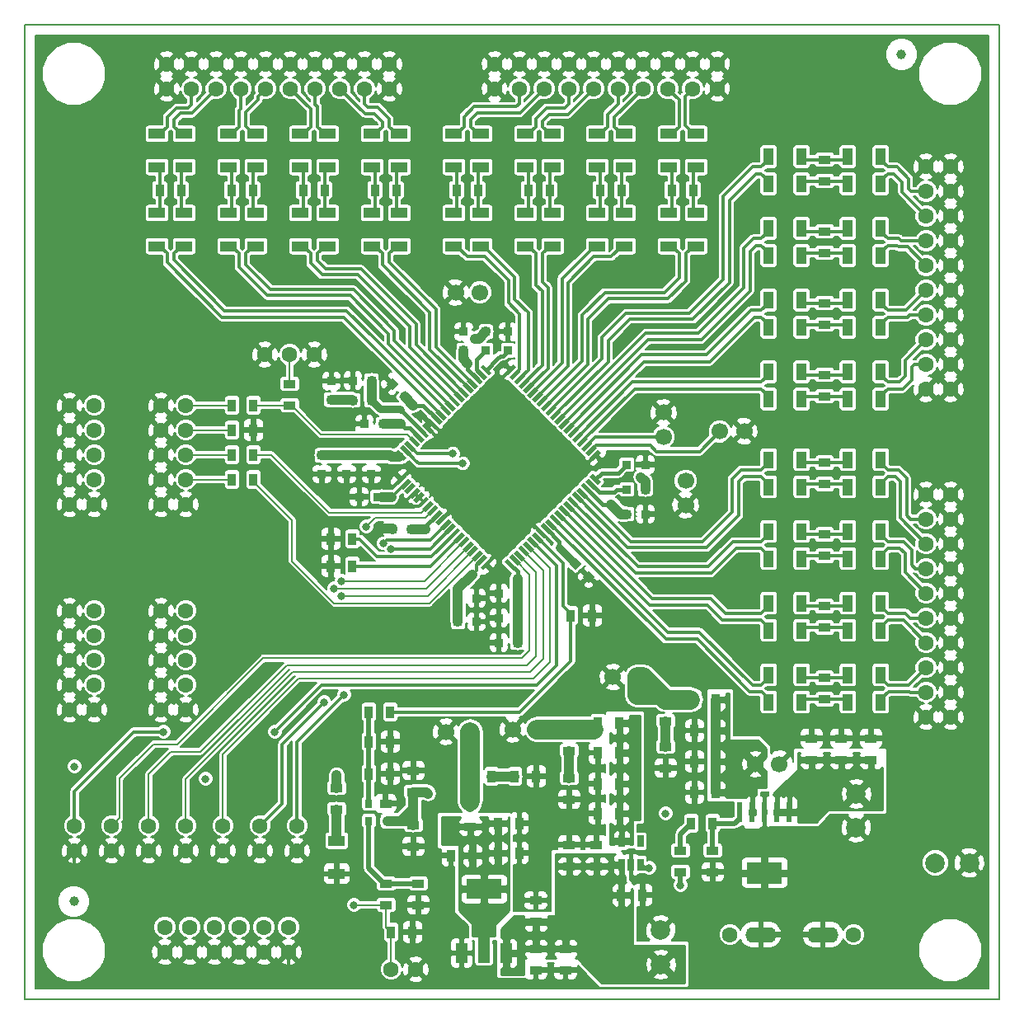
<source format=gtl>
G04 #@! TF.FileFunction,Copper,L1,Top,Signal*
%FSLAX46Y46*%
G04 Gerber Fmt 4.6, Leading zero omitted, Abs format (unit mm)*
G04 Created by KiCad (PCBNEW 4.0.2-stable) date 25/05/2016 09:56:58*
%MOMM*%
G01*
G04 APERTURE LIST*
%ADD10C,0.100000*%
%ADD11C,0.150000*%
%ADD12R,0.900000X1.300000*%
%ADD13R,1.200000X0.900000*%
%ADD14R,0.800000X0.900000*%
%ADD15R,1.300000X0.900000*%
%ADD16R,1.700000X1.100000*%
%ADD17R,1.100000X1.700000*%
%ADD18R,0.900000X0.900000*%
%ADD19R,3.600000X2.200000*%
%ADD20R,0.550000X2.150000*%
%ADD21C,1.600000*%
%ADD22O,3.200000X1.600000*%
%ADD23C,2.000000*%
%ADD24C,1.700000*%
%ADD25C,1.000000*%
%ADD26R,3.600000X2.000000*%
%ADD27R,1.200000X2.000000*%
%ADD28R,0.650000X1.200000*%
%ADD29C,0.800000*%
%ADD30C,0.600000*%
%ADD31C,0.300000*%
%ADD32C,0.200000*%
%ADD33C,1.000000*%
%ADD34C,0.250000*%
%ADD35C,0.400000*%
%ADD36C,0.450000*%
%ADD37C,0.800000*%
%ADD38C,1.200000*%
%ADD39C,2.000000*%
%ADD40C,0.135000*%
%ADD41C,0.500000*%
%ADD42C,0.750000*%
%ADD43C,0.254000*%
G04 APERTURE END LIST*
D10*
D11*
X100000000Y0D02*
X0Y0D01*
X100000000Y100000000D02*
X100000000Y0D01*
X0Y100000000D02*
X100000000Y100000000D01*
X0Y0D02*
X0Y100000000D01*
D12*
X37592000Y6858000D03*
X39792000Y6858000D03*
X70950000Y30734000D03*
X68750000Y30734000D03*
D13*
X37006000Y20066000D03*
D14*
X35306000Y20066000D03*
X35306000Y18266000D03*
X37206000Y18266000D03*
D15*
X55880000Y13632000D03*
X55880000Y15832000D03*
D12*
X13835000Y83058000D03*
X16035000Y83058000D03*
X21201000Y83058000D03*
X23401000Y83058000D03*
X28567000Y83058000D03*
X30767000Y83058000D03*
X35933000Y83058000D03*
X38133000Y83058000D03*
X44315000Y83058000D03*
X46515000Y83058000D03*
X51681000Y83058000D03*
X53881000Y83058000D03*
X59047000Y83058000D03*
X61247000Y83058000D03*
X66413000Y83058000D03*
X68613000Y83058000D03*
D15*
X82118000Y86190000D03*
X82118000Y83990000D03*
D16*
X20904000Y77294000D03*
X20904000Y80694000D03*
X23698000Y77294000D03*
X23698000Y80694000D03*
X28270000Y77294000D03*
X28270000Y80694000D03*
X31064000Y77294000D03*
X31064000Y80694000D03*
X35636000Y77294000D03*
X35636000Y80694000D03*
X38430000Y77294000D03*
X38430000Y80694000D03*
X44018000Y77294000D03*
X44018000Y80694000D03*
X46812000Y77294000D03*
X46812000Y80694000D03*
X51384000Y77294000D03*
X51384000Y80694000D03*
X54178000Y77294000D03*
X54178000Y80694000D03*
X58750000Y77294000D03*
X58750000Y80694000D03*
X61544000Y77294000D03*
X61544000Y80694000D03*
X66116000Y77294000D03*
X66116000Y80694000D03*
X68910000Y77294000D03*
X68910000Y80694000D03*
D17*
X84482000Y86487000D03*
X87882000Y86487000D03*
X84482000Y83693000D03*
X87882000Y83693000D03*
X84482000Y79121000D03*
X87882000Y79121000D03*
X84482000Y76327000D03*
X87882000Y76327000D03*
X84482000Y71755000D03*
X87882000Y71755000D03*
X84482000Y68961000D03*
X87882000Y68961000D03*
X84482000Y64389000D03*
X87882000Y64389000D03*
X84482000Y61595000D03*
X87882000Y61595000D03*
X84482000Y55372000D03*
X87882000Y55372000D03*
X84482000Y52578000D03*
X87882000Y52578000D03*
X84482000Y48006000D03*
X87882000Y48006000D03*
X84482000Y45212000D03*
X87882000Y45212000D03*
X84482000Y40640000D03*
X87882000Y40640000D03*
X84482000Y37846000D03*
X87882000Y37846000D03*
X76354000Y86487000D03*
X79754000Y86487000D03*
X76354000Y83693000D03*
X79754000Y83693000D03*
X76354000Y79121000D03*
X79754000Y79121000D03*
X76354000Y76327000D03*
X79754000Y76327000D03*
X76354000Y71755000D03*
X79754000Y71755000D03*
X76354000Y68961000D03*
X79754000Y68961000D03*
X76354000Y64389000D03*
X79754000Y64389000D03*
X76354000Y61595000D03*
X79754000Y61595000D03*
X76354000Y55372000D03*
X79754000Y55372000D03*
X76354000Y52578000D03*
X79754000Y52578000D03*
X76354000Y48006000D03*
X79754000Y48006000D03*
X76354000Y45212000D03*
X79754000Y45212000D03*
X76354000Y40640000D03*
X79754000Y40640000D03*
X76354000Y37846000D03*
X79754000Y37846000D03*
D15*
X82118000Y78824000D03*
X82118000Y76624000D03*
X82118000Y71458000D03*
X82118000Y69258000D03*
X82118000Y64092000D03*
X82118000Y61892000D03*
X82118000Y55075000D03*
X82118000Y52875000D03*
X82118000Y47709000D03*
X82118000Y45509000D03*
X82118000Y40343000D03*
X82118000Y38143000D03*
D18*
X31445000Y61534000D03*
X31445000Y63434000D03*
X44450000Y41148000D03*
X46350000Y41148000D03*
X61788000Y49784000D03*
X63688000Y49784000D03*
D10*
G36*
X55892453Y44689951D02*
X56528849Y45326347D01*
X57165245Y44689951D01*
X56528849Y44053555D01*
X55892453Y44689951D01*
X55892453Y44689951D01*
G37*
G36*
X57235955Y43346449D02*
X57872351Y43982845D01*
X58508747Y43346449D01*
X57872351Y42710053D01*
X57235955Y43346449D01*
X57235955Y43346449D01*
G37*
D18*
X45034000Y66614000D03*
X45034000Y68514000D03*
D10*
G36*
X39662147Y61812249D02*
X39025751Y61175853D01*
X38389355Y61812249D01*
X39025751Y62448645D01*
X39662147Y61812249D01*
X39662147Y61812249D01*
G37*
G36*
X38318645Y63155751D02*
X37682249Y62519355D01*
X37045853Y63155751D01*
X37682249Y63792147D01*
X38318645Y63155751D01*
X38318645Y63155751D01*
G37*
D18*
X49606000Y66614000D03*
X49606000Y68514000D03*
X47320000Y68514000D03*
X47320000Y66614000D03*
X61788000Y54864000D03*
X63688000Y54864000D03*
X63688000Y52324000D03*
X61788000Y52324000D03*
X36205000Y51562000D03*
X34305000Y51562000D03*
X44450000Y38735000D03*
X46350000Y38735000D03*
X36763800Y59029600D03*
X34863800Y59029600D03*
X50556000Y41656000D03*
X48656000Y41656000D03*
X50556000Y39116000D03*
X48656000Y39116000D03*
X35570000Y63500000D03*
X33670000Y63500000D03*
X50556000Y36576000D03*
X48656000Y36576000D03*
X35570000Y61468000D03*
X33670000Y61468000D03*
X39634000Y48260000D03*
X37734000Y48260000D03*
X35559800Y55814000D03*
X35559800Y53914000D03*
X33020000Y55814000D03*
X33020000Y53914000D03*
X30480000Y55814000D03*
X30480000Y53914000D03*
D19*
X75946000Y12953800D03*
D20*
X75946000Y19214900D03*
X73406000Y19214900D03*
X78486000Y19214900D03*
X77216000Y19214900D03*
X74676000Y19214900D03*
D16*
X13538000Y85422000D03*
X13538000Y88822000D03*
X16332000Y85422000D03*
X16332000Y88822000D03*
X20904000Y85422000D03*
X20904000Y88822000D03*
X23698000Y85422000D03*
X23698000Y88822000D03*
X28270000Y85422000D03*
X28270000Y88822000D03*
X31064000Y85422000D03*
X31064000Y88822000D03*
X35636000Y85422000D03*
X35636000Y88822000D03*
X38430000Y85422000D03*
X38430000Y88822000D03*
X44018000Y85422000D03*
X44018000Y88822000D03*
X46812000Y85422000D03*
X46812000Y88822000D03*
X51384000Y85422000D03*
X51384000Y88822000D03*
X54178000Y85422000D03*
X54178000Y88822000D03*
X58750000Y85422000D03*
X58750000Y88822000D03*
X61544000Y85422000D03*
X61544000Y88822000D03*
X66116000Y85422000D03*
X66116000Y88822000D03*
X68910000Y85422000D03*
X68910000Y88822000D03*
X13538000Y77294000D03*
X13538000Y80694000D03*
X16332000Y77294000D03*
X16332000Y80694000D03*
D15*
X65786000Y30734000D03*
X65786000Y28534000D03*
D12*
X37506000Y29464000D03*
X35306000Y29464000D03*
X37506000Y23114000D03*
X35306000Y23114000D03*
D15*
X37084000Y11852000D03*
X37084000Y9652000D03*
D12*
X45720000Y22860000D03*
X47920000Y22860000D03*
D15*
X55880000Y27686000D03*
X55880000Y25486000D03*
D17*
X84482000Y33274000D03*
X87882000Y33274000D03*
X84482000Y30480000D03*
X87882000Y30480000D03*
X76354000Y33274000D03*
X79754000Y33274000D03*
X76354000Y30480000D03*
X79754000Y30480000D03*
D15*
X70612000Y15240000D03*
X70612000Y13040000D03*
D12*
X68412000Y18034000D03*
X70612000Y18034000D03*
D15*
X67310000Y15240000D03*
X67310000Y13040000D03*
D12*
X23452000Y58420000D03*
X21252000Y58420000D03*
X21252000Y53340000D03*
X23452000Y53340000D03*
X21252000Y55880000D03*
X23452000Y55880000D03*
X21252000Y60960000D03*
X23452000Y60960000D03*
X33612000Y47244000D03*
X31412000Y47244000D03*
X33612000Y44450000D03*
X31412000Y44450000D03*
D21*
X72390000Y6600000D03*
D22*
X75565000Y6600000D03*
D21*
X85090000Y6600000D03*
D22*
X81915000Y6600000D03*
D15*
X45720000Y17696000D03*
X45720000Y19896000D03*
D12*
X61044000Y28321000D03*
X58844000Y28321000D03*
D15*
X65786000Y25908000D03*
X65786000Y23708000D03*
D12*
X56050000Y39370000D03*
X58250000Y39370000D03*
X35306000Y26416000D03*
X37506000Y26416000D03*
D15*
X40386000Y11852000D03*
X40386000Y9652000D03*
D12*
X50292000Y22860000D03*
X52492000Y22860000D03*
D15*
X39878000Y17864000D03*
X39878000Y15664000D03*
X39878000Y21252000D03*
X39878000Y23452000D03*
X55880000Y22690000D03*
X55880000Y20490000D03*
X82118000Y32977000D03*
X82118000Y30777000D03*
D12*
X70950000Y21209000D03*
X68750000Y21209000D03*
X70950000Y24384000D03*
X68750000Y24384000D03*
X70950000Y27559000D03*
X68750000Y27559000D03*
X61044000Y19050000D03*
X58844000Y19050000D03*
X48557000Y14986000D03*
X50757000Y14986000D03*
X61044000Y22098000D03*
X58844000Y22098000D03*
X45931000Y14732000D03*
X43731000Y14732000D03*
X61044000Y25273000D03*
X58844000Y25273000D03*
X48557000Y18034000D03*
X50757000Y18034000D03*
D15*
X58674000Y13632000D03*
X58674000Y15832000D03*
X52451000Y5164000D03*
X52451000Y2964000D03*
X83820000Y24554000D03*
X83820000Y26754000D03*
D12*
X61214000Y10668000D03*
X63414000Y10668000D03*
D15*
X52451000Y7917000D03*
X52451000Y10117000D03*
X55499000Y5164000D03*
X55499000Y2964000D03*
D23*
X65278000Y3556000D03*
X65278000Y7056000D03*
D15*
X80772000Y24554000D03*
X80772000Y26754000D03*
D23*
X93472000Y13970000D03*
X96972000Y13970000D03*
X85344000Y21082000D03*
X85344000Y17582000D03*
D15*
X86868000Y24554000D03*
X86868000Y26754000D03*
D24*
X45720000Y27432000D03*
X43220000Y27432000D03*
X46716000Y72542400D03*
X44216000Y72542400D03*
X74950000Y24130000D03*
X77450000Y24130000D03*
X52578000Y27686000D03*
X50078000Y27686000D03*
X71343000Y58293000D03*
X73843000Y58293000D03*
X65548978Y57717944D03*
X65548978Y60217944D03*
X67830500Y53213000D03*
X67830500Y50713000D03*
X62861313Y33039203D03*
X60361313Y33039203D03*
D15*
X27178000Y63160000D03*
X27178000Y60960000D03*
X32004000Y21674000D03*
X32004000Y19474000D03*
D21*
X95072000Y28956000D03*
X92532000Y28956000D03*
X95072000Y31496000D03*
X92532000Y31496000D03*
X95072000Y34036000D03*
X92532000Y34036000D03*
X95072000Y36576000D03*
X92532000Y36576000D03*
X95072000Y39116000D03*
X92532000Y39116000D03*
X95072000Y41656000D03*
X92532000Y41656000D03*
X95072000Y44196000D03*
X92532000Y44196000D03*
X95072000Y46736000D03*
X92532000Y46736000D03*
X95072000Y49276000D03*
X92532000Y49276000D03*
X95072000Y51816000D03*
X92532000Y51816000D03*
X95072000Y62611000D03*
X92532000Y62611000D03*
X95072000Y65151000D03*
X92532000Y65151000D03*
X95072000Y67691000D03*
X92532000Y67691000D03*
X95072000Y70231000D03*
X92532000Y70231000D03*
X95072000Y72771000D03*
X92532000Y72771000D03*
X95072000Y75311000D03*
X92532000Y75311000D03*
X95072000Y77851000D03*
X92532000Y77851000D03*
X95072000Y80391000D03*
X92532000Y80391000D03*
X95072000Y82931000D03*
X92532000Y82931000D03*
X95072000Y85471000D03*
X92532000Y85471000D03*
X71069000Y96012000D03*
X71069000Y93472000D03*
X68529000Y96012000D03*
X68529000Y93472000D03*
X65989000Y96012000D03*
X65989000Y93472000D03*
X63449000Y96012000D03*
X63449000Y93472000D03*
X60909000Y96012000D03*
X60909000Y93472000D03*
X58369000Y96012000D03*
X58369000Y93472000D03*
X55829000Y96012000D03*
X55829000Y93472000D03*
X53289000Y96012000D03*
X53289000Y93472000D03*
X50749000Y96012000D03*
X50749000Y93472000D03*
X48209000Y96012000D03*
X48209000Y93472000D03*
X37414000Y96012000D03*
X37414000Y93472000D03*
X34874000Y96012000D03*
X34874000Y93472000D03*
X32334000Y96012000D03*
X32334000Y93472000D03*
X29794000Y96012000D03*
X29794000Y93472000D03*
X27254000Y96012000D03*
X27254000Y93472000D03*
X24714000Y96012000D03*
X24714000Y93472000D03*
X22174000Y96012000D03*
X22174000Y93472000D03*
X19634000Y96012000D03*
X19634000Y93472000D03*
X17094000Y96012000D03*
X17094000Y93472000D03*
X14554000Y96012000D03*
X14554000Y93472000D03*
X13970000Y60960000D03*
X16510000Y60960000D03*
X13970000Y58420000D03*
X16510000Y58420000D03*
X13970000Y55880000D03*
X16510000Y55880000D03*
X13970000Y53340000D03*
X16510000Y53340000D03*
X13970000Y50800000D03*
X16510000Y50800000D03*
X13970000Y39878000D03*
X16510000Y39878000D03*
X13970000Y37338000D03*
X16510000Y37338000D03*
X13970000Y34798000D03*
X16510000Y34798000D03*
X13970000Y32258000D03*
X16510000Y32258000D03*
X13970000Y29718000D03*
X16510000Y29718000D03*
X4572000Y39878000D03*
X7112000Y39878000D03*
X4572000Y37338000D03*
X7112000Y37338000D03*
X4572000Y34798000D03*
X7112000Y34798000D03*
X4572000Y32258000D03*
X7112000Y32258000D03*
X4572000Y29718000D03*
X7112000Y29718000D03*
X4572000Y60960000D03*
X7112000Y60960000D03*
X4572000Y58420000D03*
X7112000Y58420000D03*
X4572000Y55880000D03*
X7112000Y55880000D03*
X4572000Y53340000D03*
X7112000Y53340000D03*
X4572000Y50800000D03*
X7112000Y50800000D03*
D10*
G36*
X46751522Y64863048D02*
X47069720Y65181246D01*
X47918248Y64332718D01*
X47600050Y64014520D01*
X46751522Y64863048D01*
X46751522Y64863048D01*
G37*
G36*
X46291903Y64403429D02*
X46610101Y64721627D01*
X47458629Y63873099D01*
X47140431Y63554901D01*
X46291903Y64403429D01*
X46291903Y64403429D01*
G37*
G36*
X45832284Y63943809D02*
X46150482Y64262007D01*
X46999010Y63413479D01*
X46680812Y63095281D01*
X45832284Y63943809D01*
X45832284Y63943809D01*
G37*
G36*
X45372664Y63484190D02*
X45690862Y63802388D01*
X46539390Y62953860D01*
X46221192Y62635662D01*
X45372664Y63484190D01*
X45372664Y63484190D01*
G37*
G36*
X44913045Y63024571D02*
X45231243Y63342769D01*
X46079771Y62494241D01*
X45761573Y62176043D01*
X44913045Y63024571D01*
X44913045Y63024571D01*
G37*
G36*
X44453425Y62564951D02*
X44771623Y62883149D01*
X45620151Y62034621D01*
X45301953Y61716423D01*
X44453425Y62564951D01*
X44453425Y62564951D01*
G37*
G36*
X43993806Y62105332D02*
X44312004Y62423530D01*
X45160532Y61575002D01*
X44842334Y61256804D01*
X43993806Y62105332D01*
X43993806Y62105332D01*
G37*
G36*
X43534187Y61645712D02*
X43852385Y61963910D01*
X44700913Y61115382D01*
X44382715Y60797184D01*
X43534187Y61645712D01*
X43534187Y61645712D01*
G37*
G36*
X43074567Y61186093D02*
X43392765Y61504291D01*
X44241293Y60655763D01*
X43923095Y60337565D01*
X43074567Y61186093D01*
X43074567Y61186093D01*
G37*
G36*
X42614948Y60726474D02*
X42933146Y61044672D01*
X43781674Y60196144D01*
X43463476Y59877946D01*
X42614948Y60726474D01*
X42614948Y60726474D01*
G37*
G36*
X42155328Y60266854D02*
X42473526Y60585052D01*
X43322054Y59736524D01*
X43003856Y59418326D01*
X42155328Y60266854D01*
X42155328Y60266854D01*
G37*
G36*
X41695709Y59807235D02*
X42013907Y60125433D01*
X42862435Y59276905D01*
X42544237Y58958707D01*
X41695709Y59807235D01*
X41695709Y59807235D01*
G37*
G36*
X41236090Y59347615D02*
X41554288Y59665813D01*
X42402816Y58817285D01*
X42084618Y58499087D01*
X41236090Y59347615D01*
X41236090Y59347615D01*
G37*
G36*
X40776470Y58887996D02*
X41094668Y59206194D01*
X41943196Y58357666D01*
X41624998Y58039468D01*
X40776470Y58887996D01*
X40776470Y58887996D01*
G37*
G36*
X40316851Y58428377D02*
X40635049Y58746575D01*
X41483577Y57898047D01*
X41165379Y57579849D01*
X40316851Y58428377D01*
X40316851Y58428377D01*
G37*
G36*
X39857231Y57968757D02*
X40175429Y58286955D01*
X41023957Y57438427D01*
X40705759Y57120229D01*
X39857231Y57968757D01*
X39857231Y57968757D01*
G37*
G36*
X39397612Y57509138D02*
X39715810Y57827336D01*
X40564338Y56978808D01*
X40246140Y56660610D01*
X39397612Y57509138D01*
X39397612Y57509138D01*
G37*
G36*
X38937993Y57049518D02*
X39256191Y57367716D01*
X40104719Y56519188D01*
X39786521Y56200990D01*
X38937993Y57049518D01*
X38937993Y57049518D01*
G37*
G36*
X38478373Y56589899D02*
X38796571Y56908097D01*
X39645099Y56059569D01*
X39326901Y55741371D01*
X38478373Y56589899D01*
X38478373Y56589899D01*
G37*
G36*
X38018754Y56130280D02*
X38336952Y56448478D01*
X39185480Y55599950D01*
X38867282Y55281752D01*
X38018754Y56130280D01*
X38018754Y56130280D01*
G37*
G36*
X38336952Y52771522D02*
X38018754Y53089720D01*
X38867282Y53938248D01*
X39185480Y53620050D01*
X38336952Y52771522D01*
X38336952Y52771522D01*
G37*
G36*
X38796571Y52311903D02*
X38478373Y52630101D01*
X39326901Y53478629D01*
X39645099Y53160431D01*
X38796571Y52311903D01*
X38796571Y52311903D01*
G37*
G36*
X39256191Y51852284D02*
X38937993Y52170482D01*
X39786521Y53019010D01*
X40104719Y52700812D01*
X39256191Y51852284D01*
X39256191Y51852284D01*
G37*
G36*
X39715810Y51392664D02*
X39397612Y51710862D01*
X40246140Y52559390D01*
X40564338Y52241192D01*
X39715810Y51392664D01*
X39715810Y51392664D01*
G37*
G36*
X40175429Y50933045D02*
X39857231Y51251243D01*
X40705759Y52099771D01*
X41023957Y51781573D01*
X40175429Y50933045D01*
X40175429Y50933045D01*
G37*
G36*
X40635049Y50473425D02*
X40316851Y50791623D01*
X41165379Y51640151D01*
X41483577Y51321953D01*
X40635049Y50473425D01*
X40635049Y50473425D01*
G37*
G36*
X41094668Y50013806D02*
X40776470Y50332004D01*
X41624998Y51180532D01*
X41943196Y50862334D01*
X41094668Y50013806D01*
X41094668Y50013806D01*
G37*
G36*
X41554288Y49554187D02*
X41236090Y49872385D01*
X42084618Y50720913D01*
X42402816Y50402715D01*
X41554288Y49554187D01*
X41554288Y49554187D01*
G37*
G36*
X42013907Y49094567D02*
X41695709Y49412765D01*
X42544237Y50261293D01*
X42862435Y49943095D01*
X42013907Y49094567D01*
X42013907Y49094567D01*
G37*
G36*
X42473526Y48634948D02*
X42155328Y48953146D01*
X43003856Y49801674D01*
X43322054Y49483476D01*
X42473526Y48634948D01*
X42473526Y48634948D01*
G37*
G36*
X42933146Y48175328D02*
X42614948Y48493526D01*
X43463476Y49342054D01*
X43781674Y49023856D01*
X42933146Y48175328D01*
X42933146Y48175328D01*
G37*
G36*
X43392765Y47715709D02*
X43074567Y48033907D01*
X43923095Y48882435D01*
X44241293Y48564237D01*
X43392765Y47715709D01*
X43392765Y47715709D01*
G37*
G36*
X43852385Y47256090D02*
X43534187Y47574288D01*
X44382715Y48422816D01*
X44700913Y48104618D01*
X43852385Y47256090D01*
X43852385Y47256090D01*
G37*
G36*
X44312004Y46796470D02*
X43993806Y47114668D01*
X44842334Y47963196D01*
X45160532Y47644998D01*
X44312004Y46796470D01*
X44312004Y46796470D01*
G37*
G36*
X44771623Y46336851D02*
X44453425Y46655049D01*
X45301953Y47503577D01*
X45620151Y47185379D01*
X44771623Y46336851D01*
X44771623Y46336851D01*
G37*
G36*
X45231243Y45877231D02*
X44913045Y46195429D01*
X45761573Y47043957D01*
X46079771Y46725759D01*
X45231243Y45877231D01*
X45231243Y45877231D01*
G37*
G36*
X45690862Y45417612D02*
X45372664Y45735810D01*
X46221192Y46584338D01*
X46539390Y46266140D01*
X45690862Y45417612D01*
X45690862Y45417612D01*
G37*
G36*
X46150482Y44957993D02*
X45832284Y45276191D01*
X46680812Y46124719D01*
X46999010Y45806521D01*
X46150482Y44957993D01*
X46150482Y44957993D01*
G37*
G36*
X46610101Y44498373D02*
X46291903Y44816571D01*
X47140431Y45665099D01*
X47458629Y45346901D01*
X46610101Y44498373D01*
X46610101Y44498373D01*
G37*
G36*
X47069720Y44038754D02*
X46751522Y44356952D01*
X47600050Y45205480D01*
X47918248Y44887282D01*
X47069720Y44038754D01*
X47069720Y44038754D01*
G37*
G36*
X49261752Y44887282D02*
X49579950Y45205480D01*
X50428478Y44356952D01*
X50110280Y44038754D01*
X49261752Y44887282D01*
X49261752Y44887282D01*
G37*
G36*
X49721371Y45346901D02*
X50039569Y45665099D01*
X50888097Y44816571D01*
X50569899Y44498373D01*
X49721371Y45346901D01*
X49721371Y45346901D01*
G37*
G36*
X50180990Y45806521D02*
X50499188Y46124719D01*
X51347716Y45276191D01*
X51029518Y44957993D01*
X50180990Y45806521D01*
X50180990Y45806521D01*
G37*
G36*
X50640610Y46266140D02*
X50958808Y46584338D01*
X51807336Y45735810D01*
X51489138Y45417612D01*
X50640610Y46266140D01*
X50640610Y46266140D01*
G37*
G36*
X51100229Y46725759D02*
X51418427Y47043957D01*
X52266955Y46195429D01*
X51948757Y45877231D01*
X51100229Y46725759D01*
X51100229Y46725759D01*
G37*
G36*
X51559849Y47185379D02*
X51878047Y47503577D01*
X52726575Y46655049D01*
X52408377Y46336851D01*
X51559849Y47185379D01*
X51559849Y47185379D01*
G37*
G36*
X52019468Y47644998D02*
X52337666Y47963196D01*
X53186194Y47114668D01*
X52867996Y46796470D01*
X52019468Y47644998D01*
X52019468Y47644998D01*
G37*
G36*
X52479087Y48104618D02*
X52797285Y48422816D01*
X53645813Y47574288D01*
X53327615Y47256090D01*
X52479087Y48104618D01*
X52479087Y48104618D01*
G37*
G36*
X52938707Y48564237D02*
X53256905Y48882435D01*
X54105433Y48033907D01*
X53787235Y47715709D01*
X52938707Y48564237D01*
X52938707Y48564237D01*
G37*
G36*
X53398326Y49023856D02*
X53716524Y49342054D01*
X54565052Y48493526D01*
X54246854Y48175328D01*
X53398326Y49023856D01*
X53398326Y49023856D01*
G37*
G36*
X53857946Y49483476D02*
X54176144Y49801674D01*
X55024672Y48953146D01*
X54706474Y48634948D01*
X53857946Y49483476D01*
X53857946Y49483476D01*
G37*
G36*
X54317565Y49943095D02*
X54635763Y50261293D01*
X55484291Y49412765D01*
X55166093Y49094567D01*
X54317565Y49943095D01*
X54317565Y49943095D01*
G37*
G36*
X54777184Y50402715D02*
X55095382Y50720913D01*
X55943910Y49872385D01*
X55625712Y49554187D01*
X54777184Y50402715D01*
X54777184Y50402715D01*
G37*
G36*
X55236804Y50862334D02*
X55555002Y51180532D01*
X56403530Y50332004D01*
X56085332Y50013806D01*
X55236804Y50862334D01*
X55236804Y50862334D01*
G37*
G36*
X55696423Y51321953D02*
X56014621Y51640151D01*
X56863149Y50791623D01*
X56544951Y50473425D01*
X55696423Y51321953D01*
X55696423Y51321953D01*
G37*
G36*
X56156043Y51781573D02*
X56474241Y52099771D01*
X57322769Y51251243D01*
X57004571Y50933045D01*
X56156043Y51781573D01*
X56156043Y51781573D01*
G37*
G36*
X56615662Y52241192D02*
X56933860Y52559390D01*
X57782388Y51710862D01*
X57464190Y51392664D01*
X56615662Y52241192D01*
X56615662Y52241192D01*
G37*
G36*
X57075281Y52700812D02*
X57393479Y53019010D01*
X58242007Y52170482D01*
X57923809Y51852284D01*
X57075281Y52700812D01*
X57075281Y52700812D01*
G37*
G36*
X57534901Y53160431D02*
X57853099Y53478629D01*
X58701627Y52630101D01*
X58383429Y52311903D01*
X57534901Y53160431D01*
X57534901Y53160431D01*
G37*
G36*
X57994520Y53620050D02*
X58312718Y53938248D01*
X59161246Y53089720D01*
X58843048Y52771522D01*
X57994520Y53620050D01*
X57994520Y53620050D01*
G37*
G36*
X58310597Y55279630D02*
X57992399Y55597828D01*
X58840927Y56446356D01*
X59159125Y56128158D01*
X58310597Y55279630D01*
X58310597Y55279630D01*
G37*
G36*
X57850978Y55739250D02*
X57532780Y56057448D01*
X58381308Y56905976D01*
X58699506Y56587778D01*
X57850978Y55739250D01*
X57850978Y55739250D01*
G37*
G36*
X57391358Y56198869D02*
X57073160Y56517067D01*
X57921688Y57365595D01*
X58239886Y57047397D01*
X57391358Y56198869D01*
X57391358Y56198869D01*
G37*
G36*
X56931739Y56658488D02*
X56613541Y56976686D01*
X57462069Y57825214D01*
X57780267Y57507016D01*
X56931739Y56658488D01*
X56931739Y56658488D01*
G37*
G36*
X56472119Y57118108D02*
X56153921Y57436306D01*
X57002449Y58284834D01*
X57320647Y57966636D01*
X56472119Y57118108D01*
X56472119Y57118108D01*
G37*
G36*
X56012500Y57577727D02*
X55694302Y57895925D01*
X56542830Y58744453D01*
X56861028Y58426255D01*
X56012500Y57577727D01*
X56012500Y57577727D01*
G37*
G36*
X55552881Y58037347D02*
X55234683Y58355545D01*
X56083211Y59204073D01*
X56401409Y58885875D01*
X55552881Y58037347D01*
X55552881Y58037347D01*
G37*
G36*
X55093261Y58496966D02*
X54775063Y58815164D01*
X55623591Y59663692D01*
X55941789Y59345494D01*
X55093261Y58496966D01*
X55093261Y58496966D01*
G37*
G36*
X54633642Y58956585D02*
X54315444Y59274783D01*
X55163972Y60123311D01*
X55482170Y59805113D01*
X54633642Y58956585D01*
X54633642Y58956585D01*
G37*
G36*
X54174022Y59416205D02*
X53855824Y59734403D01*
X54704352Y60582931D01*
X55022550Y60264733D01*
X54174022Y59416205D01*
X54174022Y59416205D01*
G37*
G36*
X53714403Y59875824D02*
X53396205Y60194022D01*
X54244733Y61042550D01*
X54562931Y60724352D01*
X53714403Y59875824D01*
X53714403Y59875824D01*
G37*
G36*
X53254783Y60335444D02*
X52936585Y60653642D01*
X53785113Y61502170D01*
X54103311Y61183972D01*
X53254783Y60335444D01*
X53254783Y60335444D01*
G37*
G36*
X52795164Y60795063D02*
X52476966Y61113261D01*
X53325494Y61961789D01*
X53643692Y61643591D01*
X52795164Y60795063D01*
X52795164Y60795063D01*
G37*
G36*
X52335545Y61254683D02*
X52017347Y61572881D01*
X52865875Y62421409D01*
X53184073Y62103211D01*
X52335545Y61254683D01*
X52335545Y61254683D01*
G37*
G36*
X51875925Y61714302D02*
X51557727Y62032500D01*
X52406255Y62881028D01*
X52724453Y62562830D01*
X51875925Y61714302D01*
X51875925Y61714302D01*
G37*
G36*
X51416306Y62173921D02*
X51098108Y62492119D01*
X51946636Y63340647D01*
X52264834Y63022449D01*
X51416306Y62173921D01*
X51416306Y62173921D01*
G37*
G36*
X50956686Y62633541D02*
X50638488Y62951739D01*
X51487016Y63800267D01*
X51805214Y63482069D01*
X50956686Y62633541D01*
X50956686Y62633541D01*
G37*
G36*
X50497067Y63093160D02*
X50178869Y63411358D01*
X51027397Y64259886D01*
X51345595Y63941688D01*
X50497067Y63093160D01*
X50497067Y63093160D01*
G37*
G36*
X50037448Y63552780D02*
X49719250Y63870978D01*
X50567778Y64719506D01*
X50885976Y64401308D01*
X50037448Y63552780D01*
X50037448Y63552780D01*
G37*
G36*
X49577828Y64012399D02*
X49259630Y64330597D01*
X50108158Y65179125D01*
X50426356Y64860927D01*
X49577828Y64012399D01*
X49577828Y64012399D01*
G37*
D21*
X29718000Y66167000D03*
X24638000Y66167000D03*
X27178000Y66167000D03*
X5080000Y17780000D03*
X5080000Y15240000D03*
X37592000Y3048000D03*
X40132000Y3048000D03*
D25*
X90000000Y97000000D03*
X5000000Y10000000D03*
D26*
X47117000Y11303000D03*
D27*
X47117000Y4699000D03*
X49403000Y4699000D03*
X44831000Y4699000D03*
D28*
X61280000Y13786000D03*
X62230000Y13786000D03*
X63180000Y13786000D03*
X63180000Y16186000D03*
X61280000Y16186000D03*
D21*
X14352052Y4822844D03*
X14352052Y7362844D03*
X16892052Y4822844D03*
X16892052Y7362844D03*
X19432052Y4822844D03*
X19432052Y7362844D03*
X21972052Y4822844D03*
X21972052Y7362844D03*
X24512052Y4822844D03*
X24512052Y7362844D03*
X27052052Y7362844D03*
X27052052Y4822844D03*
X8890000Y17780000D03*
X8890000Y15240000D03*
X12700000Y17780000D03*
X12700000Y15240000D03*
X16510000Y17780000D03*
X16510000Y15240000D03*
X20320000Y17780000D03*
X20320000Y15240000D03*
X24130000Y17780000D03*
X24130000Y15240000D03*
X27940000Y17780000D03*
X27940000Y15240000D03*
D16*
X32004000Y16256000D03*
X32004000Y12856000D03*
D29*
X48514000Y45783500D03*
X39751000Y54356000D03*
X20002500Y28575000D03*
X31242000Y27432000D03*
X33274000Y28194000D03*
X64960500Y54864000D03*
X14986000Y87122000D03*
X37084000Y87122000D03*
X86360000Y85090000D03*
X86106000Y62992000D03*
X88646000Y50800000D03*
X33528000Y84582000D03*
X25908000Y84582000D03*
X18288000Y84582000D03*
X64262000Y84582000D03*
X56896000Y84582000D03*
X77724000Y91694000D03*
X41402000Y91186000D03*
X2286000Y90678000D03*
X2540000Y78994000D03*
X5842000Y77470000D03*
X90424000Y16764000D03*
X90424000Y12192000D03*
X81788000Y13716000D03*
X81788000Y15748000D03*
X26416000Y41402000D03*
X35560000Y36576000D03*
X38862000Y36576000D03*
X38862000Y39116000D03*
X35560000Y39116000D03*
X33020000Y36576000D03*
X33020000Y65024000D03*
X27686000Y50546000D03*
X29718000Y45720000D03*
X29718000Y46990000D03*
X40386000Y36576000D03*
X33655000Y18923000D03*
X30734000Y18034000D03*
X28956000Y12954000D03*
X34036000Y16256000D03*
X57404000Y31242000D03*
X57404000Y34036000D03*
X58166000Y37338000D03*
X8890000Y64516000D03*
X15748000Y64516000D03*
X20828000Y64516000D03*
X20320000Y44958000D03*
X20574000Y49276000D03*
X23876000Y49276000D03*
X23876000Y44958000D03*
X28194000Y35814000D03*
X2540000Y58420000D03*
X2540000Y53340000D03*
X2540000Y48260000D03*
X2540000Y43815000D03*
X2540000Y36830000D03*
X2540000Y31750000D03*
X2540000Y26035000D03*
X2540000Y19050000D03*
X2540000Y11430000D03*
X8255000Y8255000D03*
X10795000Y2540000D03*
X34925000Y2540000D03*
X27305000Y2540000D03*
X80010000Y1905000D03*
X90805000Y5715000D03*
X88900000Y1905000D03*
X97790000Y9525000D03*
X97155000Y20955000D03*
X97155000Y25400000D03*
X97155000Y38100000D03*
X97155000Y43180000D03*
X97155000Y71755000D03*
X97155000Y77470000D03*
X97155000Y88900000D03*
X86995000Y90805000D03*
X80645000Y94628000D03*
X86995000Y98425000D03*
X74930000Y98425000D03*
X62865000Y98425000D03*
X54610000Y98425000D03*
X31115000Y98425000D03*
X22225000Y98425000D03*
X10795000Y72390000D03*
X2540000Y71120000D03*
X6985000Y90805000D03*
X74676000Y79121000D03*
X74676000Y82677000D03*
X63754000Y81915000D03*
X50800000Y75692000D03*
X54610000Y75692000D03*
X61595000Y75692000D03*
X65913000Y75692000D03*
X69342000Y75692000D03*
X11176000Y37973000D03*
X10541000Y43434000D03*
X10541000Y28575000D03*
X23876000Y35941000D03*
X23876000Y39878000D03*
X22225000Y57150000D03*
X24765000Y53340000D03*
X23876000Y62738000D03*
X72136000Y13081000D03*
X68961000Y12954000D03*
X27178000Y59690000D03*
X25146000Y62103000D03*
X3429000Y64008000D03*
X8890000Y60579000D03*
X6858000Y48260000D03*
X8890000Y53594000D03*
X64135000Y19812000D03*
X95631000Y19431000D03*
X90297000Y14351000D03*
X95631000Y11811000D03*
X88900000Y3810000D03*
X75946000Y17145000D03*
X74168000Y30480000D03*
X72136000Y32512000D03*
X14732000Y70612000D03*
X19812000Y69088000D03*
X24384000Y69088000D03*
X30226000Y69088000D03*
X35052000Y66294000D03*
X53848000Y22860000D03*
X67310000Y21209000D03*
X67310000Y27559000D03*
X65786000Y22352000D03*
X34099500Y13398500D03*
X37274500Y13398500D03*
X43688000Y11747500D03*
X44831000Y6731000D03*
X43243500Y3429000D03*
X43243500Y4699000D03*
X44831000Y2730500D03*
X38925500Y9652000D03*
X40386000Y8445500D03*
X41084500Y6858000D03*
X41402000Y15684500D03*
X39878000Y14351000D03*
X42418000Y14605000D03*
X57404000Y19050000D03*
X58674000Y17272000D03*
X55880000Y17272000D03*
X55880000Y19177000D03*
X49085500Y24638000D03*
X49022000Y30734000D03*
X42164000Y30480000D03*
X42227500Y24384000D03*
X38925500Y26416000D03*
X37465000Y24828500D03*
X39878000Y24892000D03*
X74930000Y55435500D03*
X74930000Y61277500D03*
X68770500Y61214000D03*
X62484000Y61277500D03*
X43116500Y75692000D03*
X43116500Y69342000D03*
X44704000Y59563000D03*
X45466000Y60325000D03*
X46863000Y61722000D03*
X36893500Y61912500D03*
X36766500Y64135000D03*
X70802500Y49784000D03*
X64897000Y49784000D03*
X59626500Y39370000D03*
X56875897Y42207397D03*
X46545500Y48260000D03*
X42608500Y51943000D03*
X48577500Y54610000D03*
X40665592Y59888249D03*
X43878500Y50355500D03*
D30*
X62484000Y12319000D03*
X62230000Y15113000D03*
D29*
X37020500Y53467000D03*
X34290000Y53911500D03*
X46990000Y42735500D03*
X46355000Y39941500D03*
X48641000Y40386000D03*
X48641000Y37846000D03*
X47307500Y36576000D03*
X46355000Y37338000D03*
X53975000Y2984500D03*
X55499000Y1714500D03*
X52451000Y1714500D03*
X50673000Y12446000D03*
X52451000Y17526000D03*
X52451000Y14478000D03*
X52451000Y11684000D03*
D30*
X63656000Y48209500D03*
D29*
X91151500Y92723000D03*
X73025000Y86436200D03*
X56489600Y81178400D03*
X48971200Y81203800D03*
X41148000Y81178400D03*
X33223200Y81737200D03*
X26035000Y81991200D03*
X11417000Y82575400D03*
X18643600Y82016600D03*
X97599200Y55512000D03*
X97573800Y58280600D03*
X11264600Y98311000D03*
X41363600Y98184000D03*
X44411600Y98184000D03*
X58864200Y42329400D03*
X32219600Y67450000D03*
X39928500Y75197000D03*
X33324500Y76213000D03*
X26657000Y74816000D03*
X19862500Y74054000D03*
X13258500Y75832000D03*
X11353500Y77864000D03*
X11417000Y89294000D03*
X57264000Y72657000D03*
X59804000Y70180500D03*
X64884000Y64402000D03*
X73964500Y66561000D03*
X75869500Y73927000D03*
X81902000Y89230500D03*
X81902000Y81356500D03*
X81902000Y73927000D03*
X81902000Y66561000D03*
X81902000Y58623500D03*
X81965500Y50305000D03*
X74625000Y42367500D03*
X74980500Y35700000D03*
X81965500Y35446000D03*
X81965500Y42875500D03*
X67487500Y45352000D03*
X67932000Y42367500D03*
X68186000Y39002000D03*
X86156500Y29032500D03*
X78028500Y29096000D03*
X68503500Y33033000D03*
X64249000Y37224000D03*
X60693000Y40780000D03*
X36372500Y48273000D03*
X78600000Y12941000D03*
X75933000Y14909500D03*
X73279000Y12954000D03*
X75933000Y11036000D03*
X42685040Y57260902D03*
X37756800Y54191200D03*
X30480000Y52464000D03*
X32880000Y51448000D03*
X38925200Y50940000D03*
X47815200Y43294600D03*
X51896080Y48793678D03*
X59321400Y55131000D03*
X57492600Y54750000D03*
X49784000Y69901000D03*
X49271587Y65154543D03*
X48805800Y63563800D03*
X31432200Y64783000D03*
D30*
X33565800Y59017200D03*
D29*
X32004000Y22987000D03*
X18542000Y22606000D03*
X5080000Y23876000D03*
X43434000Y16256000D03*
X43434000Y17272000D03*
X43434000Y18288000D03*
X47117000Y8636000D03*
X61087000Y26924000D03*
X62611000Y26924000D03*
X62611000Y28321000D03*
X41402000Y21082000D03*
X39878000Y20066000D03*
X41148000Y48260000D03*
X38608000Y59029600D03*
X50556000Y37846000D03*
X31750000Y55814000D03*
X45720000Y25527000D03*
X45935600Y43574000D03*
X37629800Y51524200D03*
X33782000Y9652000D03*
X60198000Y50800000D03*
X63246000Y53594000D03*
X46228000Y67818000D03*
X45466000Y65278000D03*
X39878000Y60960000D03*
X54927300Y46291500D03*
X62861313Y31242000D03*
X14224000Y27432000D03*
X25654000Y27432000D03*
X30734000Y30480000D03*
X37592000Y46228000D03*
X32766000Y31242000D03*
X36776581Y46771612D03*
X32512000Y41402000D03*
X35052000Y48514000D03*
X32512000Y42926000D03*
X31750000Y42164000D03*
X67310000Y11684000D03*
X55880000Y10414000D03*
X65786000Y19050000D03*
X52451000Y6604000D03*
X64092000Y13462000D03*
X43942000Y56007000D03*
X44958000Y54991000D03*
D31*
X49784000Y69901000D02*
X49784000Y69774000D01*
X49784000Y69774000D02*
X49606000Y69596000D01*
D32*
X47334885Y44622117D02*
X47352617Y44622117D01*
X47352617Y44622117D02*
X48514000Y45783500D01*
D31*
X38602117Y53354885D02*
X39603232Y54356000D01*
X39603232Y54356000D02*
X39751000Y54356000D01*
X63688000Y54864000D02*
X64960500Y54864000D01*
X41363600Y98184000D02*
X41363600Y91224400D01*
X41363600Y91224400D02*
X41402000Y91186000D01*
X6985000Y90805000D02*
X2413000Y90805000D01*
X2413000Y90805000D02*
X2286000Y90678000D01*
X2540000Y86360000D02*
X2540000Y78994000D01*
X2540000Y71120000D02*
X2540000Y78994000D01*
X6985000Y90805000D02*
X6985000Y78613000D01*
X6985000Y78613000D02*
X5842000Y77470000D01*
X90297000Y14351000D02*
X90297000Y16637000D01*
X90297000Y16637000D02*
X90424000Y16764000D01*
X81788000Y15748000D02*
X81788000Y13716000D01*
X38862000Y36576000D02*
X35560000Y36576000D01*
X35560000Y39116000D02*
X38862000Y39116000D01*
X28194000Y35814000D02*
X32258000Y35814000D01*
X32258000Y35814000D02*
X33020000Y36576000D01*
X33670000Y63500000D02*
X33670000Y64374000D01*
X33670000Y64374000D02*
X33020000Y65024000D01*
X24765000Y53340000D02*
X27559000Y50546000D01*
X27559000Y50546000D02*
X27686000Y50546000D01*
X31412000Y47244000D02*
X29972000Y47244000D01*
X29972000Y47244000D02*
X29718000Y46990000D01*
D33*
X36372500Y48273000D02*
X37721000Y48273000D01*
X37721000Y48273000D02*
X37734000Y48260000D01*
D31*
X29972000Y13970000D02*
X29972000Y17272000D01*
X29972000Y17272000D02*
X30734000Y18034000D01*
X28956000Y12954000D02*
X29972000Y13970000D01*
X32004000Y12856000D02*
X29054000Y12856000D01*
X29054000Y12856000D02*
X28956000Y12954000D01*
X57404000Y34036000D02*
X57404000Y31242000D01*
X58250000Y39370000D02*
X58250000Y37422000D01*
X58250000Y37422000D02*
X58166000Y37338000D01*
X22987000Y64516000D02*
X20828000Y64516000D01*
X24638000Y66167000D02*
X22987000Y64516000D01*
X23876000Y44958000D02*
X20320000Y44958000D01*
X23876000Y44958000D02*
X23876000Y49276000D01*
X23876000Y39878000D02*
X23876000Y44958000D01*
X23876000Y35941000D02*
X28067000Y35941000D01*
X28067000Y35941000D02*
X28194000Y35814000D01*
X97971999Y12518001D02*
X97790000Y12336002D01*
X97790000Y12336002D02*
X97790000Y9525000D01*
X96972000Y13970000D02*
X97971999Y12970001D01*
X97971999Y12970001D02*
X97971999Y12518001D01*
X2540000Y53340000D02*
X2540000Y58420000D01*
X2540000Y43815000D02*
X2540000Y48260000D01*
X2540000Y31750000D02*
X2540000Y36830000D01*
X2540000Y19050000D02*
X2540000Y26035000D01*
X5080000Y15240000D02*
X5080000Y13970000D01*
X5080000Y13970000D02*
X2540000Y11430000D01*
X27305000Y2540000D02*
X10795000Y2540000D01*
X27052052Y4822844D02*
X27052052Y2792948D01*
X27052052Y2792948D02*
X27305000Y2540000D01*
X88900000Y1905000D02*
X88900000Y3810000D01*
X88900000Y3810000D02*
X90805000Y5715000D01*
X97155000Y38100000D02*
X97155000Y25400000D01*
X97599200Y55512000D02*
X97599200Y43624200D01*
X97599200Y43624200D02*
X97155000Y43180000D01*
X97155000Y88900000D02*
X97155000Y77470000D01*
D34*
X86995000Y94628000D02*
X89246500Y94628000D01*
X80645000Y94628000D02*
X86995000Y94628000D01*
D31*
X86995000Y94628000D02*
X86995000Y90805000D01*
D34*
X72453000Y94628000D02*
X80645000Y94628000D01*
D31*
X86995000Y94615000D02*
X80658000Y94615000D01*
X80658000Y94615000D02*
X80645000Y94628000D01*
X86995000Y98425000D02*
X86995000Y94615000D01*
X74930000Y98425000D02*
X86995000Y98425000D01*
X54610000Y98425000D02*
X62865000Y98425000D01*
X22225000Y98425000D02*
X31115000Y98425000D01*
X6985000Y90805000D02*
X2540000Y86360000D01*
X74676000Y82677000D02*
X74676000Y79121000D01*
X63754000Y75692000D02*
X61595000Y75692000D01*
X65913000Y75692000D02*
X63754000Y75692000D01*
X63754000Y75692000D02*
X63754000Y81915000D01*
X23876000Y39878000D02*
X23876000Y35941000D01*
X70612000Y13040000D02*
X72095000Y13040000D01*
X72095000Y13040000D02*
X72136000Y13081000D01*
X70612000Y13040000D02*
X69047000Y13040000D01*
X69047000Y13040000D02*
X68961000Y12954000D01*
D35*
X75946000Y19214900D02*
X75946000Y17145000D01*
D31*
X72136000Y32512000D02*
X74168000Y30480000D01*
X19812000Y69088000D02*
X16256000Y69088000D01*
X16256000Y69088000D02*
X14732000Y70612000D01*
X30226000Y69088000D02*
X24384000Y69088000D01*
X32219600Y67450000D02*
X33896000Y67450000D01*
X33896000Y67450000D02*
X35052000Y66294000D01*
X52492000Y22860000D02*
X53848000Y22860000D01*
X68750000Y21209000D02*
X67310000Y21209000D01*
X68750000Y27559000D02*
X67310000Y27559000D01*
X65786000Y23708000D02*
X65786000Y22352000D01*
X39878000Y14351000D02*
X38227000Y14351000D01*
X38227000Y14351000D02*
X37274500Y13398500D01*
X43731000Y14605000D02*
X43731000Y11790500D01*
X43731000Y11790500D02*
X43688000Y11747500D01*
X44831000Y4699000D02*
X44831000Y6731000D01*
X44831000Y4699000D02*
X43243500Y4699000D01*
X44831000Y4699000D02*
X44831000Y2730500D01*
X40386000Y9652000D02*
X38925500Y9652000D01*
X40386000Y9652000D02*
X40386000Y8445500D01*
X39792000Y6858000D02*
X41084500Y6858000D01*
X39878000Y15664000D02*
X41381500Y15664000D01*
X41381500Y15664000D02*
X41402000Y15684500D01*
X39878000Y15664000D02*
X39878000Y14351000D01*
X43731000Y14605000D02*
X42418000Y14605000D01*
X58844000Y19050000D02*
X57404000Y19050000D01*
X58674000Y15832000D02*
X58674000Y17272000D01*
X55880000Y15832000D02*
X55880000Y17272000D01*
X55880000Y20490000D02*
X55880000Y19177000D01*
X37506000Y26416000D02*
X38925500Y26416000D01*
X37506000Y26416000D02*
X37506000Y24869500D01*
X37506000Y24869500D02*
X37465000Y24828500D01*
X39878000Y23452000D02*
X39878000Y24892000D01*
X36893500Y62367002D02*
X36893500Y61912500D01*
X37682249Y63155751D02*
X36893500Y62367002D01*
X37682249Y63155751D02*
X37682249Y63219251D01*
X37682249Y63219251D02*
X36766500Y64135000D01*
X63688000Y49784000D02*
X64897000Y49784000D01*
X58250000Y39370000D02*
X59626500Y39370000D01*
X43878500Y50355500D02*
X48133000Y54610000D01*
X48133000Y54610000D02*
X48577500Y54610000D01*
X41065591Y59488250D02*
X40665592Y59888249D01*
X41359833Y58622831D02*
X41359833Y59194008D01*
X41359833Y59194008D02*
X41065591Y59488250D01*
D36*
X42738691Y49218311D02*
X42741311Y49218311D01*
X42741311Y49218311D02*
X43878500Y50355500D01*
D35*
X62230000Y13786000D02*
X62230000Y12573000D01*
X62230000Y12573000D02*
X62484000Y12319000D01*
X62230000Y13786000D02*
X62230000Y15113000D01*
D37*
X78600000Y12941000D02*
X75958800Y12941000D01*
X75958800Y12941000D02*
X75946000Y12953800D01*
X73266000Y12941000D02*
X75933200Y12941000D01*
X75933200Y12941000D02*
X75946000Y12953800D01*
X75933000Y14909500D02*
X75933000Y12966800D01*
X75933000Y12966800D02*
X75946000Y12953800D01*
X75933000Y11036000D02*
X75933000Y12940800D01*
X75933000Y12940800D02*
X75946000Y12953800D01*
D31*
X37756800Y54191200D02*
X37744700Y54191200D01*
X37744700Y54191200D02*
X37020500Y53467000D01*
X33020000Y53914000D02*
X34287500Y53914000D01*
X34287500Y53914000D02*
X34290000Y53911500D01*
X47334885Y44622117D02*
X47705992Y44251010D01*
D33*
X47815200Y43294600D02*
X47815200Y43338464D01*
D31*
X47815200Y43294600D02*
X47549100Y43294600D01*
X47549100Y43294600D02*
X46990000Y42735500D01*
X46350000Y41148000D02*
X46350000Y42095500D01*
X46350000Y42095500D02*
X46990000Y42735500D01*
X46350000Y41148000D02*
X46350000Y39946500D01*
X46350000Y39946500D02*
X46355000Y39941500D01*
X48656000Y39116000D02*
X48656000Y40371000D01*
X48656000Y40371000D02*
X48641000Y40386000D01*
X48656000Y36576000D02*
X48656000Y37831000D01*
X48656000Y37831000D02*
X48641000Y37846000D01*
X48656000Y36576000D02*
X47307500Y36576000D01*
X46350000Y38735000D02*
X46350000Y37343000D01*
X46350000Y37343000D02*
X46355000Y37338000D01*
X55499000Y2964000D02*
X53995500Y2964000D01*
X53995500Y2964000D02*
X53975000Y2984500D01*
X55499000Y2964000D02*
X55499000Y1714500D01*
X52451000Y2964000D02*
X52451000Y1714500D01*
X52451000Y14478000D02*
X52451000Y17526000D01*
X52451000Y10117000D02*
X52451000Y11684000D01*
X63688000Y49784000D02*
X63688000Y48241500D01*
X63688000Y48241500D02*
X63656000Y48209500D01*
D34*
X30480000Y52464000D02*
X30480000Y53914000D01*
D31*
X32219600Y67450000D02*
X30734000Y67450000D01*
D34*
X29718000Y66167000D02*
X30517999Y66966999D01*
X30517999Y66966999D02*
X30517999Y67233999D01*
X30517999Y67233999D02*
X30734000Y67450000D01*
X89246500Y94628000D02*
X91151500Y92723000D01*
X71069000Y96012000D02*
X72453000Y94628000D01*
D31*
X78028500Y29096000D02*
X82016600Y29096000D01*
X86156500Y29032500D02*
X82080100Y29032500D01*
X82016600Y29096000D02*
X82156000Y29096000D01*
X82080100Y29032500D02*
X82016600Y29096000D01*
X48971200Y81203800D02*
X48971200Y77203300D01*
X48971200Y77203300D02*
X49072500Y77102000D01*
X97573800Y58280600D02*
X97573800Y55537400D01*
X97573800Y55537400D02*
X97599200Y55512000D01*
X14554000Y96012000D02*
X12255000Y98311000D01*
X12255000Y98311000D02*
X11264600Y98311000D01*
X46037000Y98184000D02*
X44411600Y98184000D01*
X48209000Y96012000D02*
X46037000Y98184000D01*
X58521400Y42672200D02*
X58711800Y42481800D01*
X58521400Y42672200D02*
X58864200Y42329400D01*
X57872351Y43321249D02*
X58521400Y42672200D01*
X11480500Y82944000D02*
X11480500Y89230500D01*
X11480500Y89230500D02*
X11417000Y89294000D01*
X73964500Y66561000D02*
X71805500Y64402000D01*
X71805500Y64402000D02*
X64884000Y64402000D01*
X67932000Y42367500D02*
X74625000Y42367500D01*
X81965500Y35446000D02*
X75234500Y35446000D01*
X75234500Y35446000D02*
X74980500Y35700000D01*
X64249000Y37224000D02*
X68440000Y33033000D01*
X68440000Y33033000D02*
X68503500Y33033000D01*
X58711800Y42481800D02*
X58991200Y42481800D01*
X58991200Y42481800D02*
X60693000Y40780000D01*
X40440594Y51516408D02*
X40900214Y51056788D01*
X39980975Y51976027D02*
X39961227Y51976027D01*
X39961227Y51976027D02*
X38925200Y50940000D01*
X40440594Y51516408D02*
X39980975Y51976027D01*
X42685040Y57260902D02*
X42709800Y57264600D01*
X42701991Y57272409D02*
X42696547Y57272409D01*
X42696547Y57272409D02*
X42685040Y57260902D01*
X34305000Y51435000D02*
X32893000Y51435000D01*
X32893000Y51435000D02*
X32880000Y51448000D01*
X53062450Y47839453D02*
X52641903Y48260000D01*
X51896080Y48793678D02*
X52296079Y48393679D01*
X52296079Y48393679D02*
X52508224Y48393679D01*
X52508224Y48393679D02*
X52641903Y48260000D01*
X51896080Y48793678D02*
X51930000Y48857200D01*
X49831238Y64595762D02*
X49271587Y65154543D01*
X49263000Y65164000D02*
X49263000Y65163130D01*
X49263000Y65163130D02*
X49271587Y65154543D01*
X40405240Y50561814D02*
X39303386Y50561814D01*
X39303386Y50561814D02*
X38925200Y50940000D01*
X41854807Y58119593D02*
X42049400Y57925000D01*
X41359833Y58622831D02*
X41854807Y58127857D01*
X41854807Y58127857D02*
X41854807Y58119593D01*
X41224303Y59677600D02*
X41109600Y59792303D01*
X41819453Y59082450D02*
X41224303Y59677600D01*
X41359833Y58622831D02*
X41359834Y58622831D01*
X41359834Y58622831D02*
X41819453Y59082450D01*
X31445000Y63434000D02*
X31445000Y64770200D01*
X31445000Y64770200D02*
X31432200Y64783000D01*
X34863800Y59029600D02*
X33578200Y59029600D01*
X33578200Y59029600D02*
X33565800Y59017200D01*
X42701991Y58199912D02*
X42701991Y57272409D01*
X41819453Y59082450D02*
X42701991Y58199912D01*
X40900214Y51056788D02*
X40405240Y50561814D01*
X38602117Y53354885D02*
X38593115Y53354885D01*
X38593115Y53354885D02*
X37756800Y54191200D01*
X57872351Y43346449D02*
X57872351Y43321249D01*
X58575762Y55862993D02*
X58589407Y55862993D01*
X58589407Y55862993D02*
X59321400Y55131000D01*
X58575762Y55862993D02*
X58575762Y55833162D01*
X58575762Y55833162D02*
X57492600Y54750000D01*
X49842993Y64595762D02*
X49831238Y64595762D01*
X49842993Y64595762D02*
X49837762Y64595762D01*
X49837762Y64595762D02*
X48805800Y63563800D01*
X49606000Y68514000D02*
X49606000Y69901000D01*
X49606000Y69901000D02*
X49593200Y69913800D01*
X43434000Y17272000D02*
X43434000Y16256000D01*
X43434000Y18288000D02*
X43434000Y17272000D01*
D33*
X32004000Y21674000D02*
X32004000Y22987000D01*
D31*
X45720000Y17526000D02*
X44196000Y17526000D01*
X44196000Y17526000D02*
X43434000Y18288000D01*
D38*
X47117000Y6519000D02*
X47117000Y4699000D01*
D31*
X62611000Y28321000D02*
X62611000Y26924000D01*
X62611000Y26924000D02*
X61087000Y26924000D01*
X61044000Y28321000D02*
X62611000Y28321000D01*
D33*
X38608000Y18266000D02*
X39476000Y18266000D01*
X37206000Y18266000D02*
X38608000Y18266000D01*
X39878000Y17864000D02*
X39878000Y19558000D01*
X39878000Y19558000D02*
X39878000Y20066000D01*
X38608000Y18266000D02*
X38608000Y18288000D01*
X38608000Y18288000D02*
X39878000Y19558000D01*
X39476000Y18266000D02*
X39878000Y17864000D01*
X39878000Y21252000D02*
X41232000Y21252000D01*
X41232000Y21252000D02*
X41402000Y21082000D01*
X39878000Y21252000D02*
X39878000Y20066000D01*
X55880000Y25486000D02*
X55880000Y22690000D01*
D31*
X82118000Y32977000D02*
X84185000Y32977000D01*
X84185000Y32977000D02*
X84482000Y33274000D01*
X82118000Y32977000D02*
X80051000Y32977000D01*
X80051000Y32977000D02*
X79754000Y33274000D01*
D35*
X42279072Y49677930D02*
X41148000Y48546858D01*
X41148000Y48546858D02*
X41148000Y48260000D01*
D33*
X39634000Y48260000D02*
X41148000Y48260000D01*
D35*
X40440594Y57703592D02*
X39878000Y58266186D01*
X39007999Y58629601D02*
X39514585Y58629601D01*
X39514585Y58629601D02*
X39878000Y58266186D01*
X39007999Y58629601D02*
X38608000Y59029600D01*
D33*
X36763800Y59029600D02*
X38608000Y59029600D01*
X50556000Y37846000D02*
X50556000Y39116000D01*
X50556000Y36576000D02*
X50556000Y37846000D01*
D35*
X50556000Y43911232D02*
X50556000Y42926000D01*
D33*
X50556000Y41656000D02*
X50556000Y43106000D01*
X50556000Y43106000D02*
X50556000Y42926000D01*
D35*
X49845115Y44622117D02*
X50556000Y43911232D01*
D33*
X50556000Y39116000D02*
X50556000Y41656000D01*
X31750000Y55814000D02*
X33020000Y55814000D01*
X30480000Y55814000D02*
X31750000Y55814000D01*
D39*
X55880000Y27686000D02*
X52578000Y27686000D01*
D33*
X58420000Y27686000D02*
X58844000Y27686000D01*
D39*
X55880000Y27686000D02*
X58420000Y27686000D01*
D33*
X35559800Y55814000D02*
X37485104Y55814000D01*
X37485104Y55814000D02*
X37628452Y55670652D01*
X33020000Y55814000D02*
X35559800Y55814000D01*
X37628452Y55670652D02*
X38407654Y55670652D01*
D35*
X38602117Y55865115D02*
X38407654Y55670652D01*
D31*
X38133000Y83058000D02*
X38133000Y85125000D01*
X38133000Y85125000D02*
X38430000Y85422000D01*
X38133000Y83058000D02*
X38133000Y80991000D01*
X38133000Y80991000D02*
X38430000Y80694000D01*
D33*
X37629800Y51524200D02*
X36677300Y51524200D01*
X36677300Y51524200D02*
X36639500Y51562000D01*
D31*
X36205000Y51562000D02*
X36639500Y51562000D01*
D39*
X45720000Y25527000D02*
X45720000Y22352000D01*
X45720000Y27432000D02*
X45720000Y25527000D01*
D31*
X39000866Y52895266D02*
X37629800Y51524200D01*
X46380292Y44018692D02*
X45935600Y43574000D01*
X39061736Y52895266D02*
X39000866Y52895266D01*
X46380292Y44586762D02*
X46380292Y44018692D01*
D33*
X44450000Y41148000D02*
X44450000Y38735000D01*
X45935600Y43574000D02*
X44450000Y42088400D01*
D31*
X46875266Y45081736D02*
X46380292Y44586762D01*
D33*
X44450000Y42088400D02*
X44450000Y41148000D01*
D39*
X45720000Y22352000D02*
X45720000Y20320000D01*
D33*
X45700000Y20340000D02*
X45720000Y20320000D01*
X45720000Y20320000D02*
X45720000Y19726000D01*
D40*
X37592000Y6858000D02*
X37592000Y3048000D01*
X37084000Y9652000D02*
X37084000Y7366000D01*
X37084000Y7366000D02*
X37592000Y6858000D01*
X33782000Y9652000D02*
X37084000Y9652000D01*
D31*
X52602831Y47379833D02*
X54707164Y45275500D01*
X55245000Y40386000D02*
X55245000Y44737664D01*
X55245000Y44737664D02*
X54707164Y45275500D01*
X56050000Y39581000D02*
X55245000Y40386000D01*
X56050000Y39370000D02*
X56050000Y39581000D01*
X56050000Y39370000D02*
X56050000Y34714000D01*
X56050000Y34714000D02*
X50800000Y29464000D01*
X50800000Y29464000D02*
X37506000Y29464000D01*
D39*
X62861313Y31242000D02*
X65278000Y31242000D01*
X65278000Y31242000D02*
X65786000Y30734000D01*
X62861313Y31242000D02*
X62861313Y33039203D01*
D33*
X61788000Y49784000D02*
X61214000Y49784000D01*
X61214000Y49784000D02*
X60198000Y50800000D01*
D35*
X57658644Y52435647D02*
X59294291Y50800000D01*
X59294291Y50800000D02*
X60198000Y50800000D01*
D33*
X63688000Y52324000D02*
X63688000Y53152000D01*
X63688000Y53152000D02*
X63246000Y53594000D01*
D35*
X46415647Y63678644D02*
X45466000Y64628291D01*
X45466000Y64628291D02*
X45466000Y65278000D01*
X42279072Y59542070D02*
X40861142Y60960000D01*
X40861142Y60960000D02*
X39878000Y60960000D01*
D33*
X39025751Y61812249D02*
X39878000Y60960000D01*
X45034000Y66614000D02*
X45034000Y65710000D01*
X45034000Y65710000D02*
X45466000Y65278000D01*
X46228000Y67818000D02*
X46624000Y67818000D01*
X46624000Y67818000D02*
X47320000Y68514000D01*
X68326000Y30734000D02*
X68750000Y30734000D01*
D39*
X65786000Y30734000D02*
X68326000Y30734000D01*
X62861313Y33039203D02*
X63480797Y33039203D01*
X63480797Y33039203D02*
X65786000Y30734000D01*
D35*
X53522070Y48299072D02*
X54831142Y46990000D01*
X54831142Y46387658D02*
X54831142Y46990000D01*
D37*
X54927300Y46291500D02*
X54831142Y46387658D01*
X56528849Y44689951D02*
X54927300Y46291500D01*
D41*
X47503200Y68697200D02*
X47320000Y68514000D01*
D40*
X21252000Y53340000D02*
X16510000Y53340000D01*
D31*
X11176000Y27432000D02*
X5080000Y21336000D01*
X5080000Y21336000D02*
X5080000Y17780000D01*
X14224000Y27432000D02*
X11176000Y27432000D01*
X35814000Y32194500D02*
X35496500Y32194500D01*
X52514500Y32194500D02*
X35814000Y32194500D01*
X35814000Y32194500D02*
X30416500Y32194500D01*
X30416500Y32194500D02*
X25654000Y27432000D01*
X52143212Y46920214D02*
X54546200Y44517226D01*
X54546200Y44517226D02*
X54546200Y34226200D01*
X54546200Y34226200D02*
X52514500Y32194500D01*
X26416000Y25654000D02*
X26416000Y26162000D01*
X26416000Y24892000D02*
X26416000Y20066000D01*
X43657930Y48299072D02*
X41586858Y46228000D01*
X26416000Y26162000D02*
X30734000Y30480000D01*
X26416000Y20066000D02*
X24130000Y17780000D01*
X41586858Y46228000D02*
X37592000Y46228000D01*
X26416000Y25654000D02*
X26416000Y24892000D01*
X27940000Y25400000D02*
X27940000Y17780000D01*
X32766000Y31242000D02*
X27940000Y26416000D01*
X27940000Y26416000D02*
X27940000Y25400000D01*
X43198311Y48758691D02*
X41575619Y47135999D01*
X37140968Y47135999D02*
X36776581Y46771612D01*
X41575619Y47135999D02*
X37140968Y47135999D01*
D42*
X35570000Y61468000D02*
X36459000Y60579000D01*
X38484426Y60579000D02*
X38608000Y60455426D01*
X36459000Y60579000D02*
X38484426Y60579000D01*
D35*
X40900214Y58163212D02*
X38608000Y60455426D01*
D33*
X35570000Y63500000D02*
X35570000Y61468000D01*
D31*
X33612000Y44450000D02*
X41647336Y44450000D01*
X41647336Y44450000D02*
X44577169Y47379833D01*
X33612000Y47244000D02*
X34362000Y47244000D01*
X34362000Y47244000D02*
X36152400Y45453600D01*
X36152400Y45453600D02*
X41731697Y45453600D01*
X41731697Y45453600D02*
X44117550Y47839453D01*
D40*
X45956027Y46000975D02*
X41357052Y41402000D01*
X41357052Y41402000D02*
X32512000Y41402000D01*
X39980975Y57243973D02*
X39249448Y57975500D01*
X39249448Y57975500D02*
X30362500Y57975500D01*
X30362500Y57975500D02*
X27378000Y60960000D01*
X27378000Y60960000D02*
X27178000Y60960000D01*
X23452000Y60960000D02*
X27178000Y60960000D01*
X41819453Y50137550D02*
X41123303Y49441400D01*
X41123303Y49441400D02*
X35979400Y49441400D01*
X35979400Y49441400D02*
X35451999Y48913999D01*
X35451999Y48913999D02*
X35052000Y48514000D01*
X45036788Y46920214D02*
X41042574Y42926000D01*
X41042574Y42926000D02*
X32512000Y42926000D01*
X45496408Y46460594D02*
X41199814Y42164000D01*
X41199814Y42164000D02*
X31750000Y42164000D01*
D41*
X73406000Y18542000D02*
X72898000Y18034000D01*
X72898000Y18034000D02*
X70612000Y18034000D01*
X73406000Y19214900D02*
X73406000Y18542000D01*
X70612000Y15240000D02*
X70612000Y18034000D01*
D31*
X53981689Y48758691D02*
X65795780Y36944600D01*
X65795780Y36944600D02*
X69039400Y36944600D01*
X69039400Y36944600D02*
X74422000Y31562000D01*
X74422000Y31562000D02*
X75626000Y31562000D01*
X75626000Y31562000D02*
X76354000Y30834000D01*
X76354000Y30834000D02*
X76354000Y30480000D01*
X75602800Y38897200D02*
X71627800Y38897200D01*
X71627800Y38897200D02*
X70075200Y40449800D01*
X54900928Y49677930D02*
X64129058Y40449800D01*
X64129058Y40449800D02*
X70075200Y40449800D01*
X75602800Y38897200D02*
X76354000Y38146000D01*
X76354000Y38146000D02*
X76354000Y37846000D01*
X73012000Y46266400D02*
X70472000Y43726400D01*
X70472000Y43726400D02*
X62690936Y43726400D01*
X75602800Y46266400D02*
X73012000Y46266400D01*
X62690936Y43726400D02*
X55820167Y50597169D01*
X76354000Y45515200D02*
X76354000Y45212000D01*
X75602800Y46266400D02*
X76354000Y45515200D01*
X73266000Y53099000D02*
X73799400Y53632400D01*
X73799400Y53632400D02*
X75602800Y53632400D01*
X73266000Y49631800D02*
X73266000Y53099000D01*
X70002200Y46368000D02*
X73266000Y49631800D01*
X56739406Y51516408D02*
X61887814Y46368000D01*
X61887814Y46368000D02*
X70002200Y46368000D01*
X75602800Y53632400D02*
X76354000Y52881200D01*
X76354000Y52881200D02*
X76354000Y52578000D01*
X57196904Y57241851D02*
X62604453Y62649400D01*
X62604453Y62649400D02*
X75602800Y62649400D01*
X75602800Y62649400D02*
X76354000Y61898200D01*
X76354000Y61898200D02*
X76354000Y61595000D01*
X56277665Y58161090D02*
X63559975Y65443400D01*
X70294200Y65443400D02*
X74866200Y70015400D01*
X75602800Y70015400D02*
X76354000Y69264200D01*
X63559975Y65443400D02*
X70294200Y65443400D01*
X74866200Y70015400D02*
X75602800Y70015400D01*
X76354000Y69264200D02*
X76354000Y68961000D01*
X69456000Y67704000D02*
X63982097Y67704000D01*
X63982097Y67704000D02*
X55358426Y59080329D01*
X74434400Y72682400D02*
X69456000Y67704000D01*
X74434400Y76721000D02*
X74434400Y72682400D01*
X75094800Y77381400D02*
X74434400Y76721000D01*
X75602800Y77381400D02*
X75094800Y77381400D01*
X75602800Y77381400D02*
X76354000Y76630200D01*
X76354000Y76630200D02*
X76354000Y76327000D01*
X54439187Y59999568D02*
X59880200Y65440581D01*
X59880200Y65440581D02*
X59880200Y67577000D01*
X59880200Y67577000D02*
X62090000Y69786800D01*
X76354000Y83996200D02*
X76354000Y83693000D01*
X62090000Y69786800D02*
X68567000Y69786800D01*
X75069400Y84747400D02*
X75602800Y84747400D01*
X68567000Y69786800D02*
X72326200Y73546000D01*
X72326200Y73546000D02*
X72326200Y82004200D01*
X72326200Y82004200D02*
X75069400Y84747400D01*
X75602800Y84747400D02*
X76354000Y83996200D01*
X53519948Y60918807D02*
X57772000Y65170859D01*
X59880200Y71895000D02*
X66027000Y71895000D01*
X57772000Y65170859D02*
X57772000Y69786800D01*
X57772000Y69786800D02*
X59880200Y71895000D01*
X66027000Y71895000D02*
X67855800Y73723800D01*
X68606600Y77294000D02*
X68910000Y77294000D01*
X67855800Y73723800D02*
X67855800Y76543200D01*
X67855800Y76543200D02*
X68606600Y77294000D01*
X61544000Y77294000D02*
X61244000Y77294000D01*
X58381600Y76238400D02*
X55714600Y73571400D01*
X61244000Y77294000D02*
X60188400Y76238400D01*
X60188400Y76238400D02*
X58381600Y76238400D01*
X55714600Y73571400D02*
X55714600Y64951936D01*
X55714600Y64951936D02*
X52600710Y61838046D01*
X54178000Y77294000D02*
X53874600Y77294000D01*
X53874600Y77294000D02*
X53123800Y76543200D01*
X53123800Y76543200D02*
X53123800Y73596800D01*
X53123800Y73596800D02*
X53682600Y73038000D01*
X53682600Y73038000D02*
X53682600Y64758413D01*
X53682600Y64758413D02*
X51681471Y62757284D01*
X46812000Y77294000D02*
X47112000Y77294000D01*
X47112000Y77294000D02*
X50291800Y74114200D01*
X51676000Y70447200D02*
X51676000Y64590291D01*
X50291800Y74114200D02*
X50291800Y71831400D01*
X50291800Y71831400D02*
X51676000Y70447200D01*
X51676000Y64590291D02*
X50762232Y63676523D01*
X42214600Y66960452D02*
X42214600Y70790000D01*
X38430000Y77294000D02*
X38126600Y77294000D01*
X38126600Y77294000D02*
X37375800Y76543200D01*
X37375800Y76543200D02*
X37375800Y75628800D01*
X37375800Y75628800D02*
X42214600Y70790000D01*
X42214600Y66960452D02*
X45956027Y63219025D01*
X40144400Y67192174D02*
X40144400Y69304200D01*
X31064000Y77294000D02*
X30760600Y77294000D01*
X30760600Y77294000D02*
X30009800Y76543200D01*
X30860400Y74943000D02*
X34505600Y74943000D01*
X30009800Y76543200D02*
X30009800Y75793600D01*
X30009800Y75793600D02*
X30860400Y74943000D01*
X34505600Y74943000D02*
X40144400Y69304200D01*
X40144400Y67192174D02*
X45036788Y62299786D01*
X23698000Y77294000D02*
X23394600Y77294000D01*
X23394600Y77294000D02*
X22643800Y76543200D01*
X33718200Y72834800D02*
X37922000Y68631000D01*
X22643800Y76543200D02*
X22643800Y75387200D01*
X22643800Y75387200D02*
X25196200Y72834800D01*
X25196200Y72834800D02*
X33718200Y72834800D01*
X37922000Y68631000D02*
X37922000Y67576097D01*
X37922000Y67576097D02*
X44117550Y61380547D01*
X32983820Y70675800D02*
X35902600Y67757020D01*
X20484800Y70675800D02*
X32983820Y70675800D01*
X15277800Y75882800D02*
X20484800Y70675800D01*
X35902600Y67757020D02*
X43198311Y60461309D01*
X15277800Y76200000D02*
X15277800Y76022200D01*
X15277800Y76543200D02*
X15277800Y76200000D01*
X15277800Y76200000D02*
X15277800Y75882800D01*
X15277800Y76022200D02*
X15277800Y75882800D01*
X16332000Y77294000D02*
X16028600Y77294000D01*
X16028600Y77294000D02*
X15277800Y76543200D01*
X51681000Y83058000D02*
X51681000Y85125000D01*
X51681000Y85125000D02*
X51384000Y85422000D01*
X51681000Y83058000D02*
X51681000Y80991000D01*
X51681000Y80991000D02*
X51384000Y80694000D01*
X53881000Y83058000D02*
X53881000Y80991000D01*
X53881000Y80991000D02*
X54178000Y80694000D01*
X53881000Y83058000D02*
X53881000Y85125000D01*
X53881000Y85125000D02*
X54178000Y85422000D01*
X54441309Y49218311D02*
X65991420Y37668200D01*
X75602800Y32220200D02*
X76354000Y32971400D01*
X65991420Y37668200D02*
X69240400Y37668200D01*
X69240400Y37668200D02*
X74688400Y32220200D01*
X74688400Y32220200D02*
X75602800Y32220200D01*
X76354000Y32971400D02*
X76354000Y33274000D01*
X75602800Y39586200D02*
X71932600Y39586200D01*
X71932600Y39586200D02*
X70396200Y41122600D01*
X55360547Y50137550D02*
X64375497Y41122600D01*
X64375497Y41122600D02*
X70396200Y41122600D01*
X76354000Y40337400D02*
X76354000Y40640000D01*
X75602800Y39586200D02*
X76354000Y40337400D01*
X56279786Y51056788D02*
X62924374Y44412200D01*
X62924374Y44412200D02*
X70141800Y44412200D01*
X70141800Y44412200D02*
X72681800Y46952200D01*
X72681800Y46952200D02*
X75602800Y46952200D01*
X75602800Y46952200D02*
X76354000Y47703400D01*
X76354000Y47703400D02*
X76354000Y48006000D01*
X72618400Y53416600D02*
X73520000Y54318200D01*
X73520000Y54318200D02*
X75602800Y54318200D01*
X72618400Y49987600D02*
X69583000Y46952200D01*
X72618400Y49987600D02*
X72618400Y53416600D01*
D34*
X74891600Y54318200D02*
X75602800Y54318200D01*
D31*
X76354000Y55372000D02*
X76354000Y55069400D01*
X76354000Y55069400D02*
X75602800Y54318200D01*
X69583000Y46952200D02*
X62222852Y46952200D01*
X62222852Y46952200D02*
X57199025Y51976027D01*
X56737284Y57701471D02*
X62371013Y63335200D01*
X62371013Y63335200D02*
X75602800Y63335200D01*
X75602800Y63335200D02*
X76354000Y64086400D01*
X76354000Y64086400D02*
X76354000Y64389000D01*
X55818046Y58620710D02*
X63326536Y66129200D01*
X75602800Y70701200D02*
X76354000Y71452400D01*
X76354000Y71452400D02*
X76354000Y71755000D01*
X63326536Y66129200D02*
X69938600Y66129200D01*
X69938600Y66129200D02*
X74510600Y70701200D01*
X74510600Y70701200D02*
X75602800Y70701200D01*
X54898807Y59539948D02*
X63723259Y68364400D01*
X63723259Y68364400D02*
X69125800Y68364400D01*
X73799400Y73038000D02*
X73799400Y77102000D01*
X69125800Y68364400D02*
X73799400Y73038000D01*
X73799400Y77102000D02*
X74764600Y78067200D01*
X74764600Y78067200D02*
X75602800Y78067200D01*
X75602800Y78067200D02*
X76354000Y78818400D01*
X76354000Y78818400D02*
X76354000Y79121000D01*
X53979568Y60459187D02*
X59245200Y65724819D01*
X59245200Y65724819D02*
X59245200Y67932600D01*
X59245200Y67932600D02*
X61709000Y70396400D01*
X61709000Y70396400D02*
X68186000Y70396400D01*
X76354000Y86184400D02*
X76354000Y86487000D01*
X68186000Y70396400D02*
X71691200Y73901600D01*
X71691200Y73901600D02*
X71691200Y82385200D01*
X71691200Y82385200D02*
X74739200Y85433200D01*
X74739200Y85433200D02*
X75602800Y85433200D01*
X75602800Y85433200D02*
X76354000Y86184400D01*
X53060329Y61378426D02*
X57187800Y65505897D01*
X57187800Y65505897D02*
X57187800Y70193200D01*
X57187800Y70193200D02*
X59524600Y72530000D01*
X59524600Y72530000D02*
X65646000Y72530000D01*
X65646000Y72530000D02*
X67170000Y74054000D01*
X67170000Y74054000D02*
X67170000Y76543200D01*
X67170000Y76543200D02*
X66419200Y77294000D01*
X66419200Y77294000D02*
X66116000Y77294000D01*
X58750000Y77294000D02*
X58450000Y77294000D01*
X58450000Y77294000D02*
X55130400Y73974400D01*
X55130400Y73974400D02*
X55130400Y65286975D01*
X55130400Y65286975D02*
X52141090Y62297665D01*
X51221851Y63216904D02*
X53098400Y65093453D01*
X53098400Y65093453D02*
X53098400Y72657000D01*
X53098400Y72657000D02*
X52438000Y73317400D01*
X52438000Y73317400D02*
X52438000Y76543200D01*
X52438000Y76543200D02*
X51687200Y77294000D01*
X51687200Y77294000D02*
X51384000Y77294000D01*
X44018000Y77294000D02*
X44346600Y77294000D01*
X47205600Y76238400D02*
X49644000Y73800000D01*
X49644000Y71488600D02*
X50797587Y70335013D01*
X44346600Y77294000D02*
X45402200Y76238400D01*
X45402200Y76238400D02*
X47205600Y76238400D01*
X49644000Y73800000D02*
X49644000Y71488600D01*
X50797587Y70335013D02*
X50797587Y64631117D01*
X50797587Y64631117D02*
X50302613Y64136143D01*
X45496408Y62759406D02*
X41541400Y66714414D01*
X41541400Y66714414D02*
X41541400Y70523400D01*
X41541400Y70523400D02*
X36690000Y75374800D01*
X36690000Y75374800D02*
X36690000Y76543200D01*
X36690000Y76543200D02*
X35939200Y77294000D01*
X35939200Y77294000D02*
X35636000Y77294000D01*
X39488336Y66929000D02*
X39488336Y69020464D01*
X28270000Y77294000D02*
X28573200Y77294000D01*
X28573200Y77294000D02*
X29324000Y76543200D01*
X29324000Y76543200D02*
X29324000Y75527200D01*
X29324000Y75527200D02*
X30492400Y74358800D01*
X30492400Y74358800D02*
X34150000Y74358800D01*
X34150000Y74358800D02*
X39488336Y69020464D01*
X39488336Y66929000D02*
X44577169Y61840167D01*
X20904000Y77294000D02*
X21207200Y77294000D01*
X21207200Y77294000D02*
X21958000Y76543200D01*
X21958000Y76543200D02*
X21958000Y75146200D01*
X21958000Y75146200D02*
X24879000Y72225200D01*
X24879000Y72225200D02*
X33362600Y72225200D01*
X37337800Y68250000D02*
X37337800Y67241058D01*
X33362600Y72225200D02*
X37337800Y68250000D01*
X37337800Y67241058D02*
X43657930Y60920928D01*
X14592000Y75628800D02*
X14592000Y76543200D01*
X20205400Y70015400D02*
X14592000Y75628800D01*
X32724980Y70015400D02*
X20205400Y70015400D01*
X14592000Y76543200D02*
X13841200Y77294000D01*
X13841200Y77294000D02*
X13538000Y77294000D01*
X42738691Y60001689D02*
X32724980Y70015400D01*
D33*
X31445000Y61534000D02*
X33604000Y61534000D01*
X33604000Y61534000D02*
X33670000Y61468000D01*
D31*
X58116143Y56322613D02*
X58611117Y56817587D01*
X58611117Y56817587D02*
X64226413Y56817587D01*
X64226413Y56817587D02*
X64833500Y56210500D01*
X64833500Y56210500D02*
X69260500Y56210500D01*
X69260500Y56210500D02*
X71343000Y58293000D01*
D41*
X37084000Y11852000D02*
X40386000Y11852000D01*
X35306000Y18266000D02*
X35306000Y13430000D01*
X35306000Y13430000D02*
X36884000Y11852000D01*
X36884000Y11852000D02*
X37084000Y11852000D01*
D31*
X82118000Y30777000D02*
X80051000Y30777000D01*
X80051000Y30777000D02*
X79754000Y30480000D01*
X82118000Y30777000D02*
X84185000Y30777000D01*
X84185000Y30777000D02*
X84482000Y30480000D01*
X82118000Y40343000D02*
X84185000Y40343000D01*
X84185000Y40343000D02*
X84482000Y40640000D01*
X82118000Y40343000D02*
X80051000Y40343000D01*
X80051000Y40343000D02*
X79754000Y40640000D01*
X82118000Y38143000D02*
X80051000Y38143000D01*
X80051000Y38143000D02*
X79754000Y37846000D01*
X82118000Y38143000D02*
X84185000Y38143000D01*
X84185000Y38143000D02*
X84482000Y37846000D01*
X82118000Y47709000D02*
X80051000Y47709000D01*
X80051000Y47709000D02*
X79754000Y48006000D01*
X82118000Y47709000D02*
X84185000Y47709000D01*
X84185000Y47709000D02*
X84482000Y48006000D01*
X82118000Y45509000D02*
X84185000Y45509000D01*
X84185000Y45509000D02*
X84482000Y45212000D01*
X82118000Y45509000D02*
X80051000Y45509000D01*
X80051000Y45509000D02*
X79754000Y45212000D01*
X82118000Y55075000D02*
X84185000Y55075000D01*
X84185000Y55075000D02*
X84482000Y55372000D01*
X82118000Y55075000D02*
X80051000Y55075000D01*
X80051000Y55075000D02*
X79754000Y55372000D01*
X82118000Y52875000D02*
X80051000Y52875000D01*
X80051000Y52875000D02*
X79754000Y52578000D01*
X82118000Y52875000D02*
X84185000Y52875000D01*
X84185000Y52875000D02*
X84482000Y52578000D01*
X82118000Y64092000D02*
X80051000Y64092000D01*
X80051000Y64092000D02*
X79754000Y64389000D01*
X82118000Y64092000D02*
X84185000Y64092000D01*
X84185000Y64092000D02*
X84482000Y64389000D01*
X82118000Y61892000D02*
X84185000Y61892000D01*
X84185000Y61892000D02*
X84482000Y61595000D01*
X82118000Y61892000D02*
X80051000Y61892000D01*
X80051000Y61892000D02*
X79754000Y61595000D01*
X82118000Y71458000D02*
X84185000Y71458000D01*
X84185000Y71458000D02*
X84482000Y71755000D01*
X82118000Y71458000D02*
X80051000Y71458000D01*
X80051000Y71458000D02*
X79754000Y71755000D01*
X82118000Y69258000D02*
X80051000Y69258000D01*
X80051000Y69258000D02*
X79754000Y68961000D01*
X82118000Y69258000D02*
X84185000Y69258000D01*
X84185000Y69258000D02*
X84482000Y68961000D01*
X82118000Y78824000D02*
X84185000Y78824000D01*
X84185000Y78824000D02*
X84482000Y79121000D01*
X82118000Y78824000D02*
X80051000Y78824000D01*
X80051000Y78824000D02*
X79754000Y79121000D01*
X82118000Y76624000D02*
X80051000Y76624000D01*
X80051000Y76624000D02*
X79754000Y76327000D01*
X82118000Y76624000D02*
X84185000Y76624000D01*
X84185000Y76624000D02*
X84482000Y76327000D01*
X82118000Y86190000D02*
X84185000Y86190000D01*
X84185000Y86190000D02*
X84482000Y86487000D01*
X82118000Y86190000D02*
X80051000Y86190000D01*
X80051000Y86190000D02*
X79754000Y86487000D01*
X82118000Y83990000D02*
X80051000Y83990000D01*
X80051000Y83990000D02*
X79754000Y83693000D01*
X82118000Y83990000D02*
X84185000Y83990000D01*
X84185000Y83990000D02*
X84482000Y83693000D01*
X59047000Y83058000D02*
X59047000Y85125000D01*
X59047000Y85125000D02*
X58750000Y85422000D01*
X59047000Y83058000D02*
X59047000Y80991000D01*
X59047000Y80991000D02*
X58750000Y80694000D01*
X61247000Y83058000D02*
X61247000Y80991000D01*
X61247000Y80991000D02*
X61544000Y80694000D01*
X61247000Y83058000D02*
X61247000Y85125000D01*
X61247000Y85125000D02*
X61544000Y85422000D01*
X44315000Y83058000D02*
X44315000Y85125000D01*
X44315000Y85125000D02*
X44018000Y85422000D01*
X44315000Y83058000D02*
X44315000Y80991000D01*
X44315000Y80991000D02*
X44018000Y80694000D01*
X46515000Y83058000D02*
X46515000Y80991000D01*
X46515000Y80991000D02*
X46812000Y80694000D01*
X46515000Y83058000D02*
X46515000Y85125000D01*
X46515000Y85125000D02*
X46812000Y85422000D01*
X28567000Y83058000D02*
X28567000Y80991000D01*
X28567000Y80991000D02*
X28270000Y80694000D01*
X28567000Y83058000D02*
X28567000Y85125000D01*
X28567000Y85125000D02*
X28270000Y85422000D01*
X30767000Y83058000D02*
X30767000Y85125000D01*
X30767000Y85125000D02*
X31064000Y85422000D01*
X30767000Y83058000D02*
X30767000Y80991000D01*
X30767000Y80991000D02*
X31064000Y80694000D01*
X13835000Y83058000D02*
X13835000Y80991000D01*
X13835000Y80991000D02*
X13538000Y80694000D01*
X13835000Y83058000D02*
X13835000Y85125000D01*
X13835000Y85125000D02*
X13538000Y85422000D01*
X16035000Y83058000D02*
X16035000Y80991000D01*
X16035000Y80991000D02*
X16332000Y80694000D01*
X16035000Y83058000D02*
X16035000Y85125000D01*
X16035000Y85125000D02*
X16332000Y85422000D01*
X66413000Y83058000D02*
X66413000Y80991000D01*
X66413000Y80991000D02*
X66116000Y80694000D01*
X66413000Y83058000D02*
X66413000Y85125000D01*
X66413000Y85125000D02*
X66116000Y85422000D01*
X68613000Y83058000D02*
X68613000Y85125000D01*
X68613000Y85125000D02*
X68910000Y85422000D01*
X68613000Y83058000D02*
X68613000Y80991000D01*
X68613000Y80991000D02*
X68910000Y80694000D01*
X35933000Y83058000D02*
X35933000Y80991000D01*
X35933000Y80991000D02*
X35636000Y80694000D01*
X35933000Y83058000D02*
X35933000Y85125000D01*
X35933000Y85125000D02*
X35636000Y85422000D01*
X21201000Y83058000D02*
X21201000Y80991000D01*
X21201000Y80991000D02*
X20904000Y80694000D01*
X21201000Y83058000D02*
X21201000Y85125000D01*
X21201000Y85125000D02*
X20904000Y85422000D01*
X23401000Y83058000D02*
X23401000Y80991000D01*
X23401000Y80991000D02*
X23698000Y80694000D01*
X23401000Y83058000D02*
X23401000Y85125000D01*
X23401000Y85125000D02*
X23698000Y85422000D01*
X87882000Y30480000D02*
X87882000Y30783400D01*
X87882000Y30783400D02*
X88658400Y31559800D01*
X88658400Y31559800D02*
X90842800Y31559800D01*
X90842800Y31559800D02*
X90906600Y31496000D01*
X90906600Y31496000D02*
X92532000Y31496000D01*
X88633000Y32220200D02*
X90716200Y32220200D01*
X90716200Y32220200D02*
X92532000Y34036000D01*
X87882000Y32971200D02*
X88633000Y32220200D01*
X87882000Y33274000D02*
X87882000Y32971200D01*
X87882000Y37846000D02*
X87882000Y38149400D01*
X87882000Y38149400D02*
X88633000Y38900400D01*
X88633000Y38900400D02*
X90207600Y38900400D01*
X90207600Y38900400D02*
X90881000Y38227000D01*
X90881000Y38227000D02*
X92532000Y36576000D01*
X87882000Y40640000D02*
X87882000Y40362600D01*
X88633000Y39611600D02*
X90411000Y39611600D01*
X91363600Y39116000D02*
X92532000Y39116000D01*
X87882000Y40362600D02*
X88633000Y39611600D01*
X90411000Y39611600D02*
X90906600Y39116000D01*
X90906600Y39116000D02*
X91363600Y39116000D01*
X90360200Y45733000D02*
X90360200Y43827800D01*
X90360200Y43827800D02*
X92532000Y41656000D01*
X89826800Y46266400D02*
X90360200Y45733000D01*
X88633000Y46266400D02*
X89826800Y46266400D01*
X87882000Y45515400D02*
X88633000Y46266400D01*
X87882000Y45212000D02*
X87882000Y45515400D01*
X91020600Y44576030D02*
X91020600Y46114000D01*
X92532000Y44196000D02*
X91400630Y44196000D01*
X90182400Y46952200D02*
X88633000Y46952200D01*
X88633000Y46952200D02*
X87882000Y47703200D01*
X91020600Y46114000D02*
X90182400Y46952200D01*
X87882000Y47703200D02*
X87882000Y48006000D01*
X91400630Y44196000D02*
X91020600Y44576030D01*
X92532000Y46736000D02*
X89877600Y49390400D01*
X89877600Y53099000D02*
X89344200Y53632400D01*
X89877600Y49390400D02*
X89877600Y53099000D01*
X89344200Y53632400D02*
X88633000Y53632400D01*
X88633000Y53632400D02*
X87882000Y52881400D01*
X87882000Y52881400D02*
X87882000Y52578000D01*
X87882000Y55372000D02*
X87882000Y55069200D01*
X87882000Y55069200D02*
X88633000Y54318200D01*
X88633000Y54318200D02*
X89674400Y54318200D01*
X90512600Y49670000D02*
X90906600Y49276000D01*
X89674400Y54318200D02*
X90512600Y53480000D01*
X90512600Y53480000D02*
X90512600Y49670000D01*
X90906600Y49276000D02*
X91643000Y49276000D01*
X91643000Y49276000D02*
X92532000Y49276000D01*
X87882000Y61595000D02*
X87882000Y61898400D01*
X91020600Y63563800D02*
X91020600Y64858800D01*
X87882000Y61898400D02*
X88633000Y62649400D01*
X88633000Y62649400D02*
X90106200Y62649400D01*
X90106200Y62649400D02*
X91020600Y63563800D01*
X91020600Y64858800D02*
X91312800Y65151000D01*
X91312800Y65151000D02*
X91592200Y65151000D01*
X91592200Y65151000D02*
X92532000Y65151000D01*
X87882000Y64389000D02*
X87882000Y64086200D01*
X87882000Y64086200D02*
X88633000Y63335200D01*
X88633000Y63335200D02*
X89776000Y63335200D01*
X89776000Y63335200D02*
X90385600Y63944800D01*
X90385600Y63944800D02*
X90385600Y65544600D01*
X90385600Y65544600D02*
X92532000Y67691000D01*
X90614200Y70015400D02*
X90829800Y70231000D01*
X90829800Y70231000D02*
X92532000Y70231000D01*
X88633000Y70015400D02*
X90614200Y70015400D01*
X87882000Y69264400D02*
X88633000Y70015400D01*
X87882000Y68961000D02*
X87882000Y69264400D01*
X88633000Y70701200D02*
X90462200Y70701200D01*
X90462200Y70701200D02*
X92532000Y72771000D01*
X87882000Y71452200D02*
X88633000Y70701200D01*
X87882000Y71755000D02*
X87882000Y71452200D01*
X89674400Y77229000D02*
X90614000Y77229000D01*
X90614000Y77229000D02*
X92532000Y75311000D01*
X89522000Y77381400D02*
X89674400Y77229000D01*
X88633000Y77381400D02*
X89522000Y77381400D01*
X87882000Y76630400D02*
X88633000Y77381400D01*
X87882000Y76327000D02*
X87882000Y76630400D01*
X89725200Y78067200D02*
X89941400Y77851000D01*
X89941400Y77851000D02*
X92532000Y77851000D01*
X88633000Y78067200D02*
X89725200Y78067200D01*
X87882000Y78818200D02*
X88633000Y78067200D01*
X87882000Y79121000D02*
X87882000Y78818200D01*
X90080800Y83858400D02*
X90080800Y82842200D01*
X90080800Y82842200D02*
X92532000Y80391000D01*
X89191800Y84747400D02*
X90080800Y83858400D01*
X88633000Y84747400D02*
X89191800Y84747400D01*
X87882000Y83996400D02*
X88633000Y84747400D01*
X87882000Y83693000D02*
X87882000Y83996400D01*
X87882000Y86487000D02*
X87882000Y86184200D01*
X87882000Y86184200D02*
X88633000Y85433200D01*
X88633000Y85433200D02*
X89522000Y85433200D01*
X90715800Y83223400D02*
X91008200Y82931000D01*
X91008200Y82931000D02*
X91262200Y82931000D01*
X89522000Y85433200D02*
X90715800Y84239400D01*
X90715800Y84239400D02*
X90715800Y83223400D01*
X91262200Y82931000D02*
X92532000Y82931000D01*
X68529000Y93472000D02*
X67754200Y92697200D01*
X67754200Y92697200D02*
X67754200Y89675000D01*
X67754200Y89675000D02*
X68607200Y88822000D01*
X68607200Y88822000D02*
X68910000Y88822000D01*
X67170000Y89573400D02*
X67170000Y92291000D01*
X67170000Y92291000D02*
X65989000Y93472000D01*
X66418600Y88822000D02*
X67170000Y89573400D01*
X66116000Y88822000D02*
X66418600Y88822000D01*
X60489800Y89573400D02*
X60489800Y90512800D01*
X60489800Y90512800D02*
X63449000Y93472000D01*
X61241200Y88822000D02*
X60489800Y89573400D01*
X61544000Y88822000D02*
X61241200Y88822000D01*
X60909000Y93472000D02*
X60909000Y91923000D01*
X60909000Y91923000D02*
X59804000Y90818000D01*
X59052600Y88822000D02*
X58750000Y88822000D01*
X59804000Y90818000D02*
X59804000Y89573400D01*
X59804000Y89573400D02*
X59052600Y88822000D01*
X53809600Y90843400D02*
X55740400Y90843400D01*
X55740400Y90843400D02*
X58369000Y93472000D01*
X53123800Y90157600D02*
X53809600Y90843400D01*
X53123800Y89573400D02*
X53123800Y90157600D01*
X53875200Y88822000D02*
X53123800Y89573400D01*
X54178000Y88822000D02*
X53875200Y88822000D01*
X55829000Y93472000D02*
X55829000Y91923000D01*
X55829000Y91923000D02*
X55384400Y91478400D01*
X55384400Y91478400D02*
X53530200Y91478400D01*
X53530200Y91478400D02*
X52438000Y90386200D01*
X52438000Y90386200D02*
X52438000Y89573400D01*
X52438000Y89573400D02*
X51686600Y88822000D01*
X51686600Y88822000D02*
X51384000Y88822000D01*
X46812000Y88822000D02*
X46509200Y88822000D01*
X46509200Y88822000D02*
X45757800Y89573400D01*
X45757800Y89573400D02*
X45757800Y90284600D01*
X50812800Y90995800D02*
X53289000Y93472000D01*
X45757800Y90284600D02*
X46469000Y90995800D01*
X46469000Y90995800D02*
X50812800Y90995800D01*
X44018000Y88822000D02*
X44320600Y88822000D01*
X44320600Y88822000D02*
X45072000Y89573400D01*
X45072000Y89573400D02*
X45072000Y90589400D01*
X50749000Y92151600D02*
X50749000Y93472000D01*
X45072000Y90589400D02*
X46138800Y91656200D01*
X46138800Y91656200D02*
X50456800Y91656200D01*
X50456800Y91656200D02*
X50749000Y91948400D01*
X50749000Y91948400D02*
X50749000Y92151600D01*
X35166000Y91580000D02*
X34874000Y91872000D01*
X34874000Y91872000D02*
X34874000Y93472000D01*
X36182000Y91580000D02*
X35166000Y91580000D01*
X37375800Y90386200D02*
X36182000Y91580000D01*
X37375800Y89573400D02*
X37375800Y90386200D01*
X38127200Y88822000D02*
X37375800Y89573400D01*
X38430000Y88822000D02*
X38127200Y88822000D01*
X32334000Y93472000D02*
X34886400Y90919600D01*
X34886400Y90919600D02*
X35851800Y90919600D01*
X35851800Y90919600D02*
X36690000Y90081400D01*
X36690000Y90081400D02*
X36690000Y89573400D01*
X36690000Y89573400D02*
X35938600Y88822000D01*
X35938600Y88822000D02*
X35636000Y88822000D01*
X30009800Y91630800D02*
X29794000Y91846600D01*
X29794000Y91846600D02*
X29794000Y93472000D01*
X30009800Y89573400D02*
X30009800Y91630800D01*
X30761200Y88822000D02*
X30009800Y89573400D01*
X31064000Y88822000D02*
X30761200Y88822000D01*
X29324000Y89573400D02*
X29324000Y91402000D01*
X29324000Y91402000D02*
X27254000Y93472000D01*
X28572600Y88822000D02*
X29324000Y89573400D01*
X28270000Y88822000D02*
X28572600Y88822000D01*
X23914001Y92672001D02*
X24714000Y93472000D01*
X23698000Y88822000D02*
X23395200Y88822000D01*
X23914001Y92316801D02*
X23914001Y92672001D01*
X22618400Y91021200D02*
X23914001Y92316801D01*
X22618400Y89598800D02*
X22618400Y91021200D01*
X23395200Y88822000D02*
X22618400Y89598800D01*
X20904000Y88822000D02*
X21206600Y88822000D01*
X22174000Y91440400D02*
X22174000Y93472000D01*
X21958000Y91224400D02*
X22174000Y91440400D01*
X21958000Y89573400D02*
X21958000Y91224400D01*
X21206600Y88822000D02*
X21958000Y89573400D01*
X17107000Y90945000D02*
X19634000Y93472000D01*
X16029200Y88822000D02*
X15277800Y89573400D01*
X16332000Y88822000D02*
X16029200Y88822000D01*
X15277800Y90259200D02*
X15963600Y90945000D01*
X15277800Y89573400D02*
X15277800Y90259200D01*
X15963600Y90945000D02*
X17107000Y90945000D01*
X14592000Y89573400D02*
X14592000Y90513200D01*
X16725600Y91478400D02*
X17094000Y91846800D01*
X14592000Y90513200D02*
X15557200Y91478400D01*
X13538000Y88822000D02*
X13840600Y88822000D01*
X15557200Y91478400D02*
X16725600Y91478400D01*
X13840600Y88822000D02*
X14592000Y89573400D01*
X17094000Y91846800D02*
X17094000Y93472000D01*
D33*
X70950000Y24384000D02*
X70950000Y21209000D01*
X70950000Y27559000D02*
X70950000Y24384000D01*
X70950000Y30734000D02*
X70950000Y27559000D01*
D41*
X67310000Y13040000D02*
X67310000Y11684000D01*
D40*
X16510000Y60960000D02*
X21252000Y60960000D01*
X16510000Y58420000D02*
X21252000Y58420000D01*
X16510000Y55880000D02*
X21252000Y55880000D01*
X31242000Y49949400D02*
X40712064Y49949400D01*
X40712064Y49949400D02*
X41359833Y50597169D01*
X23452000Y55880000D02*
X25311400Y55880000D01*
X25311400Y55880000D02*
X31242000Y49949400D01*
X46415647Y45541356D02*
X41514291Y40640000D01*
X41514291Y40640000D02*
X31750000Y40640000D01*
X31750000Y40640000D02*
X27432000Y44958000D01*
X27432000Y44958000D02*
X27432000Y49160000D01*
X27432000Y49160000D02*
X23452000Y53140000D01*
X23452000Y53140000D02*
X23452000Y53340000D01*
D41*
X64092000Y13462000D02*
X63504000Y13462000D01*
X63504000Y13462000D02*
X63180000Y13786000D01*
D33*
X50292000Y22860000D02*
X47920000Y22860000D01*
D31*
X57656523Y56782232D02*
X58166000Y57291709D01*
X65548978Y57717944D02*
X58592235Y57717944D01*
X58592235Y57717944D02*
X58166000Y57291709D01*
D41*
X35306000Y23114000D02*
X35306000Y20066000D01*
X35306000Y26416000D02*
X35306000Y23114000D01*
X35306000Y29464000D02*
X35306000Y26416000D01*
D33*
X65786000Y28534000D02*
X65786000Y25908000D01*
D35*
X60468000Y52070000D02*
X60722000Y52324000D01*
X60722000Y52324000D02*
X61788000Y52324000D01*
X58118264Y52895266D02*
X58943530Y52070000D01*
X58943530Y52070000D02*
X60468000Y52070000D01*
X61788000Y54864000D02*
X61788000Y54850500D01*
X61788000Y54850500D02*
X60925500Y53988000D01*
X60925500Y53988000D02*
X59210998Y53988000D01*
X59210998Y53988000D02*
X58577883Y53354885D01*
X47320000Y66614000D02*
X46371512Y65665512D01*
X46371512Y65665512D02*
X46371512Y64642018D01*
X46371512Y64642018D02*
X46380292Y64633238D01*
X46380292Y64633238D02*
X46875266Y64138264D01*
X48446802Y65709800D02*
X47334885Y64597883D01*
X49097600Y66040000D02*
X48777002Y66040000D01*
X48777002Y66040000D02*
X48446802Y65709800D01*
X49606000Y66614000D02*
X49606000Y66548400D01*
X49606000Y66548400D02*
X49097600Y66040000D01*
D33*
X32004000Y19474000D02*
X32004000Y16256000D01*
D40*
X27178000Y66167000D02*
X27178000Y63160000D01*
D41*
X67310000Y15240000D02*
X67310000Y16932000D01*
X67310000Y16932000D02*
X68412000Y18034000D01*
D40*
X12700000Y17780000D02*
X12700000Y23114000D01*
X12700000Y23114000D02*
X14986000Y25400000D01*
X26924000Y34290000D02*
X18034000Y25400000D01*
X18034000Y25400000D02*
X14986000Y25400000D01*
X52488800Y35216800D02*
X51562000Y34290000D01*
X51562000Y34290000D02*
X26924000Y34290000D01*
X50764353Y45541356D02*
X52488800Y43816909D01*
X52488800Y43816909D02*
X52488800Y35216800D01*
X16510000Y17780000D02*
X16510000Y22606000D01*
X16510000Y22606000D02*
X27495500Y33591500D01*
X51223973Y46000975D02*
X53200000Y44024948D01*
X53200000Y44024948D02*
X53200000Y34912000D01*
X53200000Y34912000D02*
X51879500Y33591500D01*
X51879500Y33591500D02*
X27495500Y33591500D01*
X8890000Y17780000D02*
X9689999Y18579999D01*
X9689999Y18579999D02*
X9689999Y22643999D01*
X9689999Y22643999D02*
X13208000Y26162000D01*
X13208000Y26162000D02*
X15621000Y26162000D01*
X15621000Y26162000D02*
X24447500Y34988500D01*
X24447500Y34988500D02*
X50990500Y34988500D01*
X50990500Y34988500D02*
X51816000Y35814000D01*
X51816000Y35814000D02*
X51816000Y43570470D01*
X51816000Y43570470D02*
X50304734Y45081736D01*
X28067000Y32893000D02*
X20320000Y25146000D01*
X20320000Y25146000D02*
X20320000Y17780000D01*
X53877811Y34573811D02*
X52197000Y32893000D01*
X52197000Y32893000D02*
X28067000Y32893000D01*
X51683592Y46460594D02*
X53877811Y44266375D01*
X53877811Y44266375D02*
X53877811Y34573811D01*
D31*
X40894000Y56007000D02*
X41402000Y56007000D01*
X40298709Y56007000D02*
X40894000Y56007000D01*
X40894000Y56007000D02*
X43942000Y56007000D01*
X39521356Y56784353D02*
X40298709Y56007000D01*
X44958000Y54991000D02*
X40395470Y54991000D01*
X40395470Y54991000D02*
X40132000Y55254470D01*
X40132000Y55254470D02*
X39061736Y56324734D01*
D11*
G36*
X98925000Y1075000D02*
X1075000Y1075000D01*
X1075000Y4351420D01*
X1724433Y4351420D01*
X2221971Y3147285D01*
X3142439Y2225209D01*
X4345704Y1725570D01*
X5648580Y1724433D01*
X6852715Y2221971D01*
X7774791Y3142439D01*
X8052505Y3811250D01*
X13593602Y3811250D01*
X13674738Y3586068D01*
X14199589Y3421015D01*
X14747651Y3469378D01*
X15029366Y3586068D01*
X15110502Y3811250D01*
X16133602Y3811250D01*
X16214738Y3586068D01*
X16739589Y3421015D01*
X17287651Y3469378D01*
X17569366Y3586068D01*
X17650502Y3811250D01*
X18673602Y3811250D01*
X18754738Y3586068D01*
X19279589Y3421015D01*
X19827651Y3469378D01*
X20109366Y3586068D01*
X20190502Y3811250D01*
X21213602Y3811250D01*
X21294738Y3586068D01*
X21819589Y3421015D01*
X22367651Y3469378D01*
X22649366Y3586068D01*
X22730502Y3811250D01*
X23753602Y3811250D01*
X23834738Y3586068D01*
X24359589Y3421015D01*
X24907651Y3469378D01*
X25189366Y3586068D01*
X25270502Y3811250D01*
X26293602Y3811250D01*
X26374738Y3586068D01*
X26899589Y3421015D01*
X27447651Y3469378D01*
X27729366Y3586068D01*
X27810502Y3811250D01*
X27052052Y4569700D01*
X26293602Y3811250D01*
X25270502Y3811250D01*
X24512052Y4569700D01*
X23753602Y3811250D01*
X22730502Y3811250D01*
X21972052Y4569700D01*
X21213602Y3811250D01*
X20190502Y3811250D01*
X19432052Y4569700D01*
X18673602Y3811250D01*
X17650502Y3811250D01*
X16892052Y4569700D01*
X16133602Y3811250D01*
X15110502Y3811250D01*
X14352052Y4569700D01*
X13593602Y3811250D01*
X8052505Y3811250D01*
X8274430Y4345704D01*
X8274979Y4975307D01*
X12950223Y4975307D01*
X12998586Y4427245D01*
X13115276Y4145530D01*
X13340458Y4064394D01*
X14098908Y4822844D01*
X14605196Y4822844D01*
X15363646Y4064394D01*
X15588828Y4145530D01*
X15617505Y4236718D01*
X15655276Y4145530D01*
X15880458Y4064394D01*
X16638908Y4822844D01*
X17145196Y4822844D01*
X17903646Y4064394D01*
X18128828Y4145530D01*
X18157505Y4236718D01*
X18195276Y4145530D01*
X18420458Y4064394D01*
X19178908Y4822844D01*
X19685196Y4822844D01*
X20443646Y4064394D01*
X20668828Y4145530D01*
X20697505Y4236718D01*
X20735276Y4145530D01*
X20960458Y4064394D01*
X21718908Y4822844D01*
X22225196Y4822844D01*
X22983646Y4064394D01*
X23208828Y4145530D01*
X23237505Y4236718D01*
X23275276Y4145530D01*
X23500458Y4064394D01*
X24258908Y4822844D01*
X24765196Y4822844D01*
X25523646Y4064394D01*
X25748828Y4145530D01*
X25777505Y4236718D01*
X25815276Y4145530D01*
X26040458Y4064394D01*
X26798908Y4822844D01*
X27305196Y4822844D01*
X28063646Y4064394D01*
X28288828Y4145530D01*
X28453881Y4670381D01*
X28405518Y5218443D01*
X28288828Y5500158D01*
X28063646Y5581294D01*
X27305196Y4822844D01*
X26798908Y4822844D01*
X26040458Y5581294D01*
X25815276Y5500158D01*
X25786599Y5408970D01*
X25748828Y5500158D01*
X25523646Y5581294D01*
X24765196Y4822844D01*
X24258908Y4822844D01*
X23500458Y5581294D01*
X23275276Y5500158D01*
X23246599Y5408970D01*
X23208828Y5500158D01*
X22983646Y5581294D01*
X22225196Y4822844D01*
X21718908Y4822844D01*
X20960458Y5581294D01*
X20735276Y5500158D01*
X20706599Y5408970D01*
X20668828Y5500158D01*
X20443646Y5581294D01*
X19685196Y4822844D01*
X19178908Y4822844D01*
X18420458Y5581294D01*
X18195276Y5500158D01*
X18166599Y5408970D01*
X18128828Y5500158D01*
X17903646Y5581294D01*
X17145196Y4822844D01*
X16638908Y4822844D01*
X15880458Y5581294D01*
X15655276Y5500158D01*
X15626599Y5408970D01*
X15588828Y5500158D01*
X15363646Y5581294D01*
X14605196Y4822844D01*
X14098908Y4822844D01*
X13340458Y5581294D01*
X13115276Y5500158D01*
X12950223Y4975307D01*
X8274979Y4975307D01*
X8275567Y5648580D01*
X7778029Y6852715D01*
X7501081Y7130147D01*
X13176848Y7130147D01*
X13355354Y6698129D01*
X13685599Y6367308D01*
X14112427Y6190074D01*
X13956453Y6176310D01*
X13674738Y6059620D01*
X13593602Y5834438D01*
X14352052Y5075988D01*
X15110502Y5834438D01*
X15029366Y6059620D01*
X14600967Y6194341D01*
X15016767Y6366146D01*
X15347588Y6696391D01*
X15526848Y7128097D01*
X15526849Y7130147D01*
X15716848Y7130147D01*
X15895354Y6698129D01*
X16225599Y6367308D01*
X16652427Y6190074D01*
X16496453Y6176310D01*
X16214738Y6059620D01*
X16133602Y5834438D01*
X16892052Y5075988D01*
X17650502Y5834438D01*
X17569366Y6059620D01*
X17140967Y6194341D01*
X17556767Y6366146D01*
X17887588Y6696391D01*
X18066848Y7128097D01*
X18066849Y7130147D01*
X18256848Y7130147D01*
X18435354Y6698129D01*
X18765599Y6367308D01*
X19192427Y6190074D01*
X19036453Y6176310D01*
X18754738Y6059620D01*
X18673602Y5834438D01*
X19432052Y5075988D01*
X20190502Y5834438D01*
X20109366Y6059620D01*
X19680967Y6194341D01*
X20096767Y6366146D01*
X20427588Y6696391D01*
X20606848Y7128097D01*
X20606849Y7130147D01*
X20796848Y7130147D01*
X20975354Y6698129D01*
X21305599Y6367308D01*
X21732427Y6190074D01*
X21576453Y6176310D01*
X21294738Y6059620D01*
X21213602Y5834438D01*
X21972052Y5075988D01*
X22730502Y5834438D01*
X22649366Y6059620D01*
X22220967Y6194341D01*
X22636767Y6366146D01*
X22967588Y6696391D01*
X23146848Y7128097D01*
X23146849Y7130147D01*
X23336848Y7130147D01*
X23515354Y6698129D01*
X23845599Y6367308D01*
X24272427Y6190074D01*
X24116453Y6176310D01*
X23834738Y6059620D01*
X23753602Y5834438D01*
X24512052Y5075988D01*
X25270502Y5834438D01*
X25189366Y6059620D01*
X24760967Y6194341D01*
X25176767Y6366146D01*
X25507588Y6696391D01*
X25686848Y7128097D01*
X25686849Y7130147D01*
X25876848Y7130147D01*
X26055354Y6698129D01*
X26385599Y6367308D01*
X26812427Y6190074D01*
X26656453Y6176310D01*
X26374738Y6059620D01*
X26293602Y5834438D01*
X27052052Y5075988D01*
X27810502Y5834438D01*
X27729366Y6059620D01*
X27300967Y6194341D01*
X27716767Y6366146D01*
X28047588Y6696391D01*
X28226848Y7128097D01*
X28227256Y7595541D01*
X28048750Y8027559D01*
X27718505Y8358380D01*
X27286799Y8537640D01*
X26819355Y8538048D01*
X26387337Y8359542D01*
X26056516Y8029297D01*
X25877256Y7597591D01*
X25876848Y7130147D01*
X25686849Y7130147D01*
X25687256Y7595541D01*
X25508750Y8027559D01*
X25178505Y8358380D01*
X24746799Y8537640D01*
X24279355Y8538048D01*
X23847337Y8359542D01*
X23516516Y8029297D01*
X23337256Y7597591D01*
X23336848Y7130147D01*
X23146849Y7130147D01*
X23147256Y7595541D01*
X22968750Y8027559D01*
X22638505Y8358380D01*
X22206799Y8537640D01*
X21739355Y8538048D01*
X21307337Y8359542D01*
X20976516Y8029297D01*
X20797256Y7597591D01*
X20796848Y7130147D01*
X20606849Y7130147D01*
X20607256Y7595541D01*
X20428750Y8027559D01*
X20098505Y8358380D01*
X19666799Y8537640D01*
X19199355Y8538048D01*
X18767337Y8359542D01*
X18436516Y8029297D01*
X18257256Y7597591D01*
X18256848Y7130147D01*
X18066849Y7130147D01*
X18067256Y7595541D01*
X17888750Y8027559D01*
X17558505Y8358380D01*
X17126799Y8537640D01*
X16659355Y8538048D01*
X16227337Y8359542D01*
X15896516Y8029297D01*
X15717256Y7597591D01*
X15716848Y7130147D01*
X15526849Y7130147D01*
X15527256Y7595541D01*
X15348750Y8027559D01*
X15018505Y8358380D01*
X14586799Y8537640D01*
X14119355Y8538048D01*
X13687337Y8359542D01*
X13356516Y8029297D01*
X13177256Y7597591D01*
X13176848Y7130147D01*
X7501081Y7130147D01*
X6857561Y7774791D01*
X5654296Y8274430D01*
X4351420Y8275567D01*
X3147285Y7778029D01*
X2225209Y6857561D01*
X1725570Y5654296D01*
X1724433Y4351420D01*
X1075000Y4351420D01*
X1075000Y9668284D01*
X3324710Y9668284D01*
X3579176Y9052428D01*
X4049950Y8580832D01*
X4665360Y8325292D01*
X5331716Y8324710D01*
X5947572Y8579176D01*
X6419168Y9049950D01*
X6605429Y9498519D01*
X33006866Y9498519D01*
X33124604Y9213571D01*
X33342425Y8995370D01*
X33627167Y8877135D01*
X33935481Y8876866D01*
X34220429Y8994604D01*
X34435700Y9209500D01*
X36051654Y9209500D01*
X36051654Y9202000D01*
X36077802Y9063034D01*
X36159931Y8935401D01*
X36285246Y8849777D01*
X36434000Y8819654D01*
X36641500Y8819654D01*
X36641500Y7366000D01*
X36675183Y7196662D01*
X36759654Y7070243D01*
X36759654Y6208000D01*
X36785802Y6069034D01*
X36867931Y5941401D01*
X36993246Y5855777D01*
X37142000Y5825654D01*
X37149500Y5825654D01*
X37149500Y4136515D01*
X36927285Y4044698D01*
X36596464Y3714453D01*
X36417204Y3282747D01*
X36416796Y2815303D01*
X36595302Y2383285D01*
X36925547Y2052464D01*
X37357253Y1873204D01*
X37824697Y1872796D01*
X38220663Y2036406D01*
X39373550Y2036406D01*
X39454686Y1811224D01*
X39979537Y1646171D01*
X40527599Y1694534D01*
X40809314Y1811224D01*
X40890450Y2036406D01*
X40132000Y2794856D01*
X39373550Y2036406D01*
X38220663Y2036406D01*
X38256715Y2051302D01*
X38587536Y2381547D01*
X38764770Y2808375D01*
X38778534Y2652401D01*
X38895224Y2370686D01*
X39120406Y2289550D01*
X39878856Y3048000D01*
X40385144Y3048000D01*
X41143594Y2289550D01*
X41368776Y2370686D01*
X41533829Y2895537D01*
X41485466Y3443599D01*
X41368776Y3725314D01*
X41143594Y3806450D01*
X40385144Y3048000D01*
X39878856Y3048000D01*
X39120406Y3806450D01*
X38895224Y3725314D01*
X38760503Y3296915D01*
X38588698Y3712715D01*
X38258453Y4043536D01*
X38219781Y4059594D01*
X39373550Y4059594D01*
X40132000Y3301144D01*
X40890450Y4059594D01*
X40809314Y4284776D01*
X40524797Y4374250D01*
X43648000Y4374250D01*
X43648000Y3583034D01*
X43736756Y3368757D01*
X43900757Y3204756D01*
X44115034Y3116000D01*
X44506250Y3116000D01*
X44652000Y3261750D01*
X44652000Y4520000D01*
X45010000Y4520000D01*
X45010000Y3261750D01*
X45155750Y3116000D01*
X45546966Y3116000D01*
X45761243Y3204756D01*
X45925244Y3368757D01*
X46014000Y3583034D01*
X46014000Y4374250D01*
X45868250Y4520000D01*
X45010000Y4520000D01*
X44652000Y4520000D01*
X43793750Y4520000D01*
X43648000Y4374250D01*
X40524797Y4374250D01*
X40284463Y4449829D01*
X39736401Y4401466D01*
X39454686Y4284776D01*
X39373550Y4059594D01*
X38219781Y4059594D01*
X38034500Y4136529D01*
X38034500Y5825654D01*
X38042000Y5825654D01*
X38180966Y5851802D01*
X38308599Y5933931D01*
X38394223Y6059246D01*
X38424346Y6208000D01*
X38424346Y6533250D01*
X38759000Y6533250D01*
X38759000Y6092034D01*
X38847756Y5877757D01*
X39011757Y5713756D01*
X39226034Y5625000D01*
X39467250Y5625000D01*
X39613000Y5770750D01*
X39613000Y6679000D01*
X39971000Y6679000D01*
X39971000Y5770750D01*
X40116750Y5625000D01*
X40357966Y5625000D01*
X40572243Y5713756D01*
X40673453Y5814966D01*
X43648000Y5814966D01*
X43648000Y5023750D01*
X43793750Y4878000D01*
X44652000Y4878000D01*
X44652000Y6136250D01*
X44506250Y6282000D01*
X44115034Y6282000D01*
X43900757Y6193244D01*
X43736756Y6029243D01*
X43648000Y5814966D01*
X40673453Y5814966D01*
X40736244Y5877757D01*
X40825000Y6092034D01*
X40825000Y6533250D01*
X40679250Y6679000D01*
X39971000Y6679000D01*
X39613000Y6679000D01*
X38904750Y6679000D01*
X38759000Y6533250D01*
X38424346Y6533250D01*
X38424346Y7508000D01*
X38402526Y7623966D01*
X38759000Y7623966D01*
X38759000Y7182750D01*
X38904750Y7037000D01*
X39613000Y7037000D01*
X39613000Y7945250D01*
X39971000Y7945250D01*
X39971000Y7037000D01*
X40679250Y7037000D01*
X40825000Y7182750D01*
X40825000Y7623966D01*
X40736244Y7838243D01*
X40572243Y8002244D01*
X40357966Y8091000D01*
X40116750Y8091000D01*
X39971000Y7945250D01*
X39613000Y7945250D01*
X39467250Y8091000D01*
X39226034Y8091000D01*
X39011757Y8002244D01*
X38847756Y7838243D01*
X38759000Y7623966D01*
X38402526Y7623966D01*
X38398198Y7646966D01*
X38316069Y7774599D01*
X38190754Y7860223D01*
X38042000Y7890346D01*
X37526500Y7890346D01*
X37526500Y8819654D01*
X37734000Y8819654D01*
X37872966Y8845802D01*
X38000599Y8927931D01*
X38086223Y9053246D01*
X38116346Y9202000D01*
X38116346Y9327250D01*
X39153000Y9327250D01*
X39153000Y9086034D01*
X39241756Y8871757D01*
X39405757Y8707756D01*
X39620034Y8619000D01*
X40061250Y8619000D01*
X40207000Y8764750D01*
X40207000Y9473000D01*
X40565000Y9473000D01*
X40565000Y8764750D01*
X40710750Y8619000D01*
X41151966Y8619000D01*
X41366243Y8707756D01*
X41530244Y8871757D01*
X41619000Y9086034D01*
X41619000Y9327250D01*
X41473250Y9473000D01*
X40565000Y9473000D01*
X40207000Y9473000D01*
X39298750Y9473000D01*
X39153000Y9327250D01*
X38116346Y9327250D01*
X38116346Y10102000D01*
X38094526Y10217966D01*
X39153000Y10217966D01*
X39153000Y9976750D01*
X39298750Y9831000D01*
X40207000Y9831000D01*
X40207000Y10539250D01*
X40565000Y10539250D01*
X40565000Y9831000D01*
X41473250Y9831000D01*
X41619000Y9976750D01*
X41619000Y10217966D01*
X41530244Y10432243D01*
X41366243Y10596244D01*
X41151966Y10685000D01*
X40710750Y10685000D01*
X40565000Y10539250D01*
X40207000Y10539250D01*
X40061250Y10685000D01*
X39620034Y10685000D01*
X39405757Y10596244D01*
X39241756Y10432243D01*
X39153000Y10217966D01*
X38094526Y10217966D01*
X38090198Y10240966D01*
X38008069Y10368599D01*
X37882754Y10454223D01*
X37734000Y10484346D01*
X36434000Y10484346D01*
X36295034Y10458198D01*
X36167401Y10376069D01*
X36081777Y10250754D01*
X36051654Y10102000D01*
X36051654Y10094500D01*
X34435332Y10094500D01*
X34221575Y10308630D01*
X33936833Y10426865D01*
X33628519Y10427134D01*
X33343571Y10309396D01*
X33125370Y10091575D01*
X33007135Y9806833D01*
X33006866Y9498519D01*
X6605429Y9498519D01*
X6674708Y9665360D01*
X6675290Y10331716D01*
X6420824Y10947572D01*
X5950050Y11419168D01*
X5334640Y11674708D01*
X4668284Y11675290D01*
X4052428Y11420824D01*
X3580832Y10950050D01*
X3325292Y10334640D01*
X3324710Y9668284D01*
X1075000Y9668284D01*
X1075000Y12531250D01*
X30571000Y12531250D01*
X30571000Y12190034D01*
X30659756Y11975757D01*
X30823757Y11811756D01*
X31038034Y11723000D01*
X31679250Y11723000D01*
X31825000Y11868750D01*
X31825000Y12677000D01*
X32183000Y12677000D01*
X32183000Y11868750D01*
X32328750Y11723000D01*
X32969966Y11723000D01*
X33184243Y11811756D01*
X33348244Y11975757D01*
X33437000Y12190034D01*
X33437000Y12531250D01*
X33291250Y12677000D01*
X32183000Y12677000D01*
X31825000Y12677000D01*
X30716750Y12677000D01*
X30571000Y12531250D01*
X1075000Y12531250D01*
X1075000Y13521966D01*
X30571000Y13521966D01*
X30571000Y13180750D01*
X30716750Y13035000D01*
X31825000Y13035000D01*
X31825000Y13843250D01*
X32183000Y13843250D01*
X32183000Y13035000D01*
X33291250Y13035000D01*
X33437000Y13180750D01*
X33437000Y13521966D01*
X33348244Y13736243D01*
X33184243Y13900244D01*
X32969966Y13989000D01*
X32328750Y13989000D01*
X32183000Y13843250D01*
X31825000Y13843250D01*
X31679250Y13989000D01*
X31038034Y13989000D01*
X30823757Y13900244D01*
X30659756Y13736243D01*
X30571000Y13521966D01*
X1075000Y13521966D01*
X1075000Y14228406D01*
X4321550Y14228406D01*
X4402686Y14003224D01*
X4927537Y13838171D01*
X5475599Y13886534D01*
X5757314Y14003224D01*
X5838450Y14228406D01*
X8131550Y14228406D01*
X8212686Y14003224D01*
X8737537Y13838171D01*
X9285599Y13886534D01*
X9567314Y14003224D01*
X9648450Y14228406D01*
X11941550Y14228406D01*
X12022686Y14003224D01*
X12547537Y13838171D01*
X13095599Y13886534D01*
X13377314Y14003224D01*
X13458450Y14228406D01*
X15751550Y14228406D01*
X15832686Y14003224D01*
X16357537Y13838171D01*
X16905599Y13886534D01*
X17187314Y14003224D01*
X17268450Y14228406D01*
X19561550Y14228406D01*
X19642686Y14003224D01*
X20167537Y13838171D01*
X20715599Y13886534D01*
X20997314Y14003224D01*
X21078450Y14228406D01*
X23371550Y14228406D01*
X23452686Y14003224D01*
X23977537Y13838171D01*
X24525599Y13886534D01*
X24807314Y14003224D01*
X24888450Y14228406D01*
X27181550Y14228406D01*
X27262686Y14003224D01*
X27787537Y13838171D01*
X28335599Y13886534D01*
X28617314Y14003224D01*
X28698450Y14228406D01*
X27940000Y14986856D01*
X27181550Y14228406D01*
X24888450Y14228406D01*
X24130000Y14986856D01*
X23371550Y14228406D01*
X21078450Y14228406D01*
X20320000Y14986856D01*
X19561550Y14228406D01*
X17268450Y14228406D01*
X16510000Y14986856D01*
X15751550Y14228406D01*
X13458450Y14228406D01*
X12700000Y14986856D01*
X11941550Y14228406D01*
X9648450Y14228406D01*
X8890000Y14986856D01*
X8131550Y14228406D01*
X5838450Y14228406D01*
X5080000Y14986856D01*
X4321550Y14228406D01*
X1075000Y14228406D01*
X1075000Y15392463D01*
X3678171Y15392463D01*
X3726534Y14844401D01*
X3843224Y14562686D01*
X4068406Y14481550D01*
X4826856Y15240000D01*
X5333144Y15240000D01*
X6091594Y14481550D01*
X6316776Y14562686D01*
X6481829Y15087537D01*
X6454922Y15392463D01*
X7488171Y15392463D01*
X7536534Y14844401D01*
X7653224Y14562686D01*
X7878406Y14481550D01*
X8636856Y15240000D01*
X9143144Y15240000D01*
X9901594Y14481550D01*
X10126776Y14562686D01*
X10291829Y15087537D01*
X10264922Y15392463D01*
X11298171Y15392463D01*
X11346534Y14844401D01*
X11463224Y14562686D01*
X11688406Y14481550D01*
X12446856Y15240000D01*
X12953144Y15240000D01*
X13711594Y14481550D01*
X13936776Y14562686D01*
X14101829Y15087537D01*
X14074922Y15392463D01*
X15108171Y15392463D01*
X15156534Y14844401D01*
X15273224Y14562686D01*
X15498406Y14481550D01*
X16256856Y15240000D01*
X16763144Y15240000D01*
X17521594Y14481550D01*
X17746776Y14562686D01*
X17911829Y15087537D01*
X17884922Y15392463D01*
X18918171Y15392463D01*
X18966534Y14844401D01*
X19083224Y14562686D01*
X19308406Y14481550D01*
X20066856Y15240000D01*
X20573144Y15240000D01*
X21331594Y14481550D01*
X21556776Y14562686D01*
X21721829Y15087537D01*
X21694922Y15392463D01*
X22728171Y15392463D01*
X22776534Y14844401D01*
X22893224Y14562686D01*
X23118406Y14481550D01*
X23876856Y15240000D01*
X24383144Y15240000D01*
X25141594Y14481550D01*
X25366776Y14562686D01*
X25531829Y15087537D01*
X25504922Y15392463D01*
X26538171Y15392463D01*
X26586534Y14844401D01*
X26703224Y14562686D01*
X26928406Y14481550D01*
X27686856Y15240000D01*
X28193144Y15240000D01*
X28951594Y14481550D01*
X29176776Y14562686D01*
X29341829Y15087537D01*
X29293466Y15635599D01*
X29176776Y15917314D01*
X28951594Y15998450D01*
X28193144Y15240000D01*
X27686856Y15240000D01*
X26928406Y15998450D01*
X26703224Y15917314D01*
X26538171Y15392463D01*
X25504922Y15392463D01*
X25483466Y15635599D01*
X25366776Y15917314D01*
X25141594Y15998450D01*
X24383144Y15240000D01*
X23876856Y15240000D01*
X23118406Y15998450D01*
X22893224Y15917314D01*
X22728171Y15392463D01*
X21694922Y15392463D01*
X21673466Y15635599D01*
X21556776Y15917314D01*
X21331594Y15998450D01*
X20573144Y15240000D01*
X20066856Y15240000D01*
X19308406Y15998450D01*
X19083224Y15917314D01*
X18918171Y15392463D01*
X17884922Y15392463D01*
X17863466Y15635599D01*
X17746776Y15917314D01*
X17521594Y15998450D01*
X16763144Y15240000D01*
X16256856Y15240000D01*
X15498406Y15998450D01*
X15273224Y15917314D01*
X15108171Y15392463D01*
X14074922Y15392463D01*
X14053466Y15635599D01*
X13936776Y15917314D01*
X13711594Y15998450D01*
X12953144Y15240000D01*
X12446856Y15240000D01*
X11688406Y15998450D01*
X11463224Y15917314D01*
X11298171Y15392463D01*
X10264922Y15392463D01*
X10243466Y15635599D01*
X10126776Y15917314D01*
X9901594Y15998450D01*
X9143144Y15240000D01*
X8636856Y15240000D01*
X7878406Y15998450D01*
X7653224Y15917314D01*
X7488171Y15392463D01*
X6454922Y15392463D01*
X6433466Y15635599D01*
X6316776Y15917314D01*
X6091594Y15998450D01*
X5333144Y15240000D01*
X4826856Y15240000D01*
X4068406Y15998450D01*
X3843224Y15917314D01*
X3678171Y15392463D01*
X1075000Y15392463D01*
X1075000Y17547303D01*
X3904796Y17547303D01*
X4083302Y17115285D01*
X4413547Y16784464D01*
X4840375Y16607230D01*
X4684401Y16593466D01*
X4402686Y16476776D01*
X4321550Y16251594D01*
X5080000Y15493144D01*
X5838450Y16251594D01*
X5757314Y16476776D01*
X5328915Y16611497D01*
X5744715Y16783302D01*
X6075536Y17113547D01*
X6254796Y17545253D01*
X6254797Y17547303D01*
X7714796Y17547303D01*
X7893302Y17115285D01*
X8223547Y16784464D01*
X8650375Y16607230D01*
X8494401Y16593466D01*
X8212686Y16476776D01*
X8131550Y16251594D01*
X8890000Y15493144D01*
X9648450Y16251594D01*
X9567314Y16476776D01*
X9138915Y16611497D01*
X9554715Y16783302D01*
X9885536Y17113547D01*
X10064796Y17545253D01*
X10065204Y18012697D01*
X9972601Y18236812D01*
X10002891Y18267102D01*
X10002894Y18267104D01*
X10098816Y18410662D01*
X10132499Y18579999D01*
X10132499Y22460709D01*
X13391290Y25719500D01*
X14682990Y25719500D01*
X14673105Y25712895D01*
X12387105Y23426895D01*
X12291183Y23283338D01*
X12271672Y23185250D01*
X12257500Y23114000D01*
X12257500Y18868515D01*
X12035285Y18776698D01*
X11704464Y18446453D01*
X11525204Y18014747D01*
X11524796Y17547303D01*
X11703302Y17115285D01*
X12033547Y16784464D01*
X12460375Y16607230D01*
X12304401Y16593466D01*
X12022686Y16476776D01*
X11941550Y16251594D01*
X12700000Y15493144D01*
X13458450Y16251594D01*
X13377314Y16476776D01*
X12948915Y16611497D01*
X13364715Y16783302D01*
X13695536Y17113547D01*
X13874796Y17545253D01*
X13875204Y18012697D01*
X13696698Y18444715D01*
X13366453Y18775536D01*
X13142500Y18868529D01*
X13142500Y22930710D01*
X15169290Y24957500D01*
X18034000Y24957500D01*
X18203338Y24991183D01*
X18346895Y25087105D01*
X27107289Y33847500D01*
X27125710Y33847500D01*
X16197105Y22918895D01*
X16101183Y22775338D01*
X16081225Y22675000D01*
X16067500Y22606000D01*
X16067500Y18868515D01*
X15845285Y18776698D01*
X15514464Y18446453D01*
X15335204Y18014747D01*
X15334796Y17547303D01*
X15513302Y17115285D01*
X15843547Y16784464D01*
X16270375Y16607230D01*
X16114401Y16593466D01*
X15832686Y16476776D01*
X15751550Y16251594D01*
X16510000Y15493144D01*
X17268450Y16251594D01*
X17187314Y16476776D01*
X16758915Y16611497D01*
X17174715Y16783302D01*
X17505536Y17113547D01*
X17684796Y17545253D01*
X17685204Y18012697D01*
X17506698Y18444715D01*
X17176453Y18775536D01*
X16952500Y18868529D01*
X16952500Y22422710D01*
X16982309Y22452519D01*
X17766866Y22452519D01*
X17884604Y22167571D01*
X18102425Y21949370D01*
X18387167Y21831135D01*
X18695481Y21830866D01*
X18980429Y21948604D01*
X19198630Y22166425D01*
X19316865Y22451167D01*
X19317134Y22759481D01*
X19199396Y23044429D01*
X18981575Y23262630D01*
X18696833Y23380865D01*
X18388519Y23381134D01*
X18103571Y23263396D01*
X17885370Y23045575D01*
X17767135Y22760833D01*
X17766866Y22452519D01*
X16982309Y22452519D01*
X27678790Y33149000D01*
X27697211Y33149000D01*
X20007105Y25458895D01*
X19911183Y25315338D01*
X19899977Y25259000D01*
X19877500Y25146000D01*
X19877500Y18868515D01*
X19655285Y18776698D01*
X19324464Y18446453D01*
X19145204Y18014747D01*
X19144796Y17547303D01*
X19323302Y17115285D01*
X19653547Y16784464D01*
X20080375Y16607230D01*
X19924401Y16593466D01*
X19642686Y16476776D01*
X19561550Y16251594D01*
X20320000Y15493144D01*
X21078450Y16251594D01*
X20997314Y16476776D01*
X20568915Y16611497D01*
X20984715Y16783302D01*
X21315536Y17113547D01*
X21494796Y17545253D01*
X21495204Y18012697D01*
X21316698Y18444715D01*
X20986453Y18775536D01*
X20762500Y18868529D01*
X20762500Y24962710D01*
X28250289Y32450500D01*
X29930038Y32450500D01*
X25686510Y28206972D01*
X25500519Y28207134D01*
X25215571Y28089396D01*
X24997370Y27871575D01*
X24879135Y27586833D01*
X24878866Y27278519D01*
X24996604Y26993571D01*
X25214425Y26775370D01*
X25499167Y26657135D01*
X25807481Y26656866D01*
X26092429Y26774604D01*
X26310630Y26992425D01*
X26428865Y27277167D01*
X26429029Y27464567D01*
X30633962Y31669500D01*
X32104356Y31669500D01*
X31991135Y31396833D01*
X31990971Y31209433D01*
X31481617Y30700079D01*
X31391396Y30918429D01*
X31173575Y31136630D01*
X30888833Y31254865D01*
X30580519Y31255134D01*
X30295571Y31137396D01*
X30077370Y30919575D01*
X29959135Y30634833D01*
X29958971Y30447433D01*
X26044769Y26533231D01*
X25930963Y26362909D01*
X25891000Y26162000D01*
X25891000Y20283462D01*
X24504361Y18896823D01*
X24364747Y18954796D01*
X23897303Y18955204D01*
X23465285Y18776698D01*
X23134464Y18446453D01*
X22955204Y18014747D01*
X22954796Y17547303D01*
X23133302Y17115285D01*
X23463547Y16784464D01*
X23890375Y16607230D01*
X23734401Y16593466D01*
X23452686Y16476776D01*
X23371550Y16251594D01*
X24130000Y15493144D01*
X24888450Y16251594D01*
X24807314Y16476776D01*
X24378915Y16611497D01*
X24794715Y16783302D01*
X25125536Y17113547D01*
X25304796Y17545253D01*
X25305204Y18012697D01*
X25246715Y18154253D01*
X26787231Y19694769D01*
X26901037Y19865091D01*
X26941000Y20066000D01*
X26941000Y25944538D01*
X27415630Y26419168D01*
X27415000Y26416000D01*
X27415000Y18834427D01*
X27275285Y18776698D01*
X26944464Y18446453D01*
X26765204Y18014747D01*
X26764796Y17547303D01*
X26943302Y17115285D01*
X27273547Y16784464D01*
X27700375Y16607230D01*
X27544401Y16593466D01*
X27262686Y16476776D01*
X27181550Y16251594D01*
X27940000Y15493144D01*
X28698450Y16251594D01*
X28617314Y16476776D01*
X28188915Y16611497D01*
X28604715Y16783302D01*
X28627452Y16806000D01*
X30771654Y16806000D01*
X30771654Y15706000D01*
X30797802Y15567034D01*
X30879931Y15439401D01*
X31005246Y15353777D01*
X31154000Y15323654D01*
X32854000Y15323654D01*
X32992966Y15349802D01*
X33120599Y15431931D01*
X33206223Y15557246D01*
X33236346Y15706000D01*
X33236346Y16806000D01*
X33210198Y16944966D01*
X33128069Y17072599D01*
X33002754Y17158223D01*
X32879000Y17183283D01*
X32879000Y18716000D01*
X34523654Y18716000D01*
X34523654Y17816000D01*
X34549802Y17677034D01*
X34631931Y17549401D01*
X34681000Y17515874D01*
X34681000Y13430000D01*
X34728575Y13190823D01*
X34864058Y12988058D01*
X36051654Y11800462D01*
X36051654Y11402000D01*
X36077802Y11263034D01*
X36159931Y11135401D01*
X36285246Y11049777D01*
X36434000Y11019654D01*
X37734000Y11019654D01*
X37872966Y11045802D01*
X38000599Y11127931D01*
X38068290Y11227000D01*
X39402989Y11227000D01*
X39461931Y11135401D01*
X39587246Y11049777D01*
X39736000Y11019654D01*
X41036000Y11019654D01*
X41174966Y11045802D01*
X41302599Y11127931D01*
X41388223Y11253246D01*
X41418346Y11402000D01*
X41418346Y12302000D01*
X41392198Y12440966D01*
X41310069Y12568599D01*
X41184754Y12654223D01*
X41036000Y12684346D01*
X39736000Y12684346D01*
X39597034Y12658198D01*
X39469401Y12576069D01*
X39401710Y12477000D01*
X38067011Y12477000D01*
X38008069Y12568599D01*
X37882754Y12654223D01*
X37734000Y12684346D01*
X36935538Y12684346D01*
X35931000Y13688884D01*
X35931000Y14407250D01*
X42698000Y14407250D01*
X42698000Y13966034D01*
X42786756Y13751757D01*
X42950757Y13587756D01*
X43165034Y13499000D01*
X43406250Y13499000D01*
X43552000Y13644750D01*
X43552000Y14553000D01*
X42843750Y14553000D01*
X42698000Y14407250D01*
X35931000Y14407250D01*
X35931000Y15339250D01*
X38645000Y15339250D01*
X38645000Y15098034D01*
X38733756Y14883757D01*
X38897757Y14719756D01*
X39112034Y14631000D01*
X39553250Y14631000D01*
X39699000Y14776750D01*
X39699000Y15485000D01*
X40057000Y15485000D01*
X40057000Y14776750D01*
X40202750Y14631000D01*
X40643966Y14631000D01*
X40858243Y14719756D01*
X41022244Y14883757D01*
X41111000Y15098034D01*
X41111000Y15339250D01*
X40965250Y15485000D01*
X40057000Y15485000D01*
X39699000Y15485000D01*
X38790750Y15485000D01*
X38645000Y15339250D01*
X35931000Y15339250D01*
X35931000Y16229966D01*
X38645000Y16229966D01*
X38645000Y15988750D01*
X38790750Y15843000D01*
X39699000Y15843000D01*
X39699000Y16551250D01*
X40057000Y16551250D01*
X40057000Y15843000D01*
X40965250Y15843000D01*
X41111000Y15988750D01*
X41111000Y16229966D01*
X41022244Y16444243D01*
X40858243Y16608244D01*
X40643966Y16697000D01*
X40202750Y16697000D01*
X40057000Y16551250D01*
X39699000Y16551250D01*
X39553250Y16697000D01*
X39112034Y16697000D01*
X38897757Y16608244D01*
X38733756Y16444243D01*
X38645000Y16229966D01*
X35931000Y16229966D01*
X35931000Y17515163D01*
X35972599Y17541931D01*
X36058223Y17667246D01*
X36088346Y17816000D01*
X36088346Y18716000D01*
X36062198Y18854966D01*
X35980069Y18982599D01*
X35854754Y19068223D01*
X35706000Y19098346D01*
X34906000Y19098346D01*
X34767034Y19072198D01*
X34639401Y18990069D01*
X34553777Y18864754D01*
X34523654Y18716000D01*
X32879000Y18716000D01*
X32879000Y18723163D01*
X32920599Y18749931D01*
X33006223Y18875246D01*
X33036346Y19024000D01*
X33036346Y19924000D01*
X33010198Y20062966D01*
X32928069Y20190599D01*
X32802754Y20276223D01*
X32654000Y20306346D01*
X32218437Y20306346D01*
X32004000Y20349000D01*
X31789563Y20306346D01*
X31354000Y20306346D01*
X31215034Y20280198D01*
X31087401Y20198069D01*
X31001777Y20072754D01*
X30971654Y19924000D01*
X30971654Y19024000D01*
X30997802Y18885034D01*
X31079931Y18757401D01*
X31129000Y18723874D01*
X31129000Y17183642D01*
X31015034Y17162198D01*
X30887401Y17080069D01*
X30801777Y16954754D01*
X30771654Y16806000D01*
X28627452Y16806000D01*
X28935536Y17113547D01*
X29114796Y17545253D01*
X29115204Y18012697D01*
X28936698Y18444715D01*
X28606453Y18775536D01*
X28465000Y18834272D01*
X28465000Y22124000D01*
X30971654Y22124000D01*
X30971654Y21224000D01*
X30997802Y21085034D01*
X31079931Y20957401D01*
X31205246Y20871777D01*
X31354000Y20841654D01*
X31789563Y20841654D01*
X32004000Y20799000D01*
X32218437Y20841654D01*
X32654000Y20841654D01*
X32792966Y20867802D01*
X32920599Y20949931D01*
X33006223Y21075246D01*
X33036346Y21224000D01*
X33036346Y22124000D01*
X33010198Y22262966D01*
X32928069Y22390599D01*
X32879000Y22424126D01*
X32879000Y22987000D01*
X32812395Y23321848D01*
X32622718Y23605718D01*
X32338848Y23795395D01*
X32004000Y23862000D01*
X31669152Y23795395D01*
X31385282Y23605718D01*
X31195605Y23321848D01*
X31129000Y22987000D01*
X31129000Y22424837D01*
X31087401Y22398069D01*
X31001777Y22272754D01*
X30971654Y22124000D01*
X28465000Y22124000D01*
X28465000Y26198538D01*
X32380462Y30114000D01*
X34473654Y30114000D01*
X34473654Y28814000D01*
X34499802Y28675034D01*
X34581931Y28547401D01*
X34681000Y28479710D01*
X34681000Y27399011D01*
X34589401Y27340069D01*
X34503777Y27214754D01*
X34473654Y27066000D01*
X34473654Y25766000D01*
X34499802Y25627034D01*
X34581931Y25499401D01*
X34681000Y25431710D01*
X34681000Y24097011D01*
X34589401Y24038069D01*
X34503777Y23912754D01*
X34473654Y23764000D01*
X34473654Y22464000D01*
X34499802Y22325034D01*
X34581931Y22197401D01*
X34681000Y22129710D01*
X34681000Y20816837D01*
X34639401Y20790069D01*
X34553777Y20664754D01*
X34523654Y20516000D01*
X34523654Y19616000D01*
X34549802Y19477034D01*
X34631931Y19349401D01*
X34757246Y19263777D01*
X34906000Y19233654D01*
X35706000Y19233654D01*
X35844966Y19259802D01*
X35906189Y19299198D01*
X35911756Y19285757D01*
X36075757Y19121756D01*
X36290034Y19033000D01*
X36606118Y19033000D01*
X36539401Y18990069D01*
X36453777Y18864754D01*
X36423654Y18716000D01*
X36423654Y18639833D01*
X36397605Y18600848D01*
X36331000Y18266000D01*
X36397605Y17931152D01*
X36423654Y17892167D01*
X36423654Y17816000D01*
X36449802Y17677034D01*
X36531931Y17549401D01*
X36657246Y17463777D01*
X36806000Y17433654D01*
X36991563Y17433654D01*
X37206000Y17391000D01*
X38849982Y17391000D01*
X38871802Y17275034D01*
X38953931Y17147401D01*
X39079246Y17061777D01*
X39228000Y17031654D01*
X39663563Y17031654D01*
X39878000Y16989000D01*
X40092437Y17031654D01*
X40528000Y17031654D01*
X40666966Y17057802D01*
X40794599Y17139931D01*
X40880223Y17265246D01*
X40910346Y17414000D01*
X40910346Y18314000D01*
X40884198Y18452966D01*
X40802069Y18580599D01*
X40753000Y18614126D01*
X40753000Y18796000D01*
X42297000Y18796000D01*
X42297000Y15748000D01*
X42322646Y15611703D01*
X42403197Y15486523D01*
X42526104Y15402545D01*
X42672000Y15373000D01*
X42698000Y15373000D01*
X42698000Y15056750D01*
X42843750Y14911000D01*
X43552000Y14911000D01*
X43552000Y14931000D01*
X43910000Y14931000D01*
X43910000Y14911000D01*
X43930000Y14911000D01*
X43930000Y14553000D01*
X43910000Y14553000D01*
X43910000Y13644750D01*
X44055750Y13499000D01*
X44075000Y13499000D01*
X44075000Y9017000D01*
X44102562Y8875890D01*
X44184835Y8751835D01*
X45472000Y7464670D01*
X45472000Y6350000D01*
X45484795Y6282000D01*
X45155750Y6282000D01*
X45010000Y6136250D01*
X45010000Y4878000D01*
X45868250Y4878000D01*
X46014000Y5023750D01*
X46014000Y5814966D01*
X45947712Y5975000D01*
X46142000Y5975000D01*
X46142000Y5735276D01*
X46134654Y5699000D01*
X46134654Y3699000D01*
X46160802Y3560034D01*
X46242931Y3432401D01*
X46368246Y3346777D01*
X46517000Y3316654D01*
X47717000Y3316654D01*
X47855966Y3342802D01*
X47983599Y3424931D01*
X48069223Y3550246D01*
X48099346Y3699000D01*
X48099346Y5699000D01*
X48092000Y5738041D01*
X48092000Y5975000D01*
X48387000Y5975000D01*
X48393000Y5976129D01*
X48393000Y2413000D01*
X48418646Y2276703D01*
X48499197Y2151523D01*
X48622104Y2067545D01*
X48768000Y2038000D01*
X51308000Y2038000D01*
X51429627Y2060886D01*
X51470757Y2019756D01*
X51685034Y1931000D01*
X52126250Y1931000D01*
X52272000Y2076750D01*
X52272000Y2785000D01*
X52630000Y2785000D01*
X52630000Y2076750D01*
X52775750Y1931000D01*
X53216966Y1931000D01*
X53431243Y2019756D01*
X53595244Y2183757D01*
X53684000Y2398034D01*
X53684000Y2639250D01*
X54266000Y2639250D01*
X54266000Y2398034D01*
X54354756Y2183757D01*
X54518757Y2019756D01*
X54733034Y1931000D01*
X55174250Y1931000D01*
X55320000Y2076750D01*
X55320000Y2785000D01*
X55678000Y2785000D01*
X55678000Y2076750D01*
X55823750Y1931000D01*
X56264966Y1931000D01*
X56479243Y2019756D01*
X56643244Y2183757D01*
X56732000Y2398034D01*
X56732000Y2639250D01*
X56586250Y2785000D01*
X55678000Y2785000D01*
X55320000Y2785000D01*
X54411750Y2785000D01*
X54266000Y2639250D01*
X53684000Y2639250D01*
X53538250Y2785000D01*
X52630000Y2785000D01*
X52272000Y2785000D01*
X52252000Y2785000D01*
X52252000Y3143000D01*
X52272000Y3143000D01*
X52272000Y3163000D01*
X52630000Y3163000D01*
X52630000Y3143000D01*
X53538250Y3143000D01*
X53684000Y3288750D01*
X53684000Y3529966D01*
X53618126Y3689000D01*
X54331874Y3689000D01*
X54266000Y3529966D01*
X54266000Y3288750D01*
X54411750Y3143000D01*
X55320000Y3143000D01*
X55320000Y3163000D01*
X55678000Y3163000D01*
X55678000Y3143000D01*
X56586250Y3143000D01*
X56732000Y3288750D01*
X56732000Y3443670D01*
X58916835Y1258835D01*
X59036104Y1178545D01*
X59182000Y1149000D01*
X67818000Y1149000D01*
X67954297Y1174646D01*
X68079477Y1255197D01*
X68163455Y1378104D01*
X68193000Y1524000D01*
X68193000Y4351420D01*
X91724433Y4351420D01*
X92221971Y3147285D01*
X93142439Y2225209D01*
X94345704Y1725570D01*
X95648580Y1724433D01*
X96852715Y2221971D01*
X97774791Y3142439D01*
X98274430Y4345704D01*
X98275567Y5648580D01*
X97778029Y6852715D01*
X96857561Y7774791D01*
X95654296Y8274430D01*
X94351420Y8275567D01*
X93147285Y7778029D01*
X92225209Y6857561D01*
X91725570Y5654296D01*
X91724433Y4351420D01*
X68193000Y4351420D01*
X68193000Y5588000D01*
X68167354Y5724297D01*
X68086803Y5849477D01*
X67963896Y5933455D01*
X67818000Y5963000D01*
X66465481Y5963000D01*
X66544814Y6042333D01*
X66435048Y6152099D01*
X66680922Y6257973D01*
X66717254Y6367303D01*
X71214796Y6367303D01*
X71393302Y5935285D01*
X71723547Y5604464D01*
X72155253Y5425204D01*
X72622697Y5424796D01*
X73054715Y5603302D01*
X73385536Y5933547D01*
X73471445Y6140439D01*
X73660499Y5748644D01*
X74070374Y5390775D01*
X74586000Y5217000D01*
X75386000Y5217000D01*
X75386000Y6421000D01*
X75744000Y6421000D01*
X75744000Y5217000D01*
X76544000Y5217000D01*
X77059626Y5390775D01*
X77469501Y5748644D01*
X77691481Y6208675D01*
X79788519Y6208675D01*
X80010499Y5748644D01*
X80420374Y5390775D01*
X80936000Y5217000D01*
X81736000Y5217000D01*
X81736000Y6421000D01*
X79890767Y6421000D01*
X79788519Y6208675D01*
X77691481Y6208675D01*
X77589233Y6421000D01*
X75744000Y6421000D01*
X75386000Y6421000D01*
X75366000Y6421000D01*
X75366000Y6779000D01*
X75386000Y6779000D01*
X75386000Y7983000D01*
X75744000Y7983000D01*
X75744000Y6779000D01*
X77589233Y6779000D01*
X77691481Y6991325D01*
X79788519Y6991325D01*
X79890767Y6779000D01*
X81736000Y6779000D01*
X81736000Y7983000D01*
X82094000Y7983000D01*
X82094000Y6779000D01*
X82114000Y6779000D01*
X82114000Y6421000D01*
X82094000Y6421000D01*
X82094000Y5217000D01*
X82894000Y5217000D01*
X83409626Y5390775D01*
X83819501Y5748644D01*
X84008544Y6140416D01*
X84093302Y5935285D01*
X84423547Y5604464D01*
X84855253Y5425204D01*
X85322697Y5424796D01*
X85754715Y5603302D01*
X86085536Y5933547D01*
X86264796Y6365253D01*
X86265204Y6832697D01*
X86086698Y7264715D01*
X85756453Y7595536D01*
X85324747Y7774796D01*
X84857303Y7775204D01*
X84425285Y7596698D01*
X84094464Y7266453D01*
X84008555Y7059561D01*
X83819501Y7451356D01*
X83409626Y7809225D01*
X82894000Y7983000D01*
X82094000Y7983000D01*
X81736000Y7983000D01*
X80936000Y7983000D01*
X80420374Y7809225D01*
X80010499Y7451356D01*
X79788519Y6991325D01*
X77691481Y6991325D01*
X77469501Y7451356D01*
X77059626Y7809225D01*
X76544000Y7983000D01*
X75744000Y7983000D01*
X75386000Y7983000D01*
X74586000Y7983000D01*
X74070374Y7809225D01*
X73660499Y7451356D01*
X73471456Y7059584D01*
X73386698Y7264715D01*
X73056453Y7595536D01*
X72624747Y7774796D01*
X72157303Y7775204D01*
X71725285Y7596698D01*
X71394464Y7266453D01*
X71215204Y6834747D01*
X71214796Y6367303D01*
X66717254Y6367303D01*
X66879523Y6855595D01*
X66834307Y7483726D01*
X66680922Y7854027D01*
X66435047Y7959902D01*
X65531144Y7056000D01*
X65545287Y7041858D01*
X65292142Y6788713D01*
X65278000Y6802856D01*
X65263858Y6788713D01*
X65010713Y7041858D01*
X65024856Y7056000D01*
X64120953Y7959902D01*
X63875078Y7854027D01*
X63676477Y7256405D01*
X63721693Y6628274D01*
X63875078Y6257973D01*
X64120952Y6152099D01*
X64011186Y6042333D01*
X64090519Y5963000D01*
X62859000Y5963000D01*
X62859000Y8213047D01*
X64374098Y8213047D01*
X65278000Y7309144D01*
X66181902Y8213047D01*
X66076027Y8458922D01*
X65478405Y8657523D01*
X64850274Y8612307D01*
X64479973Y8458922D01*
X64374098Y8213047D01*
X62859000Y8213047D01*
X62859000Y9435000D01*
X63089250Y9435000D01*
X63235000Y9580750D01*
X63235000Y10489000D01*
X63593000Y10489000D01*
X63593000Y9580750D01*
X63738750Y9435000D01*
X63979966Y9435000D01*
X64194243Y9523756D01*
X64358244Y9687757D01*
X64447000Y9902034D01*
X64447000Y10343250D01*
X64301250Y10489000D01*
X63593000Y10489000D01*
X63235000Y10489000D01*
X63215000Y10489000D01*
X63215000Y10847000D01*
X63235000Y10847000D01*
X63235000Y11755250D01*
X63593000Y11755250D01*
X63593000Y10847000D01*
X64301250Y10847000D01*
X64447000Y10992750D01*
X64447000Y11433966D01*
X64358244Y11648243D01*
X64194243Y11812244D01*
X63979966Y11901000D01*
X63738750Y11901000D01*
X63593000Y11755250D01*
X63235000Y11755250D01*
X63089250Y11901000D01*
X62848034Y11901000D01*
X62633757Y11812244D01*
X62569422Y11747908D01*
X62097000Y12220330D01*
X62097000Y13970000D01*
X62085902Y14060556D01*
X62067500Y14099272D01*
X62067500Y14823250D01*
X62392500Y14823250D01*
X62392500Y13965000D01*
X62429000Y13965000D01*
X62429000Y13607000D01*
X62392500Y13607000D01*
X62392500Y12748750D01*
X62538250Y12603000D01*
X62670966Y12603000D01*
X62885243Y12691756D01*
X62997141Y12803654D01*
X63505000Y12803654D01*
X63630555Y12827279D01*
X63652425Y12805370D01*
X63937167Y12687135D01*
X64245481Y12686866D01*
X64530429Y12804604D01*
X64748630Y13022425D01*
X64866865Y13307167D01*
X64867024Y13490000D01*
X66277654Y13490000D01*
X66277654Y12590000D01*
X66303802Y12451034D01*
X66385931Y12323401D01*
X66511246Y12237777D01*
X66660000Y12207654D01*
X66685000Y12207654D01*
X66685000Y12155150D01*
X66653370Y12123575D01*
X66535135Y11838833D01*
X66534866Y11530519D01*
X66652604Y11245571D01*
X66870425Y11027370D01*
X67155167Y10909135D01*
X67463481Y10908866D01*
X67748429Y11026604D01*
X67966630Y11244425D01*
X68084865Y11529167D01*
X68085134Y11837481D01*
X67967396Y12122429D01*
X67935000Y12154882D01*
X67935000Y12207654D01*
X67960000Y12207654D01*
X68098966Y12233802D01*
X68226599Y12315931D01*
X68312223Y12441246D01*
X68342346Y12590000D01*
X68342346Y12715250D01*
X69379000Y12715250D01*
X69379000Y12474034D01*
X69467756Y12259757D01*
X69631757Y12095756D01*
X69846034Y12007000D01*
X70287250Y12007000D01*
X70433000Y12152750D01*
X70433000Y12861000D01*
X70791000Y12861000D01*
X70791000Y12152750D01*
X70936750Y12007000D01*
X71377966Y12007000D01*
X71592243Y12095756D01*
X71756244Y12259757D01*
X71845000Y12474034D01*
X71845000Y12629050D01*
X73563000Y12629050D01*
X73563000Y11737834D01*
X73651756Y11523557D01*
X73815757Y11359556D01*
X74030034Y11270800D01*
X75621250Y11270800D01*
X75767000Y11416550D01*
X75767000Y12774800D01*
X76125000Y12774800D01*
X76125000Y11416550D01*
X76270750Y11270800D01*
X77861966Y11270800D01*
X78076243Y11359556D01*
X78240244Y11523557D01*
X78329000Y11737834D01*
X78329000Y12629050D01*
X78183250Y12774800D01*
X76125000Y12774800D01*
X75767000Y12774800D01*
X73708750Y12774800D01*
X73563000Y12629050D01*
X71845000Y12629050D01*
X71845000Y12715250D01*
X71699250Y12861000D01*
X70791000Y12861000D01*
X70433000Y12861000D01*
X69524750Y12861000D01*
X69379000Y12715250D01*
X68342346Y12715250D01*
X68342346Y13490000D01*
X68320526Y13605966D01*
X69379000Y13605966D01*
X69379000Y13364750D01*
X69524750Y13219000D01*
X70433000Y13219000D01*
X70433000Y13927250D01*
X70791000Y13927250D01*
X70791000Y13219000D01*
X71699250Y13219000D01*
X71845000Y13364750D01*
X71845000Y13605966D01*
X71756244Y13820243D01*
X71592243Y13984244D01*
X71377966Y14073000D01*
X70936750Y14073000D01*
X70791000Y13927250D01*
X70433000Y13927250D01*
X70287250Y14073000D01*
X69846034Y14073000D01*
X69631757Y13984244D01*
X69467756Y13820243D01*
X69379000Y13605966D01*
X68320526Y13605966D01*
X68316198Y13628966D01*
X68234069Y13756599D01*
X68108754Y13842223D01*
X67960000Y13872346D01*
X66660000Y13872346D01*
X66521034Y13846198D01*
X66393401Y13764069D01*
X66307777Y13638754D01*
X66277654Y13490000D01*
X64867024Y13490000D01*
X64867134Y13615481D01*
X64749396Y13900429D01*
X64531575Y14118630D01*
X64408426Y14169766D01*
X73563000Y14169766D01*
X73563000Y13278550D01*
X73708750Y13132800D01*
X75767000Y13132800D01*
X75767000Y14491050D01*
X76125000Y14491050D01*
X76125000Y13132800D01*
X78183250Y13132800D01*
X78329000Y13278550D01*
X78329000Y13697695D01*
X92096762Y13697695D01*
X92305652Y13192143D01*
X92692108Y12805011D01*
X93197296Y12595239D01*
X93744305Y12594762D01*
X94249857Y12803652D01*
X94259174Y12812953D01*
X96068098Y12812953D01*
X96173973Y12567078D01*
X96771595Y12368477D01*
X97399726Y12413693D01*
X97770027Y12567078D01*
X97875902Y12812953D01*
X96972000Y13716856D01*
X96068098Y12812953D01*
X94259174Y12812953D01*
X94636989Y13190108D01*
X94846761Y13695296D01*
X94847175Y14170405D01*
X95370477Y14170405D01*
X95415693Y13542274D01*
X95569078Y13171973D01*
X95814953Y13066098D01*
X96718856Y13970000D01*
X97225144Y13970000D01*
X98129047Y13066098D01*
X98374922Y13171973D01*
X98573523Y13769595D01*
X98528307Y14397726D01*
X98374922Y14768027D01*
X98129047Y14873902D01*
X97225144Y13970000D01*
X96718856Y13970000D01*
X95814953Y14873902D01*
X95569078Y14768027D01*
X95370477Y14170405D01*
X94847175Y14170405D01*
X94847238Y14242305D01*
X94638348Y14747857D01*
X94259821Y15127047D01*
X96068098Y15127047D01*
X96972000Y14223144D01*
X97875902Y15127047D01*
X97770027Y15372922D01*
X97172405Y15571523D01*
X96544274Y15526307D01*
X96173973Y15372922D01*
X96068098Y15127047D01*
X94259821Y15127047D01*
X94251892Y15134989D01*
X93746704Y15344761D01*
X93199695Y15345238D01*
X92694143Y15136348D01*
X92307011Y14749892D01*
X92097239Y14244704D01*
X92096762Y13697695D01*
X78329000Y13697695D01*
X78329000Y14169766D01*
X78240244Y14384043D01*
X78076243Y14548044D01*
X77861966Y14636800D01*
X76270750Y14636800D01*
X76125000Y14491050D01*
X75767000Y14491050D01*
X75621250Y14636800D01*
X74030034Y14636800D01*
X73815757Y14548044D01*
X73651756Y14384043D01*
X73563000Y14169766D01*
X64408426Y14169766D01*
X64246833Y14236865D01*
X63938519Y14237134D01*
X63887346Y14215990D01*
X63887346Y14386000D01*
X63861198Y14524966D01*
X63779069Y14652599D01*
X63653754Y14738223D01*
X63505000Y14768346D01*
X62997141Y14768346D01*
X62885243Y14880244D01*
X62670966Y14969000D01*
X62538250Y14969000D01*
X62392500Y14823250D01*
X62067500Y14823250D01*
X61921750Y14969000D01*
X61789034Y14969000D01*
X61574757Y14880244D01*
X61536648Y14842135D01*
X61265509Y15203654D01*
X61605000Y15203654D01*
X61743966Y15229802D01*
X61871599Y15311931D01*
X61913326Y15373000D01*
X62484000Y15373000D01*
X62539697Y15383480D01*
X62580931Y15319401D01*
X62706246Y15233777D01*
X62855000Y15203654D01*
X63505000Y15203654D01*
X63643966Y15229802D01*
X63771599Y15311931D01*
X63857223Y15437246D01*
X63887346Y15586000D01*
X63887346Y15690000D01*
X66277654Y15690000D01*
X66277654Y14790000D01*
X66303802Y14651034D01*
X66385931Y14523401D01*
X66511246Y14437777D01*
X66660000Y14407654D01*
X67960000Y14407654D01*
X68098966Y14433802D01*
X68226599Y14515931D01*
X68312223Y14641246D01*
X68342346Y14790000D01*
X68342346Y15690000D01*
X69579654Y15690000D01*
X69579654Y14790000D01*
X69605802Y14651034D01*
X69687931Y14523401D01*
X69813246Y14437777D01*
X69962000Y14407654D01*
X71262000Y14407654D01*
X71400966Y14433802D01*
X71528599Y14515931D01*
X71614223Y14641246D01*
X71644346Y14790000D01*
X71644346Y15690000D01*
X71618198Y15828966D01*
X71536069Y15956599D01*
X71410754Y16042223D01*
X71262000Y16072346D01*
X71237000Y16072346D01*
X71237000Y16424953D01*
X84440098Y16424953D01*
X84545973Y16179078D01*
X85143595Y15980477D01*
X85771726Y16025693D01*
X86142027Y16179078D01*
X86247902Y16424953D01*
X85344000Y17328856D01*
X84440098Y16424953D01*
X71237000Y16424953D01*
X71237000Y17050989D01*
X71328599Y17109931D01*
X71414223Y17235246D01*
X71444346Y17384000D01*
X71444346Y17409000D01*
X72898000Y17409000D01*
X73137177Y17456575D01*
X73339942Y17592058D01*
X73505438Y17757554D01*
X73681000Y17757554D01*
X73793249Y17778675D01*
X73818646Y17643703D01*
X73899197Y17518523D01*
X74022104Y17434545D01*
X74168000Y17405000D01*
X75184000Y17405000D01*
X75320297Y17430646D01*
X75445477Y17511197D01*
X75493983Y17582188D01*
X75555034Y17556900D01*
X75662750Y17556900D01*
X75808500Y17702650D01*
X75808500Y19035900D01*
X75747000Y19035900D01*
X75747000Y19393900D01*
X75808500Y19393900D01*
X75808500Y20727150D01*
X75662750Y20872900D01*
X75559000Y20872900D01*
X75559000Y21215000D01*
X76200000Y21215000D01*
X76336297Y21240646D01*
X76397747Y21280188D01*
X76362545Y21227896D01*
X76333000Y21082000D01*
X76333000Y20872900D01*
X76229250Y20872900D01*
X76083500Y20727150D01*
X76083500Y19393900D01*
X76145000Y19393900D01*
X76145000Y19035900D01*
X76083500Y19035900D01*
X76083500Y17702650D01*
X76229250Y17556900D01*
X76336966Y17556900D01*
X76551243Y17645656D01*
X76588738Y17683151D01*
X76708000Y17659000D01*
X81280000Y17659000D01*
X81421110Y17686562D01*
X81545165Y17768835D01*
X81558735Y17782405D01*
X83742477Y17782405D01*
X83787693Y17154274D01*
X83941078Y16783973D01*
X84186953Y16678098D01*
X85090856Y17582000D01*
X85597144Y17582000D01*
X86501047Y16678098D01*
X86746922Y16783973D01*
X86945523Y17381595D01*
X86900307Y18009726D01*
X86746922Y18380027D01*
X86501047Y18485902D01*
X85597144Y17582000D01*
X85090856Y17582000D01*
X84186953Y18485902D01*
X83941078Y18380027D01*
X83742477Y17782405D01*
X81558735Y17782405D01*
X82705330Y18929000D01*
X84521893Y18929000D01*
X84440098Y18739047D01*
X85344000Y17835144D01*
X86247902Y18739047D01*
X86166107Y18929000D01*
X88138000Y18929000D01*
X88274297Y18954646D01*
X88399477Y19035197D01*
X88483455Y19158104D01*
X88513000Y19304000D01*
X88513000Y25400000D01*
X88487354Y25536297D01*
X88406803Y25661477D01*
X88283896Y25745455D01*
X88138000Y25775000D01*
X87764334Y25775000D01*
X87848243Y25809756D01*
X88012244Y25973757D01*
X88101000Y26188034D01*
X88101000Y26429250D01*
X87955250Y26575000D01*
X87047000Y26575000D01*
X87047000Y26555000D01*
X86689000Y26555000D01*
X86689000Y26575000D01*
X85780750Y26575000D01*
X85635000Y26429250D01*
X85635000Y26188034D01*
X85723756Y25973757D01*
X85887757Y25809756D01*
X85971666Y25775000D01*
X84716334Y25775000D01*
X84800243Y25809756D01*
X84964244Y25973757D01*
X85053000Y26188034D01*
X85053000Y26429250D01*
X84907250Y26575000D01*
X83999000Y26575000D01*
X83999000Y26555000D01*
X83641000Y26555000D01*
X83641000Y26575000D01*
X82732750Y26575000D01*
X82587000Y26429250D01*
X82587000Y26188034D01*
X82675756Y25973757D01*
X82839757Y25809756D01*
X82923666Y25775000D01*
X81668334Y25775000D01*
X81752243Y25809756D01*
X81916244Y25973757D01*
X82005000Y26188034D01*
X82005000Y26429250D01*
X81859250Y26575000D01*
X80951000Y26575000D01*
X80951000Y26555000D01*
X80593000Y26555000D01*
X80593000Y26575000D01*
X79684750Y26575000D01*
X79539000Y26429250D01*
X79539000Y26188034D01*
X79627756Y25973757D01*
X79791757Y25809756D01*
X79875666Y25775000D01*
X79248000Y25775000D01*
X79111703Y25749354D01*
X78986523Y25668803D01*
X78902545Y25545896D01*
X78873000Y25400000D01*
X78873000Y24309306D01*
X78854213Y24533637D01*
X78728343Y24837514D01*
X78497994Y24924850D01*
X77703144Y24130000D01*
X77717287Y24115857D01*
X77464143Y23862713D01*
X77450000Y23876856D01*
X77435858Y23862713D01*
X77182714Y24115857D01*
X77196856Y24130000D01*
X77182714Y24144142D01*
X77435858Y24397286D01*
X77450000Y24383144D01*
X78244850Y25177994D01*
X78157514Y25408343D01*
X77614457Y25581789D01*
X77046363Y25534213D01*
X76742486Y25408343D01*
X76655151Y25177996D01*
X76575000Y25258147D01*
X76575000Y25781000D01*
X76547438Y25922110D01*
X76465165Y26046165D01*
X75576165Y26935165D01*
X75456896Y27015455D01*
X75311000Y27045000D01*
X72765000Y27045000D01*
X72765000Y27319966D01*
X79539000Y27319966D01*
X79539000Y27078750D01*
X79684750Y26933000D01*
X80593000Y26933000D01*
X80593000Y27641250D01*
X80951000Y27641250D01*
X80951000Y26933000D01*
X81859250Y26933000D01*
X82005000Y27078750D01*
X82005000Y27319966D01*
X82587000Y27319966D01*
X82587000Y27078750D01*
X82732750Y26933000D01*
X83641000Y26933000D01*
X83641000Y27641250D01*
X83999000Y27641250D01*
X83999000Y26933000D01*
X84907250Y26933000D01*
X85053000Y27078750D01*
X85053000Y27319966D01*
X85635000Y27319966D01*
X85635000Y27078750D01*
X85780750Y26933000D01*
X86689000Y26933000D01*
X86689000Y27641250D01*
X87047000Y27641250D01*
X87047000Y26933000D01*
X87955250Y26933000D01*
X88101000Y27078750D01*
X88101000Y27319966D01*
X88012244Y27534243D01*
X87848243Y27698244D01*
X87633966Y27787000D01*
X87192750Y27787000D01*
X87047000Y27641250D01*
X86689000Y27641250D01*
X86543250Y27787000D01*
X86102034Y27787000D01*
X85887757Y27698244D01*
X85723756Y27534243D01*
X85635000Y27319966D01*
X85053000Y27319966D01*
X84964244Y27534243D01*
X84800243Y27698244D01*
X84585966Y27787000D01*
X84144750Y27787000D01*
X83999000Y27641250D01*
X83641000Y27641250D01*
X83495250Y27787000D01*
X83054034Y27787000D01*
X82839757Y27698244D01*
X82675756Y27534243D01*
X82587000Y27319966D01*
X82005000Y27319966D01*
X81916244Y27534243D01*
X81752243Y27698244D01*
X81537966Y27787000D01*
X81096750Y27787000D01*
X80951000Y27641250D01*
X80593000Y27641250D01*
X80447250Y27787000D01*
X80006034Y27787000D01*
X79791757Y27698244D01*
X79627756Y27534243D01*
X79539000Y27319966D01*
X72765000Y27319966D01*
X72765000Y27944406D01*
X91773550Y27944406D01*
X91854686Y27719224D01*
X92379537Y27554171D01*
X92927599Y27602534D01*
X93209314Y27719224D01*
X93290450Y27944406D01*
X94313550Y27944406D01*
X94394686Y27719224D01*
X94919537Y27554171D01*
X95467599Y27602534D01*
X95749314Y27719224D01*
X95830450Y27944406D01*
X95072000Y28702856D01*
X94313550Y27944406D01*
X93290450Y27944406D01*
X92532000Y28702856D01*
X91773550Y27944406D01*
X72765000Y27944406D01*
X72765000Y29108463D01*
X91130171Y29108463D01*
X91178534Y28560401D01*
X91295224Y28278686D01*
X91520406Y28197550D01*
X92278856Y28956000D01*
X92785144Y28956000D01*
X93543594Y28197550D01*
X93768776Y28278686D01*
X93797453Y28369874D01*
X93835224Y28278686D01*
X94060406Y28197550D01*
X94818856Y28956000D01*
X95325144Y28956000D01*
X96083594Y28197550D01*
X96308776Y28278686D01*
X96473829Y28803537D01*
X96425466Y29351599D01*
X96308776Y29633314D01*
X96083594Y29714450D01*
X95325144Y28956000D01*
X94818856Y28956000D01*
X94060406Y29714450D01*
X93835224Y29633314D01*
X93806547Y29542126D01*
X93768776Y29633314D01*
X93543594Y29714450D01*
X92785144Y28956000D01*
X92278856Y28956000D01*
X91520406Y29714450D01*
X91295224Y29633314D01*
X91130171Y29108463D01*
X72765000Y29108463D01*
X72765000Y31496000D01*
X72739354Y31632297D01*
X72658803Y31757477D01*
X72535896Y31841455D01*
X72390000Y31871000D01*
X70358000Y31871000D01*
X70221703Y31845354D01*
X70096523Y31764803D01*
X70012545Y31641896D01*
X69983000Y31496000D01*
X69983000Y20574000D01*
X70008646Y20437703D01*
X70089197Y20312523D01*
X70212104Y20228545D01*
X70358000Y20199000D01*
X70389651Y20199000D01*
X70500000Y20176654D01*
X71400000Y20176654D01*
X71518760Y20199000D01*
X72748654Y20199000D01*
X72748654Y18768537D01*
X72639116Y18659000D01*
X71444346Y18659000D01*
X71444346Y18684000D01*
X71418198Y18822966D01*
X71336069Y18950599D01*
X71210754Y19036223D01*
X71062000Y19066346D01*
X70162000Y19066346D01*
X70023034Y19040198D01*
X69895401Y18958069D01*
X69809777Y18832754D01*
X69779654Y18684000D01*
X69779654Y17384000D01*
X69805802Y17245034D01*
X69887931Y17117401D01*
X69987000Y17049710D01*
X69987000Y16072346D01*
X69962000Y16072346D01*
X69823034Y16046198D01*
X69695401Y15964069D01*
X69609777Y15838754D01*
X69579654Y15690000D01*
X68342346Y15690000D01*
X68316198Y15828966D01*
X68234069Y15956599D01*
X68108754Y16042223D01*
X67960000Y16072346D01*
X67935000Y16072346D01*
X67935000Y16673116D01*
X68263538Y17001654D01*
X68862000Y17001654D01*
X69000966Y17027802D01*
X69128599Y17109931D01*
X69214223Y17235246D01*
X69244346Y17384000D01*
X69244346Y18684000D01*
X69218198Y18822966D01*
X69136069Y18950599D01*
X69010754Y19036223D01*
X68862000Y19066346D01*
X67962000Y19066346D01*
X67823034Y19040198D01*
X67695401Y18958069D01*
X67609777Y18832754D01*
X67579654Y18684000D01*
X67579654Y18085537D01*
X66868058Y17373942D01*
X66732575Y17171177D01*
X66685000Y16932000D01*
X66685000Y16072346D01*
X66660000Y16072346D01*
X66521034Y16046198D01*
X66393401Y15964069D01*
X66307777Y15838754D01*
X66277654Y15690000D01*
X63887346Y15690000D01*
X63887346Y16786000D01*
X63861198Y16924966D01*
X63779069Y17052599D01*
X63653754Y17138223D01*
X63505000Y17168346D01*
X62859000Y17168346D01*
X62859000Y17913000D01*
X63246000Y17913000D01*
X63382297Y17938646D01*
X63507477Y18019197D01*
X63591455Y18142104D01*
X63621000Y18288000D01*
X63621000Y18896519D01*
X65010866Y18896519D01*
X65128604Y18611571D01*
X65346425Y18393370D01*
X65631167Y18275135D01*
X65939481Y18274866D01*
X66224429Y18392604D01*
X66442630Y18610425D01*
X66560865Y18895167D01*
X66561134Y19203481D01*
X66443396Y19488429D01*
X66225575Y19706630D01*
X65940833Y19824865D01*
X65632519Y19825134D01*
X65347571Y19707396D01*
X65129370Y19489575D01*
X65011135Y19204833D01*
X65010866Y18896519D01*
X63621000Y18896519D01*
X63621000Y20884250D01*
X67717000Y20884250D01*
X67717000Y20443034D01*
X67805756Y20228757D01*
X67969757Y20064756D01*
X68184034Y19976000D01*
X68425250Y19976000D01*
X68571000Y20121750D01*
X68571000Y21030000D01*
X68929000Y21030000D01*
X68929000Y20121750D01*
X69074750Y19976000D01*
X69315966Y19976000D01*
X69530243Y20064756D01*
X69694244Y20228757D01*
X69783000Y20443034D01*
X69783000Y20884250D01*
X69637250Y21030000D01*
X68929000Y21030000D01*
X68571000Y21030000D01*
X67862750Y21030000D01*
X67717000Y20884250D01*
X63621000Y20884250D01*
X63621000Y21974966D01*
X67717000Y21974966D01*
X67717000Y21533750D01*
X67862750Y21388000D01*
X68571000Y21388000D01*
X68571000Y22296250D01*
X68929000Y22296250D01*
X68929000Y21388000D01*
X69637250Y21388000D01*
X69783000Y21533750D01*
X69783000Y21974966D01*
X69694244Y22189243D01*
X69530243Y22353244D01*
X69315966Y22442000D01*
X69074750Y22442000D01*
X68929000Y22296250D01*
X68571000Y22296250D01*
X68425250Y22442000D01*
X68184034Y22442000D01*
X67969757Y22353244D01*
X67805756Y22189243D01*
X67717000Y21974966D01*
X63621000Y21974966D01*
X63621000Y23383250D01*
X64553000Y23383250D01*
X64553000Y23142034D01*
X64641756Y22927757D01*
X64805757Y22763756D01*
X65020034Y22675000D01*
X65461250Y22675000D01*
X65607000Y22820750D01*
X65607000Y23529000D01*
X65965000Y23529000D01*
X65965000Y22820750D01*
X66110750Y22675000D01*
X66551966Y22675000D01*
X66766243Y22763756D01*
X66930244Y22927757D01*
X67019000Y23142034D01*
X67019000Y23383250D01*
X66873250Y23529000D01*
X65965000Y23529000D01*
X65607000Y23529000D01*
X64698750Y23529000D01*
X64553000Y23383250D01*
X63621000Y23383250D01*
X63621000Y24273966D01*
X64553000Y24273966D01*
X64553000Y24032750D01*
X64698750Y23887000D01*
X65607000Y23887000D01*
X65607000Y24595250D01*
X65965000Y24595250D01*
X65965000Y23887000D01*
X66873250Y23887000D01*
X67019000Y24032750D01*
X67019000Y24059250D01*
X67717000Y24059250D01*
X67717000Y23618034D01*
X67805756Y23403757D01*
X67969757Y23239756D01*
X68184034Y23151000D01*
X68425250Y23151000D01*
X68571000Y23296750D01*
X68571000Y24205000D01*
X68929000Y24205000D01*
X68929000Y23296750D01*
X69074750Y23151000D01*
X69315966Y23151000D01*
X69530243Y23239756D01*
X69694244Y23403757D01*
X69783000Y23618034D01*
X69783000Y24059250D01*
X69637250Y24205000D01*
X68929000Y24205000D01*
X68571000Y24205000D01*
X67862750Y24205000D01*
X67717000Y24059250D01*
X67019000Y24059250D01*
X67019000Y24273966D01*
X66930244Y24488243D01*
X66766243Y24652244D01*
X66551966Y24741000D01*
X66110750Y24741000D01*
X65965000Y24595250D01*
X65607000Y24595250D01*
X65461250Y24741000D01*
X65020034Y24741000D01*
X64805757Y24652244D01*
X64641756Y24488243D01*
X64553000Y24273966D01*
X63621000Y24273966D01*
X63621000Y29210000D01*
X63595354Y29346297D01*
X63514803Y29471477D01*
X63391896Y29555455D01*
X63246000Y29585000D01*
X59944000Y29585000D01*
X59807703Y29559354D01*
X59682523Y29478803D01*
X59598545Y29355896D01*
X59573028Y29229892D01*
X59568069Y29237599D01*
X59442754Y29323223D01*
X59294000Y29353346D01*
X58394000Y29353346D01*
X58255034Y29327198D01*
X58127401Y29245069D01*
X58041777Y29119754D01*
X58029879Y29061000D01*
X52578000Y29061000D01*
X52051810Y28956334D01*
X51605728Y28658272D01*
X51384080Y28326551D01*
X51356343Y28393514D01*
X51125994Y28480850D01*
X50331144Y27686000D01*
X51125994Y26891150D01*
X51356343Y26978486D01*
X51379784Y27051878D01*
X51605728Y26713728D01*
X52051810Y26415666D01*
X52578000Y26311000D01*
X55190959Y26311000D01*
X55091034Y26292198D01*
X54963401Y26210069D01*
X54877777Y26084754D01*
X54847654Y25936000D01*
X54847654Y25036000D01*
X54873802Y24897034D01*
X54955931Y24769401D01*
X55005000Y24735874D01*
X55005000Y23440837D01*
X54963401Y23414069D01*
X54877777Y23288754D01*
X54847654Y23140000D01*
X54847654Y22240000D01*
X54873802Y22101034D01*
X54955931Y21973401D01*
X55081246Y21887777D01*
X55230000Y21857654D01*
X55665563Y21857654D01*
X55880000Y21815000D01*
X56094437Y21857654D01*
X56530000Y21857654D01*
X56668966Y21883802D01*
X56796599Y21965931D01*
X56882223Y22091246D01*
X56912346Y22240000D01*
X56912346Y22863966D01*
X57811000Y22863966D01*
X57811000Y22422750D01*
X57956750Y22277000D01*
X58665000Y22277000D01*
X58665000Y23185250D01*
X58519250Y23331000D01*
X58278034Y23331000D01*
X58063757Y23242244D01*
X57899756Y23078243D01*
X57811000Y22863966D01*
X56912346Y22863966D01*
X56912346Y23140000D01*
X56886198Y23278966D01*
X56804069Y23406599D01*
X56755000Y23440126D01*
X56755000Y24735163D01*
X56796599Y24761931D01*
X56882223Y24887246D01*
X56894576Y24948250D01*
X57811000Y24948250D01*
X57811000Y24507034D01*
X57899756Y24292757D01*
X58063757Y24128756D01*
X58278034Y24040000D01*
X58519250Y24040000D01*
X58665000Y24185750D01*
X58665000Y25094000D01*
X57956750Y25094000D01*
X57811000Y24948250D01*
X56894576Y24948250D01*
X56912346Y25036000D01*
X56912346Y25936000D01*
X56886198Y26074966D01*
X56804069Y26202599D01*
X56678754Y26288223D01*
X56566276Y26311000D01*
X57957513Y26311000D01*
X57899756Y26253243D01*
X57811000Y26038966D01*
X57811000Y25597750D01*
X57956750Y25452000D01*
X58665000Y25452000D01*
X58665000Y25472000D01*
X59023000Y25472000D01*
X59023000Y25452000D01*
X59043000Y25452000D01*
X59043000Y25094000D01*
X59023000Y25094000D01*
X59023000Y24185750D01*
X59168750Y24040000D01*
X59409966Y24040000D01*
X59569000Y24105874D01*
X59569000Y23265126D01*
X59409966Y23331000D01*
X59168750Y23331000D01*
X59023000Y23185250D01*
X59023000Y22277000D01*
X59043000Y22277000D01*
X59043000Y21919000D01*
X59023000Y21919000D01*
X59023000Y21010750D01*
X59168750Y20865000D01*
X59409966Y20865000D01*
X59569000Y20930874D01*
X59569000Y20217126D01*
X59409966Y20283000D01*
X59168750Y20283000D01*
X59023000Y20137250D01*
X59023000Y19229000D01*
X59043000Y19229000D01*
X59043000Y18871000D01*
X59023000Y18871000D01*
X59023000Y17962750D01*
X59168750Y17817000D01*
X59409966Y17817000D01*
X59569000Y17882874D01*
X59569000Y16811553D01*
X59439966Y16865000D01*
X58998750Y16865000D01*
X58853000Y16719250D01*
X58853000Y16011000D01*
X58873000Y16011000D01*
X58873000Y15653000D01*
X58853000Y15653000D01*
X58853000Y15633000D01*
X58495000Y15633000D01*
X58495000Y15653000D01*
X57586750Y15653000D01*
X57441000Y15507250D01*
X57441000Y15361000D01*
X57113000Y15361000D01*
X57113000Y15507250D01*
X56967250Y15653000D01*
X56059000Y15653000D01*
X56059000Y15633000D01*
X55701000Y15633000D01*
X55701000Y15653000D01*
X54792750Y15653000D01*
X54647000Y15507250D01*
X54647000Y15361000D01*
X54356000Y15361000D01*
X54219703Y15335354D01*
X54094523Y15254803D01*
X54010545Y15131896D01*
X53981000Y14986000D01*
X53981000Y9011000D01*
X50165000Y9011000D01*
X50157488Y9009533D01*
X50159000Y9017000D01*
X50159000Y9792250D01*
X51218000Y9792250D01*
X51218000Y9551034D01*
X51306756Y9336757D01*
X51470757Y9172756D01*
X51685034Y9084000D01*
X52126250Y9084000D01*
X52272000Y9229750D01*
X52272000Y9938000D01*
X52630000Y9938000D01*
X52630000Y9229750D01*
X52775750Y9084000D01*
X53216966Y9084000D01*
X53431243Y9172756D01*
X53595244Y9336757D01*
X53684000Y9551034D01*
X53684000Y9792250D01*
X53538250Y9938000D01*
X52630000Y9938000D01*
X52272000Y9938000D01*
X51363750Y9938000D01*
X51218000Y9792250D01*
X50159000Y9792250D01*
X50159000Y10682966D01*
X51218000Y10682966D01*
X51218000Y10441750D01*
X51363750Y10296000D01*
X52272000Y10296000D01*
X52272000Y11004250D01*
X52630000Y11004250D01*
X52630000Y10296000D01*
X53538250Y10296000D01*
X53684000Y10441750D01*
X53684000Y10682966D01*
X53595244Y10897243D01*
X53431243Y11061244D01*
X53216966Y11150000D01*
X52775750Y11150000D01*
X52630000Y11004250D01*
X52272000Y11004250D01*
X52126250Y11150000D01*
X51685034Y11150000D01*
X51470757Y11061244D01*
X51306756Y10897243D01*
X51218000Y10682966D01*
X50159000Y10682966D01*
X50159000Y13766269D01*
X50191034Y13753000D01*
X50432250Y13753000D01*
X50578000Y13898750D01*
X50578000Y14807000D01*
X50936000Y14807000D01*
X50936000Y13898750D01*
X51081750Y13753000D01*
X51322966Y13753000D01*
X51537243Y13841756D01*
X51701244Y14005757D01*
X51790000Y14220034D01*
X51790000Y14661250D01*
X51644250Y14807000D01*
X50936000Y14807000D01*
X50578000Y14807000D01*
X50558000Y14807000D01*
X50558000Y15165000D01*
X50578000Y15165000D01*
X50578000Y16073250D01*
X50936000Y16073250D01*
X50936000Y15165000D01*
X51644250Y15165000D01*
X51790000Y15310750D01*
X51790000Y15751966D01*
X51701244Y15966243D01*
X51537243Y16130244D01*
X51322966Y16219000D01*
X51081750Y16219000D01*
X50936000Y16073250D01*
X50578000Y16073250D01*
X50432250Y16219000D01*
X50191034Y16219000D01*
X50159000Y16205731D01*
X50159000Y16397966D01*
X54647000Y16397966D01*
X54647000Y16156750D01*
X54792750Y16011000D01*
X55701000Y16011000D01*
X55701000Y16719250D01*
X56059000Y16719250D01*
X56059000Y16011000D01*
X56967250Y16011000D01*
X57113000Y16156750D01*
X57113000Y16397966D01*
X57441000Y16397966D01*
X57441000Y16156750D01*
X57586750Y16011000D01*
X58495000Y16011000D01*
X58495000Y16719250D01*
X58349250Y16865000D01*
X57908034Y16865000D01*
X57693757Y16776244D01*
X57529756Y16612243D01*
X57441000Y16397966D01*
X57113000Y16397966D01*
X57024244Y16612243D01*
X56860243Y16776244D01*
X56645966Y16865000D01*
X56204750Y16865000D01*
X56059000Y16719250D01*
X55701000Y16719250D01*
X55555250Y16865000D01*
X55114034Y16865000D01*
X54899757Y16776244D01*
X54735756Y16612243D01*
X54647000Y16397966D01*
X50159000Y16397966D01*
X50159000Y16814269D01*
X50191034Y16801000D01*
X50432250Y16801000D01*
X50578000Y16946750D01*
X50578000Y17855000D01*
X50936000Y17855000D01*
X50936000Y16946750D01*
X51081750Y16801000D01*
X51322966Y16801000D01*
X51537243Y16889756D01*
X51701244Y17053757D01*
X51790000Y17268034D01*
X51790000Y17709250D01*
X51644250Y17855000D01*
X50936000Y17855000D01*
X50578000Y17855000D01*
X50558000Y17855000D01*
X50558000Y18213000D01*
X50578000Y18213000D01*
X50578000Y19121250D01*
X50936000Y19121250D01*
X50936000Y18213000D01*
X51644250Y18213000D01*
X51790000Y18358750D01*
X51790000Y18725250D01*
X57811000Y18725250D01*
X57811000Y18284034D01*
X57899756Y18069757D01*
X58063757Y17905756D01*
X58278034Y17817000D01*
X58519250Y17817000D01*
X58665000Y17962750D01*
X58665000Y18871000D01*
X57956750Y18871000D01*
X57811000Y18725250D01*
X51790000Y18725250D01*
X51790000Y18799966D01*
X51701244Y19014243D01*
X51537243Y19178244D01*
X51322966Y19267000D01*
X51081750Y19267000D01*
X50936000Y19121250D01*
X50578000Y19121250D01*
X50432250Y19267000D01*
X50191034Y19267000D01*
X49976757Y19178244D01*
X49935880Y19137367D01*
X49929896Y19141455D01*
X49784000Y19171000D01*
X46635152Y19171000D01*
X46636599Y19171931D01*
X46722223Y19297246D01*
X46749916Y19433998D01*
X46990334Y19793810D01*
X47064218Y20165250D01*
X54647000Y20165250D01*
X54647000Y19924034D01*
X54735756Y19709757D01*
X54899757Y19545756D01*
X55114034Y19457000D01*
X55555250Y19457000D01*
X55701000Y19602750D01*
X55701000Y20311000D01*
X56059000Y20311000D01*
X56059000Y19602750D01*
X56204750Y19457000D01*
X56645966Y19457000D01*
X56860243Y19545756D01*
X57024244Y19709757D01*
X57068236Y19815966D01*
X57811000Y19815966D01*
X57811000Y19374750D01*
X57956750Y19229000D01*
X58665000Y19229000D01*
X58665000Y20137250D01*
X58519250Y20283000D01*
X58278034Y20283000D01*
X58063757Y20194244D01*
X57899756Y20030243D01*
X57811000Y19815966D01*
X57068236Y19815966D01*
X57113000Y19924034D01*
X57113000Y20165250D01*
X56967250Y20311000D01*
X56059000Y20311000D01*
X55701000Y20311000D01*
X54792750Y20311000D01*
X54647000Y20165250D01*
X47064218Y20165250D01*
X47095000Y20320000D01*
X47095000Y21055966D01*
X54647000Y21055966D01*
X54647000Y20814750D01*
X54792750Y20669000D01*
X55701000Y20669000D01*
X55701000Y21377250D01*
X56059000Y21377250D01*
X56059000Y20669000D01*
X56967250Y20669000D01*
X57113000Y20814750D01*
X57113000Y21055966D01*
X57024244Y21270243D01*
X56860243Y21434244D01*
X56645966Y21523000D01*
X56204750Y21523000D01*
X56059000Y21377250D01*
X55701000Y21377250D01*
X55555250Y21523000D01*
X55114034Y21523000D01*
X54899757Y21434244D01*
X54735756Y21270243D01*
X54647000Y21055966D01*
X47095000Y21055966D01*
X47095000Y22170959D01*
X47113802Y22071034D01*
X47195931Y21943401D01*
X47321246Y21857777D01*
X47470000Y21827654D01*
X48370000Y21827654D01*
X48508966Y21853802D01*
X48636599Y21935931D01*
X48670126Y21985000D01*
X49541163Y21985000D01*
X49567931Y21943401D01*
X49693246Y21857777D01*
X49842000Y21827654D01*
X50742000Y21827654D01*
X50880966Y21853802D01*
X51008599Y21935931D01*
X51094223Y22061246D01*
X51124346Y22210000D01*
X51124346Y22535250D01*
X51459000Y22535250D01*
X51459000Y22094034D01*
X51547756Y21879757D01*
X51711757Y21715756D01*
X51926034Y21627000D01*
X52167250Y21627000D01*
X52313000Y21772750D01*
X52313000Y22681000D01*
X52671000Y22681000D01*
X52671000Y21772750D01*
X52816750Y21627000D01*
X53057966Y21627000D01*
X53272243Y21715756D01*
X53329737Y21773250D01*
X57811000Y21773250D01*
X57811000Y21332034D01*
X57899756Y21117757D01*
X58063757Y20953756D01*
X58278034Y20865000D01*
X58519250Y20865000D01*
X58665000Y21010750D01*
X58665000Y21919000D01*
X57956750Y21919000D01*
X57811000Y21773250D01*
X53329737Y21773250D01*
X53436244Y21879757D01*
X53525000Y22094034D01*
X53525000Y22535250D01*
X53379250Y22681000D01*
X52671000Y22681000D01*
X52313000Y22681000D01*
X51604750Y22681000D01*
X51459000Y22535250D01*
X51124346Y22535250D01*
X51124346Y22645563D01*
X51167000Y22860000D01*
X51124346Y23074437D01*
X51124346Y23510000D01*
X51102526Y23625966D01*
X51459000Y23625966D01*
X51459000Y23184750D01*
X51604750Y23039000D01*
X52313000Y23039000D01*
X52313000Y23947250D01*
X52671000Y23947250D01*
X52671000Y23039000D01*
X53379250Y23039000D01*
X53525000Y23184750D01*
X53525000Y23625966D01*
X53436244Y23840243D01*
X53272243Y24004244D01*
X53057966Y24093000D01*
X52816750Y24093000D01*
X52671000Y23947250D01*
X52313000Y23947250D01*
X52167250Y24093000D01*
X51926034Y24093000D01*
X51711757Y24004244D01*
X51547756Y23840243D01*
X51459000Y23625966D01*
X51102526Y23625966D01*
X51098198Y23648966D01*
X51016069Y23776599D01*
X50890754Y23862223D01*
X50742000Y23892346D01*
X49842000Y23892346D01*
X49703034Y23866198D01*
X49575401Y23784069D01*
X49541874Y23735000D01*
X48670837Y23735000D01*
X48644069Y23776599D01*
X48518754Y23862223D01*
X48370000Y23892346D01*
X47470000Y23892346D01*
X47331034Y23866198D01*
X47203401Y23784069D01*
X47117777Y23658754D01*
X47095000Y23546276D01*
X47095000Y26638006D01*
X49283150Y26638006D01*
X49370486Y26407657D01*
X49913543Y26234211D01*
X50481637Y26281787D01*
X50785514Y26407657D01*
X50872850Y26638006D01*
X50078000Y27432856D01*
X49283150Y26638006D01*
X47095000Y26638006D01*
X47095000Y27432000D01*
X47011764Y27850457D01*
X48626211Y27850457D01*
X48673787Y27282363D01*
X48799657Y26978486D01*
X49030006Y26891150D01*
X49824856Y27686000D01*
X49030006Y28480850D01*
X48799657Y28393514D01*
X48626211Y27850457D01*
X47011764Y27850457D01*
X46990334Y27958190D01*
X46692272Y28404272D01*
X46246190Y28702334D01*
X45720000Y28807000D01*
X45193810Y28702334D01*
X44747728Y28404272D01*
X44526080Y28072551D01*
X44498343Y28139514D01*
X44267994Y28226850D01*
X43473144Y27432000D01*
X44267994Y26637150D01*
X44345000Y26666347D01*
X44345000Y20320000D01*
X44449666Y19793810D01*
X44689845Y19434356D01*
X44713802Y19307034D01*
X44795931Y19179401D01*
X44808226Y19171000D01*
X42672000Y19171000D01*
X42535703Y19145354D01*
X42410523Y19064803D01*
X42326545Y18941896D01*
X42297000Y18796000D01*
X40753000Y18796000D01*
X40753000Y20377000D01*
X40912410Y20377000D01*
X41067151Y20273605D01*
X41402000Y20207001D01*
X41736848Y20273605D01*
X42020718Y20463282D01*
X42210395Y20747152D01*
X42276999Y21082000D01*
X42210395Y21416849D01*
X42020718Y21700719D01*
X41850718Y21870718D01*
X41566848Y22060395D01*
X41562570Y22061246D01*
X41232000Y22127000D01*
X39878000Y22127000D01*
X39663563Y22084346D01*
X39228000Y22084346D01*
X39089034Y22058198D01*
X38961401Y21976069D01*
X38875777Y21850754D01*
X38845654Y21702000D01*
X38845654Y20802000D01*
X38871802Y20663034D01*
X38953931Y20535401D01*
X39003000Y20501874D01*
X39003000Y19920437D01*
X38223564Y19141000D01*
X37955487Y19141000D01*
X38100244Y19285757D01*
X38189000Y19500034D01*
X38189000Y19741250D01*
X38043250Y19887000D01*
X37185000Y19887000D01*
X37185000Y19867000D01*
X36827000Y19867000D01*
X36827000Y19887000D01*
X36807000Y19887000D01*
X36807000Y20245000D01*
X36827000Y20245000D01*
X36827000Y20953250D01*
X37185000Y20953250D01*
X37185000Y20245000D01*
X38043250Y20245000D01*
X38189000Y20390750D01*
X38189000Y20631966D01*
X38100244Y20846243D01*
X37936243Y21010244D01*
X37721966Y21099000D01*
X37330750Y21099000D01*
X37185000Y20953250D01*
X36827000Y20953250D01*
X36681250Y21099000D01*
X36290034Y21099000D01*
X36075757Y21010244D01*
X35931000Y20865487D01*
X35931000Y22130989D01*
X36022599Y22189931D01*
X36108223Y22315246D01*
X36138346Y22464000D01*
X36138346Y22789250D01*
X36473000Y22789250D01*
X36473000Y22348034D01*
X36561756Y22133757D01*
X36725757Y21969756D01*
X36940034Y21881000D01*
X37181250Y21881000D01*
X37327000Y22026750D01*
X37327000Y22935000D01*
X37685000Y22935000D01*
X37685000Y22026750D01*
X37830750Y21881000D01*
X38071966Y21881000D01*
X38286243Y21969756D01*
X38450244Y22133757D01*
X38539000Y22348034D01*
X38539000Y22789250D01*
X38393250Y22935000D01*
X37685000Y22935000D01*
X37327000Y22935000D01*
X36618750Y22935000D01*
X36473000Y22789250D01*
X36138346Y22789250D01*
X36138346Y23127250D01*
X38645000Y23127250D01*
X38645000Y22886034D01*
X38733756Y22671757D01*
X38897757Y22507756D01*
X39112034Y22419000D01*
X39553250Y22419000D01*
X39699000Y22564750D01*
X39699000Y23273000D01*
X40057000Y23273000D01*
X40057000Y22564750D01*
X40202750Y22419000D01*
X40643966Y22419000D01*
X40858243Y22507756D01*
X41022244Y22671757D01*
X41111000Y22886034D01*
X41111000Y23127250D01*
X40965250Y23273000D01*
X40057000Y23273000D01*
X39699000Y23273000D01*
X38790750Y23273000D01*
X38645000Y23127250D01*
X36138346Y23127250D01*
X36138346Y23764000D01*
X36116526Y23879966D01*
X36473000Y23879966D01*
X36473000Y23438750D01*
X36618750Y23293000D01*
X37327000Y23293000D01*
X37327000Y24201250D01*
X37685000Y24201250D01*
X37685000Y23293000D01*
X38393250Y23293000D01*
X38539000Y23438750D01*
X38539000Y23879966D01*
X38481839Y24017966D01*
X38645000Y24017966D01*
X38645000Y23776750D01*
X38790750Y23631000D01*
X39699000Y23631000D01*
X39699000Y24339250D01*
X40057000Y24339250D01*
X40057000Y23631000D01*
X40965250Y23631000D01*
X41111000Y23776750D01*
X41111000Y24017966D01*
X41022244Y24232243D01*
X40858243Y24396244D01*
X40643966Y24485000D01*
X40202750Y24485000D01*
X40057000Y24339250D01*
X39699000Y24339250D01*
X39553250Y24485000D01*
X39112034Y24485000D01*
X38897757Y24396244D01*
X38733756Y24232243D01*
X38645000Y24017966D01*
X38481839Y24017966D01*
X38450244Y24094243D01*
X38286243Y24258244D01*
X38071966Y24347000D01*
X37830750Y24347000D01*
X37685000Y24201250D01*
X37327000Y24201250D01*
X37181250Y24347000D01*
X36940034Y24347000D01*
X36725757Y24258244D01*
X36561756Y24094243D01*
X36473000Y23879966D01*
X36116526Y23879966D01*
X36112198Y23902966D01*
X36030069Y24030599D01*
X35931000Y24098290D01*
X35931000Y25432989D01*
X36022599Y25491931D01*
X36108223Y25617246D01*
X36138346Y25766000D01*
X36138346Y26091250D01*
X36473000Y26091250D01*
X36473000Y25650034D01*
X36561756Y25435757D01*
X36725757Y25271756D01*
X36940034Y25183000D01*
X37181250Y25183000D01*
X37327000Y25328750D01*
X37327000Y26237000D01*
X37685000Y26237000D01*
X37685000Y25328750D01*
X37830750Y25183000D01*
X38071966Y25183000D01*
X38286243Y25271756D01*
X38450244Y25435757D01*
X38539000Y25650034D01*
X38539000Y26091250D01*
X38393250Y26237000D01*
X37685000Y26237000D01*
X37327000Y26237000D01*
X36618750Y26237000D01*
X36473000Y26091250D01*
X36138346Y26091250D01*
X36138346Y26384006D01*
X42425150Y26384006D01*
X42512486Y26153657D01*
X43055543Y25980211D01*
X43623637Y26027787D01*
X43927514Y26153657D01*
X44014850Y26384006D01*
X43220000Y27178856D01*
X42425150Y26384006D01*
X36138346Y26384006D01*
X36138346Y27066000D01*
X36116526Y27181966D01*
X36473000Y27181966D01*
X36473000Y26740750D01*
X36618750Y26595000D01*
X37327000Y26595000D01*
X37327000Y27503250D01*
X37685000Y27503250D01*
X37685000Y26595000D01*
X38393250Y26595000D01*
X38539000Y26740750D01*
X38539000Y27181966D01*
X38450244Y27396243D01*
X38286243Y27560244D01*
X38198817Y27596457D01*
X41768211Y27596457D01*
X41815787Y27028363D01*
X41941657Y26724486D01*
X42172006Y26637150D01*
X42966856Y27432000D01*
X42172006Y28226850D01*
X41941657Y28139514D01*
X41768211Y27596457D01*
X38198817Y27596457D01*
X38071966Y27649000D01*
X37830750Y27649000D01*
X37685000Y27503250D01*
X37327000Y27503250D01*
X37181250Y27649000D01*
X36940034Y27649000D01*
X36725757Y27560244D01*
X36561756Y27396243D01*
X36473000Y27181966D01*
X36116526Y27181966D01*
X36112198Y27204966D01*
X36030069Y27332599D01*
X35931000Y27400290D01*
X35931000Y28480989D01*
X36022599Y28539931D01*
X36108223Y28665246D01*
X36138346Y28814000D01*
X36138346Y30114000D01*
X36112198Y30252966D01*
X36030069Y30380599D01*
X35904754Y30466223D01*
X35756000Y30496346D01*
X34856000Y30496346D01*
X34717034Y30470198D01*
X34589401Y30388069D01*
X34503777Y30262754D01*
X34473654Y30114000D01*
X32380462Y30114000D01*
X32733490Y30467028D01*
X32919481Y30466866D01*
X33204429Y30584604D01*
X33422630Y30802425D01*
X33540865Y31087167D01*
X33541134Y31395481D01*
X33427912Y31669500D01*
X52263038Y31669500D01*
X50582538Y29989000D01*
X38338346Y29989000D01*
X38338346Y30114000D01*
X38312198Y30252966D01*
X38230069Y30380599D01*
X38104754Y30466223D01*
X37956000Y30496346D01*
X37056000Y30496346D01*
X36917034Y30470198D01*
X36789401Y30388069D01*
X36703777Y30262754D01*
X36673654Y30114000D01*
X36673654Y28814000D01*
X36699802Y28675034D01*
X36781931Y28547401D01*
X36907246Y28461777D01*
X37056000Y28431654D01*
X37956000Y28431654D01*
X38094966Y28457802D01*
X38129453Y28479994D01*
X42425150Y28479994D01*
X43220000Y27685144D01*
X44014850Y28479994D01*
X43927514Y28710343D01*
X43384457Y28883789D01*
X42816363Y28836213D01*
X42512486Y28710343D01*
X42425150Y28479994D01*
X38129453Y28479994D01*
X38222599Y28539931D01*
X38308223Y28665246D01*
X38338346Y28814000D01*
X38338346Y28939000D01*
X49360877Y28939000D01*
X49283150Y28733994D01*
X50078000Y27939144D01*
X50872850Y28733994D01*
X50795123Y28939000D01*
X50800000Y28939000D01*
X51000909Y28978963D01*
X51171231Y29092769D01*
X54069671Y31991209D01*
X59566463Y31991209D01*
X59653799Y31760860D01*
X60196856Y31587414D01*
X60764950Y31634990D01*
X61068827Y31760860D01*
X61156163Y31991209D01*
X60361313Y32786059D01*
X59566463Y31991209D01*
X54069671Y31991209D01*
X55282122Y33203660D01*
X58909524Y33203660D01*
X58957100Y32635566D01*
X59082970Y32331689D01*
X59313319Y32244353D01*
X60108169Y33039203D01*
X60614457Y33039203D01*
X61409307Y32244353D01*
X61486313Y32273550D01*
X61486313Y31242000D01*
X61590979Y30715810D01*
X61889041Y30269728D01*
X62335123Y29971666D01*
X62861313Y29867000D01*
X64708456Y29867000D01*
X64813728Y29761728D01*
X65259810Y29463666D01*
X65660316Y29384000D01*
X65571563Y29366346D01*
X65136000Y29366346D01*
X64997034Y29340198D01*
X64869401Y29258069D01*
X64783777Y29132754D01*
X64753654Y28984000D01*
X64753654Y28084000D01*
X64779802Y27945034D01*
X64861931Y27817401D01*
X64911000Y27783874D01*
X64911000Y26658837D01*
X64869401Y26632069D01*
X64783777Y26506754D01*
X64753654Y26358000D01*
X64753654Y25458000D01*
X64779802Y25319034D01*
X64861931Y25191401D01*
X64987246Y25105777D01*
X65136000Y25075654D01*
X65571563Y25075654D01*
X65786000Y25033000D01*
X66000437Y25075654D01*
X66436000Y25075654D01*
X66574966Y25101802D01*
X66649815Y25149966D01*
X67717000Y25149966D01*
X67717000Y24708750D01*
X67862750Y24563000D01*
X68571000Y24563000D01*
X68571000Y25471250D01*
X68929000Y25471250D01*
X68929000Y24563000D01*
X69637250Y24563000D01*
X69783000Y24708750D01*
X69783000Y25149966D01*
X69694244Y25364243D01*
X69530243Y25528244D01*
X69315966Y25617000D01*
X69074750Y25617000D01*
X68929000Y25471250D01*
X68571000Y25471250D01*
X68425250Y25617000D01*
X68184034Y25617000D01*
X67969757Y25528244D01*
X67805756Y25364243D01*
X67717000Y25149966D01*
X66649815Y25149966D01*
X66702599Y25183931D01*
X66788223Y25309246D01*
X66818346Y25458000D01*
X66818346Y26358000D01*
X66792198Y26496966D01*
X66710069Y26624599D01*
X66661000Y26658126D01*
X66661000Y27234250D01*
X67717000Y27234250D01*
X67717000Y26793034D01*
X67805756Y26578757D01*
X67969757Y26414756D01*
X68184034Y26326000D01*
X68425250Y26326000D01*
X68571000Y26471750D01*
X68571000Y27380000D01*
X68929000Y27380000D01*
X68929000Y26471750D01*
X69074750Y26326000D01*
X69315966Y26326000D01*
X69530243Y26414756D01*
X69694244Y26578757D01*
X69783000Y26793034D01*
X69783000Y27234250D01*
X69637250Y27380000D01*
X68929000Y27380000D01*
X68571000Y27380000D01*
X67862750Y27380000D01*
X67717000Y27234250D01*
X66661000Y27234250D01*
X66661000Y27783163D01*
X66702599Y27809931D01*
X66788223Y27935246D01*
X66818346Y28084000D01*
X66818346Y28324966D01*
X67717000Y28324966D01*
X67717000Y27883750D01*
X67862750Y27738000D01*
X68571000Y27738000D01*
X68571000Y28646250D01*
X68929000Y28646250D01*
X68929000Y27738000D01*
X69637250Y27738000D01*
X69783000Y27883750D01*
X69783000Y28324966D01*
X69694244Y28539243D01*
X69530243Y28703244D01*
X69315966Y28792000D01*
X69074750Y28792000D01*
X68929000Y28646250D01*
X68571000Y28646250D01*
X68425250Y28792000D01*
X68184034Y28792000D01*
X67969757Y28703244D01*
X67805756Y28539243D01*
X67717000Y28324966D01*
X66818346Y28324966D01*
X66818346Y28984000D01*
X66792198Y29122966D01*
X66710069Y29250599D01*
X66584754Y29336223D01*
X66472276Y29359000D01*
X68326000Y29359000D01*
X68852190Y29463666D01*
X69211644Y29703845D01*
X69338966Y29727802D01*
X69466599Y29809931D01*
X69552223Y29935246D01*
X69582346Y30084000D01*
X69582346Y30186875D01*
X69596334Y30207810D01*
X69701000Y30734000D01*
X69596334Y31260190D01*
X69582346Y31281125D01*
X69582346Y31384000D01*
X69556198Y31522966D01*
X69474069Y31650599D01*
X69348754Y31736223D01*
X69212002Y31763916D01*
X68852190Y32004334D01*
X68326000Y32109000D01*
X66355544Y32109000D01*
X64453069Y34011475D01*
X64354851Y34077102D01*
X64006987Y34309537D01*
X63480797Y34414203D01*
X62861313Y34414203D01*
X62335123Y34309537D01*
X61889041Y34011475D01*
X61667393Y33679754D01*
X61639656Y33746717D01*
X61409307Y33834053D01*
X60614457Y33039203D01*
X60108169Y33039203D01*
X59313319Y33834053D01*
X59082970Y33746717D01*
X58909524Y33203660D01*
X55282122Y33203660D01*
X56165659Y34087197D01*
X59566463Y34087197D01*
X60361313Y33292347D01*
X61156163Y34087197D01*
X61068827Y34317546D01*
X60525770Y34490992D01*
X59957676Y34443416D01*
X59653799Y34317546D01*
X59566463Y34087197D01*
X56165659Y34087197D01*
X56421231Y34342769D01*
X56535037Y34513091D01*
X56575000Y34714000D01*
X56575000Y38351766D01*
X56638966Y38363802D01*
X56766599Y38445931D01*
X56852223Y38571246D01*
X56882346Y38720000D01*
X56882346Y39045250D01*
X57217000Y39045250D01*
X57217000Y38604034D01*
X57305756Y38389757D01*
X57469757Y38225756D01*
X57684034Y38137000D01*
X57925250Y38137000D01*
X58071000Y38282750D01*
X58071000Y39191000D01*
X58429000Y39191000D01*
X58429000Y38282750D01*
X58574750Y38137000D01*
X58815966Y38137000D01*
X59030243Y38225756D01*
X59194244Y38389757D01*
X59283000Y38604034D01*
X59283000Y39045250D01*
X59137250Y39191000D01*
X58429000Y39191000D01*
X58071000Y39191000D01*
X57362750Y39191000D01*
X57217000Y39045250D01*
X56882346Y39045250D01*
X56882346Y40020000D01*
X56860526Y40135966D01*
X57217000Y40135966D01*
X57217000Y39694750D01*
X57362750Y39549000D01*
X58071000Y39549000D01*
X58071000Y40457250D01*
X58429000Y40457250D01*
X58429000Y39549000D01*
X59137250Y39549000D01*
X59283000Y39694750D01*
X59283000Y40135966D01*
X59194244Y40350243D01*
X59030243Y40514244D01*
X58815966Y40603000D01*
X58574750Y40603000D01*
X58429000Y40457250D01*
X58071000Y40457250D01*
X57925250Y40603000D01*
X57684034Y40603000D01*
X57469757Y40514244D01*
X57305756Y40350243D01*
X57217000Y40135966D01*
X56860526Y40135966D01*
X56856198Y40158966D01*
X56774069Y40286599D01*
X56648754Y40372223D01*
X56500000Y40402346D01*
X55971116Y40402346D01*
X55770000Y40603462D01*
X55770000Y42592496D01*
X57371543Y42592496D01*
X57371543Y42386375D01*
X57542108Y42215809D01*
X57756385Y42127053D01*
X57988317Y42127053D01*
X58202594Y42215809D01*
X58366595Y42379810D01*
X58373159Y42386375D01*
X58373159Y42592496D01*
X57872351Y43093305D01*
X57371543Y42592496D01*
X55770000Y42592496D01*
X55770000Y43462415D01*
X56652955Y43462415D01*
X56652955Y43230483D01*
X56741711Y43016206D01*
X56912277Y42845641D01*
X57118398Y42845641D01*
X57619207Y43346449D01*
X57118398Y43847257D01*
X56912277Y43847257D01*
X56905712Y43840693D01*
X56741711Y43676692D01*
X56652955Y43462415D01*
X55770000Y43462415D01*
X55770000Y44271686D01*
X56258490Y43783196D01*
X56375243Y43703421D01*
X56523567Y43671245D01*
X56672723Y43699311D01*
X56799208Y43783196D01*
X57435604Y44419592D01*
X57493538Y44504380D01*
X57531469Y44466449D01*
X57378107Y44313088D01*
X57371543Y44306523D01*
X57371543Y44100402D01*
X57872351Y43599593D01*
X57886494Y43613735D01*
X58139638Y43360591D01*
X58125495Y43346449D01*
X58626304Y42845641D01*
X58832425Y42845641D01*
X58838990Y42852205D01*
X58992352Y43005566D01*
X65424549Y36573369D01*
X65594871Y36459563D01*
X65795780Y36419600D01*
X68821938Y36419600D01*
X74050769Y31190769D01*
X74221091Y31076963D01*
X74422000Y31037000D01*
X75408538Y31037000D01*
X75421654Y31023884D01*
X75421654Y29630000D01*
X75447802Y29491034D01*
X75529931Y29363401D01*
X75655246Y29277777D01*
X75804000Y29247654D01*
X76904000Y29247654D01*
X77042966Y29273802D01*
X77170599Y29355931D01*
X77256223Y29481246D01*
X77286346Y29630000D01*
X77286346Y31330000D01*
X78821654Y31330000D01*
X78821654Y29630000D01*
X78847802Y29491034D01*
X78929931Y29363401D01*
X79055246Y29277777D01*
X79204000Y29247654D01*
X80304000Y29247654D01*
X80442966Y29273802D01*
X80570599Y29355931D01*
X80656223Y29481246D01*
X80686346Y29630000D01*
X80686346Y30252000D01*
X81099766Y30252000D01*
X81111802Y30188034D01*
X81193931Y30060401D01*
X81319246Y29974777D01*
X81468000Y29944654D01*
X82768000Y29944654D01*
X82906966Y29970802D01*
X83034599Y30052931D01*
X83120223Y30178246D01*
X83135158Y30252000D01*
X83549654Y30252000D01*
X83549654Y29630000D01*
X83575802Y29491034D01*
X83657931Y29363401D01*
X83783246Y29277777D01*
X83932000Y29247654D01*
X85032000Y29247654D01*
X85170966Y29273802D01*
X85298599Y29355931D01*
X85384223Y29481246D01*
X85414346Y29630000D01*
X85414346Y31330000D01*
X85388198Y31468966D01*
X85306069Y31596599D01*
X85180754Y31682223D01*
X85032000Y31712346D01*
X83932000Y31712346D01*
X83793034Y31686198D01*
X83665401Y31604069D01*
X83579777Y31478754D01*
X83549654Y31330000D01*
X83549654Y31302000D01*
X83136234Y31302000D01*
X83124198Y31365966D01*
X83042069Y31493599D01*
X82916754Y31579223D01*
X82768000Y31609346D01*
X81468000Y31609346D01*
X81329034Y31583198D01*
X81201401Y31501069D01*
X81115777Y31375754D01*
X81100842Y31302000D01*
X80686346Y31302000D01*
X80686346Y31330000D01*
X80660198Y31468966D01*
X80578069Y31596599D01*
X80452754Y31682223D01*
X80304000Y31712346D01*
X79204000Y31712346D01*
X79065034Y31686198D01*
X78937401Y31604069D01*
X78851777Y31478754D01*
X78821654Y31330000D01*
X77286346Y31330000D01*
X77260198Y31468966D01*
X77178069Y31596599D01*
X77052754Y31682223D01*
X76904000Y31712346D01*
X76218116Y31712346D01*
X76027762Y31902700D01*
X76166716Y32041654D01*
X76904000Y32041654D01*
X77042966Y32067802D01*
X77170599Y32149931D01*
X77256223Y32275246D01*
X77286346Y32424000D01*
X77286346Y34124000D01*
X78821654Y34124000D01*
X78821654Y32424000D01*
X78847802Y32285034D01*
X78929931Y32157401D01*
X79055246Y32071777D01*
X79204000Y32041654D01*
X80304000Y32041654D01*
X80442966Y32067802D01*
X80570599Y32149931D01*
X80656223Y32275246D01*
X80686346Y32424000D01*
X80686346Y32452000D01*
X81099766Y32452000D01*
X81111802Y32388034D01*
X81193931Y32260401D01*
X81319246Y32174777D01*
X81468000Y32144654D01*
X82768000Y32144654D01*
X82906966Y32170802D01*
X83034599Y32252931D01*
X83120223Y32378246D01*
X83135158Y32452000D01*
X83549654Y32452000D01*
X83549654Y32424000D01*
X83575802Y32285034D01*
X83657931Y32157401D01*
X83783246Y32071777D01*
X83932000Y32041654D01*
X85032000Y32041654D01*
X85170966Y32067802D01*
X85298599Y32149931D01*
X85384223Y32275246D01*
X85414346Y32424000D01*
X85414346Y34124000D01*
X86949654Y34124000D01*
X86949654Y32424000D01*
X86975802Y32285034D01*
X87057931Y32157401D01*
X87183246Y32071777D01*
X87332000Y32041654D01*
X88069084Y32041654D01*
X88233438Y31877300D01*
X88068484Y31712346D01*
X87332000Y31712346D01*
X87193034Y31686198D01*
X87065401Y31604069D01*
X86979777Y31478754D01*
X86949654Y31330000D01*
X86949654Y29630000D01*
X86975802Y29491034D01*
X87057931Y29363401D01*
X87183246Y29277777D01*
X87332000Y29247654D01*
X88432000Y29247654D01*
X88570966Y29273802D01*
X88698599Y29355931D01*
X88784223Y29481246D01*
X88814346Y29630000D01*
X88814346Y30973284D01*
X88875862Y31034800D01*
X90670017Y31034800D01*
X90705691Y31010963D01*
X90906600Y30971000D01*
X91477573Y30971000D01*
X91535302Y30831285D01*
X91865547Y30500464D01*
X92292375Y30323230D01*
X92136401Y30309466D01*
X91854686Y30192776D01*
X91773550Y29967594D01*
X92532000Y29209144D01*
X93290450Y29967594D01*
X93209314Y30192776D01*
X92780915Y30327497D01*
X93160663Y30484406D01*
X94313550Y30484406D01*
X94394686Y30259224D01*
X94485874Y30230547D01*
X94394686Y30192776D01*
X94313550Y29967594D01*
X95072000Y29209144D01*
X95830450Y29967594D01*
X95749314Y30192776D01*
X95658126Y30221453D01*
X95749314Y30259224D01*
X95830450Y30484406D01*
X95072000Y31242856D01*
X94313550Y30484406D01*
X93160663Y30484406D01*
X93196715Y30499302D01*
X93527536Y30829547D01*
X93704770Y31256375D01*
X93718534Y31100401D01*
X93835224Y30818686D01*
X94060406Y30737550D01*
X94818856Y31496000D01*
X95325144Y31496000D01*
X96083594Y30737550D01*
X96308776Y30818686D01*
X96473829Y31343537D01*
X96425466Y31891599D01*
X96308776Y32173314D01*
X96083594Y32254450D01*
X95325144Y31496000D01*
X94818856Y31496000D01*
X94060406Y32254450D01*
X93835224Y32173314D01*
X93700503Y31744915D01*
X93528698Y32160715D01*
X93198453Y32491536D01*
X92766747Y32670796D01*
X92299303Y32671204D01*
X91867285Y32492698D01*
X91536464Y32162453D01*
X91477728Y32021000D01*
X91259462Y32021000D01*
X92157639Y32919177D01*
X92297253Y32861204D01*
X92764697Y32860796D01*
X93160663Y33024406D01*
X94313550Y33024406D01*
X94394686Y32799224D01*
X94485874Y32770547D01*
X94394686Y32732776D01*
X94313550Y32507594D01*
X95072000Y31749144D01*
X95830450Y32507594D01*
X95749314Y32732776D01*
X95658126Y32761453D01*
X95749314Y32799224D01*
X95830450Y33024406D01*
X95072000Y33782856D01*
X94313550Y33024406D01*
X93160663Y33024406D01*
X93196715Y33039302D01*
X93527536Y33369547D01*
X93704770Y33796375D01*
X93718534Y33640401D01*
X93835224Y33358686D01*
X94060406Y33277550D01*
X94818856Y34036000D01*
X95325144Y34036000D01*
X96083594Y33277550D01*
X96308776Y33358686D01*
X96473829Y33883537D01*
X96425466Y34431599D01*
X96308776Y34713314D01*
X96083594Y34794450D01*
X95325144Y34036000D01*
X94818856Y34036000D01*
X94060406Y34794450D01*
X93835224Y34713314D01*
X93700503Y34284915D01*
X93528698Y34700715D01*
X93198453Y35031536D01*
X92766747Y35210796D01*
X92299303Y35211204D01*
X91867285Y35032698D01*
X91536464Y34702453D01*
X91357204Y34270747D01*
X91356796Y33803303D01*
X91415285Y33661747D01*
X90498738Y32745200D01*
X88850462Y32745200D01*
X88814346Y32781316D01*
X88814346Y34124000D01*
X88788198Y34262966D01*
X88706069Y34390599D01*
X88580754Y34476223D01*
X88432000Y34506346D01*
X87332000Y34506346D01*
X87193034Y34480198D01*
X87065401Y34398069D01*
X86979777Y34272754D01*
X86949654Y34124000D01*
X85414346Y34124000D01*
X85388198Y34262966D01*
X85306069Y34390599D01*
X85180754Y34476223D01*
X85032000Y34506346D01*
X83932000Y34506346D01*
X83793034Y34480198D01*
X83665401Y34398069D01*
X83579777Y34272754D01*
X83549654Y34124000D01*
X83549654Y33502000D01*
X83136234Y33502000D01*
X83124198Y33565966D01*
X83042069Y33693599D01*
X82916754Y33779223D01*
X82768000Y33809346D01*
X81468000Y33809346D01*
X81329034Y33783198D01*
X81201401Y33701069D01*
X81115777Y33575754D01*
X81100842Y33502000D01*
X80686346Y33502000D01*
X80686346Y34124000D01*
X80660198Y34262966D01*
X80578069Y34390599D01*
X80452754Y34476223D01*
X80304000Y34506346D01*
X79204000Y34506346D01*
X79065034Y34480198D01*
X78937401Y34398069D01*
X78851777Y34272754D01*
X78821654Y34124000D01*
X77286346Y34124000D01*
X77260198Y34262966D01*
X77178069Y34390599D01*
X77052754Y34476223D01*
X76904000Y34506346D01*
X75804000Y34506346D01*
X75665034Y34480198D01*
X75537401Y34398069D01*
X75451777Y34272754D01*
X75421654Y34124000D01*
X75421654Y32781516D01*
X75385338Y32745200D01*
X74905862Y32745200D01*
X69611631Y38039431D01*
X69441309Y38153237D01*
X69240400Y38193200D01*
X66208882Y38193200D01*
X64477282Y39924800D01*
X69857738Y39924800D01*
X71256569Y38525969D01*
X71426891Y38412163D01*
X71627800Y38372200D01*
X75385338Y38372200D01*
X75421654Y38335884D01*
X75421654Y36996000D01*
X75447802Y36857034D01*
X75529931Y36729401D01*
X75655246Y36643777D01*
X75804000Y36613654D01*
X76904000Y36613654D01*
X77042966Y36639802D01*
X77170599Y36721931D01*
X77256223Y36847246D01*
X77286346Y36996000D01*
X77286346Y38696000D01*
X78821654Y38696000D01*
X78821654Y36996000D01*
X78847802Y36857034D01*
X78929931Y36729401D01*
X79055246Y36643777D01*
X79204000Y36613654D01*
X80304000Y36613654D01*
X80442966Y36639802D01*
X80570599Y36721931D01*
X80656223Y36847246D01*
X80686346Y36996000D01*
X80686346Y37618000D01*
X81099766Y37618000D01*
X81111802Y37554034D01*
X81193931Y37426401D01*
X81319246Y37340777D01*
X81468000Y37310654D01*
X82768000Y37310654D01*
X82906966Y37336802D01*
X83034599Y37418931D01*
X83120223Y37544246D01*
X83135158Y37618000D01*
X83549654Y37618000D01*
X83549654Y36996000D01*
X83575802Y36857034D01*
X83657931Y36729401D01*
X83783246Y36643777D01*
X83932000Y36613654D01*
X85032000Y36613654D01*
X85170966Y36639802D01*
X85298599Y36721931D01*
X85384223Y36847246D01*
X85414346Y36996000D01*
X85414346Y38696000D01*
X85388198Y38834966D01*
X85306069Y38962599D01*
X85180754Y39048223D01*
X85032000Y39078346D01*
X83932000Y39078346D01*
X83793034Y39052198D01*
X83665401Y38970069D01*
X83579777Y38844754D01*
X83549654Y38696000D01*
X83549654Y38668000D01*
X83136234Y38668000D01*
X83124198Y38731966D01*
X83042069Y38859599D01*
X82916754Y38945223D01*
X82768000Y38975346D01*
X81468000Y38975346D01*
X81329034Y38949198D01*
X81201401Y38867069D01*
X81115777Y38741754D01*
X81100842Y38668000D01*
X80686346Y38668000D01*
X80686346Y38696000D01*
X80660198Y38834966D01*
X80578069Y38962599D01*
X80452754Y39048223D01*
X80304000Y39078346D01*
X79204000Y39078346D01*
X79065034Y39052198D01*
X78937401Y38970069D01*
X78851777Y38844754D01*
X78821654Y38696000D01*
X77286346Y38696000D01*
X77260198Y38834966D01*
X77178069Y38962599D01*
X77052754Y39048223D01*
X76904000Y39078346D01*
X76164116Y39078346D01*
X76000762Y39241700D01*
X76166716Y39407654D01*
X76904000Y39407654D01*
X77042966Y39433802D01*
X77170599Y39515931D01*
X77256223Y39641246D01*
X77286346Y39790000D01*
X77286346Y41490000D01*
X78821654Y41490000D01*
X78821654Y39790000D01*
X78847802Y39651034D01*
X78929931Y39523401D01*
X79055246Y39437777D01*
X79204000Y39407654D01*
X80304000Y39407654D01*
X80442966Y39433802D01*
X80570599Y39515931D01*
X80656223Y39641246D01*
X80686346Y39790000D01*
X80686346Y39818000D01*
X81099766Y39818000D01*
X81111802Y39754034D01*
X81193931Y39626401D01*
X81319246Y39540777D01*
X81468000Y39510654D01*
X82768000Y39510654D01*
X82906966Y39536802D01*
X83034599Y39618931D01*
X83120223Y39744246D01*
X83135158Y39818000D01*
X83549654Y39818000D01*
X83549654Y39790000D01*
X83575802Y39651034D01*
X83657931Y39523401D01*
X83783246Y39437777D01*
X83932000Y39407654D01*
X85032000Y39407654D01*
X85170966Y39433802D01*
X85298599Y39515931D01*
X85384223Y39641246D01*
X85414346Y39790000D01*
X85414346Y41490000D01*
X86949654Y41490000D01*
X86949654Y39790000D01*
X86975802Y39651034D01*
X87057931Y39523401D01*
X87183246Y39437777D01*
X87332000Y39407654D01*
X88094484Y39407654D01*
X88246138Y39256000D01*
X88068484Y39078346D01*
X87332000Y39078346D01*
X87193034Y39052198D01*
X87065401Y38970069D01*
X86979777Y38844754D01*
X86949654Y38696000D01*
X86949654Y36996000D01*
X86975802Y36857034D01*
X87057931Y36729401D01*
X87183246Y36643777D01*
X87332000Y36613654D01*
X88432000Y36613654D01*
X88570966Y36639802D01*
X88698599Y36721931D01*
X88784223Y36847246D01*
X88814346Y36996000D01*
X88814346Y38339284D01*
X88850462Y38375400D01*
X89990138Y38375400D01*
X91415177Y36950361D01*
X91357204Y36810747D01*
X91356796Y36343303D01*
X91535302Y35911285D01*
X91865547Y35580464D01*
X92297253Y35401204D01*
X92764697Y35400796D01*
X93160663Y35564406D01*
X94313550Y35564406D01*
X94394686Y35339224D01*
X94485874Y35310547D01*
X94394686Y35272776D01*
X94313550Y35047594D01*
X95072000Y34289144D01*
X95830450Y35047594D01*
X95749314Y35272776D01*
X95658126Y35301453D01*
X95749314Y35339224D01*
X95830450Y35564406D01*
X95072000Y36322856D01*
X94313550Y35564406D01*
X93160663Y35564406D01*
X93196715Y35579302D01*
X93527536Y35909547D01*
X93704770Y36336375D01*
X93718534Y36180401D01*
X93835224Y35898686D01*
X94060406Y35817550D01*
X94818856Y36576000D01*
X95325144Y36576000D01*
X96083594Y35817550D01*
X96308776Y35898686D01*
X96473829Y36423537D01*
X96425466Y36971599D01*
X96308776Y37253314D01*
X96083594Y37334450D01*
X95325144Y36576000D01*
X94818856Y36576000D01*
X94060406Y37334450D01*
X93835224Y37253314D01*
X93700503Y36824915D01*
X93528698Y37240715D01*
X93198453Y37571536D01*
X92766747Y37750796D01*
X92299303Y37751204D01*
X92157747Y37692715D01*
X91259462Y38591000D01*
X91477573Y38591000D01*
X91535302Y38451285D01*
X91865547Y38120464D01*
X92297253Y37941204D01*
X92764697Y37940796D01*
X93160663Y38104406D01*
X94313550Y38104406D01*
X94394686Y37879224D01*
X94485874Y37850547D01*
X94394686Y37812776D01*
X94313550Y37587594D01*
X95072000Y36829144D01*
X95830450Y37587594D01*
X95749314Y37812776D01*
X95658126Y37841453D01*
X95749314Y37879224D01*
X95830450Y38104406D01*
X95072000Y38862856D01*
X94313550Y38104406D01*
X93160663Y38104406D01*
X93196715Y38119302D01*
X93527536Y38449547D01*
X93704770Y38876375D01*
X93718534Y38720401D01*
X93835224Y38438686D01*
X94060406Y38357550D01*
X94818856Y39116000D01*
X95325144Y39116000D01*
X96083594Y38357550D01*
X96308776Y38438686D01*
X96473829Y38963537D01*
X96425466Y39511599D01*
X96308776Y39793314D01*
X96083594Y39874450D01*
X95325144Y39116000D01*
X94818856Y39116000D01*
X94060406Y39874450D01*
X93835224Y39793314D01*
X93700503Y39364915D01*
X93528698Y39780715D01*
X93198453Y40111536D01*
X92766747Y40290796D01*
X92299303Y40291204D01*
X91867285Y40112698D01*
X91536464Y39782453D01*
X91477728Y39641000D01*
X91124062Y39641000D01*
X90782231Y39982831D01*
X90611909Y40096637D01*
X90411000Y40136600D01*
X88850462Y40136600D01*
X88814346Y40172716D01*
X88814346Y41490000D01*
X88788198Y41628966D01*
X88706069Y41756599D01*
X88580754Y41842223D01*
X88432000Y41872346D01*
X87332000Y41872346D01*
X87193034Y41846198D01*
X87065401Y41764069D01*
X86979777Y41638754D01*
X86949654Y41490000D01*
X85414346Y41490000D01*
X85388198Y41628966D01*
X85306069Y41756599D01*
X85180754Y41842223D01*
X85032000Y41872346D01*
X83932000Y41872346D01*
X83793034Y41846198D01*
X83665401Y41764069D01*
X83579777Y41638754D01*
X83549654Y41490000D01*
X83549654Y40868000D01*
X83136234Y40868000D01*
X83124198Y40931966D01*
X83042069Y41059599D01*
X82916754Y41145223D01*
X82768000Y41175346D01*
X81468000Y41175346D01*
X81329034Y41149198D01*
X81201401Y41067069D01*
X81115777Y40941754D01*
X81100842Y40868000D01*
X80686346Y40868000D01*
X80686346Y41490000D01*
X80660198Y41628966D01*
X80578069Y41756599D01*
X80452754Y41842223D01*
X80304000Y41872346D01*
X79204000Y41872346D01*
X79065034Y41846198D01*
X78937401Y41764069D01*
X78851777Y41638754D01*
X78821654Y41490000D01*
X77286346Y41490000D01*
X77260198Y41628966D01*
X77178069Y41756599D01*
X77052754Y41842223D01*
X76904000Y41872346D01*
X75804000Y41872346D01*
X75665034Y41846198D01*
X75537401Y41764069D01*
X75451777Y41638754D01*
X75421654Y41490000D01*
X75421654Y40147516D01*
X75385338Y40111200D01*
X72150062Y40111200D01*
X70767431Y41493831D01*
X70597109Y41607637D01*
X70396200Y41647600D01*
X64592959Y41647600D01*
X63039159Y43201400D01*
X70472000Y43201400D01*
X70672909Y43241363D01*
X70843231Y43355169D01*
X73229462Y45741400D01*
X75385338Y45741400D01*
X75421654Y45705084D01*
X75421654Y44362000D01*
X75447802Y44223034D01*
X75529931Y44095401D01*
X75655246Y44009777D01*
X75804000Y43979654D01*
X76904000Y43979654D01*
X77042966Y44005802D01*
X77170599Y44087931D01*
X77256223Y44213246D01*
X77286346Y44362000D01*
X77286346Y46062000D01*
X78821654Y46062000D01*
X78821654Y44362000D01*
X78847802Y44223034D01*
X78929931Y44095401D01*
X79055246Y44009777D01*
X79204000Y43979654D01*
X80304000Y43979654D01*
X80442966Y44005802D01*
X80570599Y44087931D01*
X80656223Y44213246D01*
X80686346Y44362000D01*
X80686346Y44984000D01*
X81099766Y44984000D01*
X81111802Y44920034D01*
X81193931Y44792401D01*
X81319246Y44706777D01*
X81468000Y44676654D01*
X82768000Y44676654D01*
X82906966Y44702802D01*
X83034599Y44784931D01*
X83120223Y44910246D01*
X83135158Y44984000D01*
X83549654Y44984000D01*
X83549654Y44362000D01*
X83575802Y44223034D01*
X83657931Y44095401D01*
X83783246Y44009777D01*
X83932000Y43979654D01*
X85032000Y43979654D01*
X85170966Y44005802D01*
X85298599Y44087931D01*
X85384223Y44213246D01*
X85414346Y44362000D01*
X85414346Y46062000D01*
X85388198Y46200966D01*
X85306069Y46328599D01*
X85180754Y46414223D01*
X85032000Y46444346D01*
X83932000Y46444346D01*
X83793034Y46418198D01*
X83665401Y46336069D01*
X83579777Y46210754D01*
X83549654Y46062000D01*
X83549654Y46034000D01*
X83136234Y46034000D01*
X83124198Y46097966D01*
X83042069Y46225599D01*
X82916754Y46311223D01*
X82768000Y46341346D01*
X81468000Y46341346D01*
X81329034Y46315198D01*
X81201401Y46233069D01*
X81115777Y46107754D01*
X81100842Y46034000D01*
X80686346Y46034000D01*
X80686346Y46062000D01*
X80660198Y46200966D01*
X80578069Y46328599D01*
X80452754Y46414223D01*
X80304000Y46444346D01*
X79204000Y46444346D01*
X79065034Y46418198D01*
X78937401Y46336069D01*
X78851777Y46210754D01*
X78821654Y46062000D01*
X77286346Y46062000D01*
X77260198Y46200966D01*
X77178069Y46328599D01*
X77052754Y46414223D01*
X76904000Y46444346D01*
X76167316Y46444346D01*
X76002362Y46609300D01*
X76166716Y46773654D01*
X76904000Y46773654D01*
X77042966Y46799802D01*
X77170599Y46881931D01*
X77256223Y47007246D01*
X77286346Y47156000D01*
X77286346Y48856000D01*
X78821654Y48856000D01*
X78821654Y47156000D01*
X78847802Y47017034D01*
X78929931Y46889401D01*
X79055246Y46803777D01*
X79204000Y46773654D01*
X80304000Y46773654D01*
X80442966Y46799802D01*
X80570599Y46881931D01*
X80656223Y47007246D01*
X80686346Y47156000D01*
X80686346Y47184000D01*
X81099766Y47184000D01*
X81111802Y47120034D01*
X81193931Y46992401D01*
X81319246Y46906777D01*
X81468000Y46876654D01*
X82768000Y46876654D01*
X82906966Y46902802D01*
X83034599Y46984931D01*
X83120223Y47110246D01*
X83135158Y47184000D01*
X83549654Y47184000D01*
X83549654Y47156000D01*
X83575802Y47017034D01*
X83657931Y46889401D01*
X83783246Y46803777D01*
X83932000Y46773654D01*
X85032000Y46773654D01*
X85170966Y46799802D01*
X85298599Y46881931D01*
X85384223Y47007246D01*
X85414346Y47156000D01*
X85414346Y48856000D01*
X85388198Y48994966D01*
X85306069Y49122599D01*
X85180754Y49208223D01*
X85032000Y49238346D01*
X83932000Y49238346D01*
X83793034Y49212198D01*
X83665401Y49130069D01*
X83579777Y49004754D01*
X83549654Y48856000D01*
X83549654Y48234000D01*
X83136234Y48234000D01*
X83124198Y48297966D01*
X83042069Y48425599D01*
X82916754Y48511223D01*
X82768000Y48541346D01*
X81468000Y48541346D01*
X81329034Y48515198D01*
X81201401Y48433069D01*
X81115777Y48307754D01*
X81100842Y48234000D01*
X80686346Y48234000D01*
X80686346Y48856000D01*
X80660198Y48994966D01*
X80578069Y49122599D01*
X80452754Y49208223D01*
X80304000Y49238346D01*
X79204000Y49238346D01*
X79065034Y49212198D01*
X78937401Y49130069D01*
X78851777Y49004754D01*
X78821654Y48856000D01*
X77286346Y48856000D01*
X77260198Y48994966D01*
X77178069Y49122599D01*
X77052754Y49208223D01*
X76904000Y49238346D01*
X75804000Y49238346D01*
X75665034Y49212198D01*
X75537401Y49130069D01*
X75451777Y49004754D01*
X75421654Y48856000D01*
X75421654Y47513516D01*
X75385338Y47477200D01*
X72681800Y47477200D01*
X72480891Y47437237D01*
X72310569Y47323431D01*
X69924338Y44937200D01*
X63141836Y44937200D01*
X62236036Y45843000D01*
X70002200Y45843000D01*
X70203109Y45882963D01*
X70373431Y45996769D01*
X73637231Y49260569D01*
X73751037Y49430891D01*
X73791000Y49631800D01*
X73791000Y52881538D01*
X74016862Y53107400D01*
X75385338Y53107400D01*
X75421654Y53071084D01*
X75421654Y51728000D01*
X75447802Y51589034D01*
X75529931Y51461401D01*
X75655246Y51375777D01*
X75804000Y51345654D01*
X76904000Y51345654D01*
X77042966Y51371802D01*
X77170599Y51453931D01*
X77256223Y51579246D01*
X77286346Y51728000D01*
X77286346Y53428000D01*
X78821654Y53428000D01*
X78821654Y51728000D01*
X78847802Y51589034D01*
X78929931Y51461401D01*
X79055246Y51375777D01*
X79204000Y51345654D01*
X80304000Y51345654D01*
X80442966Y51371802D01*
X80570599Y51453931D01*
X80656223Y51579246D01*
X80686346Y51728000D01*
X80686346Y52350000D01*
X81099766Y52350000D01*
X81111802Y52286034D01*
X81193931Y52158401D01*
X81319246Y52072777D01*
X81468000Y52042654D01*
X82768000Y52042654D01*
X82906966Y52068802D01*
X83034599Y52150931D01*
X83120223Y52276246D01*
X83135158Y52350000D01*
X83549654Y52350000D01*
X83549654Y51728000D01*
X83575802Y51589034D01*
X83657931Y51461401D01*
X83783246Y51375777D01*
X83932000Y51345654D01*
X85032000Y51345654D01*
X85170966Y51371802D01*
X85298599Y51453931D01*
X85384223Y51579246D01*
X85414346Y51728000D01*
X85414346Y53428000D01*
X85388198Y53566966D01*
X85306069Y53694599D01*
X85180754Y53780223D01*
X85032000Y53810346D01*
X83932000Y53810346D01*
X83793034Y53784198D01*
X83665401Y53702069D01*
X83579777Y53576754D01*
X83549654Y53428000D01*
X83549654Y53400000D01*
X83136234Y53400000D01*
X83124198Y53463966D01*
X83042069Y53591599D01*
X82916754Y53677223D01*
X82768000Y53707346D01*
X81468000Y53707346D01*
X81329034Y53681198D01*
X81201401Y53599069D01*
X81115777Y53473754D01*
X81100842Y53400000D01*
X80686346Y53400000D01*
X80686346Y53428000D01*
X80660198Y53566966D01*
X80578069Y53694599D01*
X80452754Y53780223D01*
X80304000Y53810346D01*
X79204000Y53810346D01*
X79065034Y53784198D01*
X78937401Y53702069D01*
X78851777Y53576754D01*
X78821654Y53428000D01*
X77286346Y53428000D01*
X77260198Y53566966D01*
X77178069Y53694599D01*
X77052754Y53780223D01*
X76904000Y53810346D01*
X76167316Y53810346D01*
X76002362Y53975300D01*
X76166716Y54139654D01*
X76904000Y54139654D01*
X77042966Y54165802D01*
X77170599Y54247931D01*
X77256223Y54373246D01*
X77286346Y54522000D01*
X77286346Y56222000D01*
X78821654Y56222000D01*
X78821654Y54522000D01*
X78847802Y54383034D01*
X78929931Y54255401D01*
X79055246Y54169777D01*
X79204000Y54139654D01*
X80304000Y54139654D01*
X80442966Y54165802D01*
X80570599Y54247931D01*
X80656223Y54373246D01*
X80686346Y54522000D01*
X80686346Y54550000D01*
X81099766Y54550000D01*
X81111802Y54486034D01*
X81193931Y54358401D01*
X81319246Y54272777D01*
X81468000Y54242654D01*
X82768000Y54242654D01*
X82906966Y54268802D01*
X83034599Y54350931D01*
X83120223Y54476246D01*
X83135158Y54550000D01*
X83549654Y54550000D01*
X83549654Y54522000D01*
X83575802Y54383034D01*
X83657931Y54255401D01*
X83783246Y54169777D01*
X83932000Y54139654D01*
X85032000Y54139654D01*
X85170966Y54165802D01*
X85298599Y54247931D01*
X85384223Y54373246D01*
X85414346Y54522000D01*
X85414346Y56222000D01*
X86949654Y56222000D01*
X86949654Y54522000D01*
X86975802Y54383034D01*
X87057931Y54255401D01*
X87183246Y54169777D01*
X87332000Y54139654D01*
X88069084Y54139654D01*
X88233438Y53975300D01*
X88068484Y53810346D01*
X87332000Y53810346D01*
X87193034Y53784198D01*
X87065401Y53702069D01*
X86979777Y53576754D01*
X86949654Y53428000D01*
X86949654Y51728000D01*
X86975802Y51589034D01*
X87057931Y51461401D01*
X87183246Y51375777D01*
X87332000Y51345654D01*
X88432000Y51345654D01*
X88570966Y51371802D01*
X88698599Y51453931D01*
X88784223Y51579246D01*
X88814346Y51728000D01*
X88814346Y53071284D01*
X88850462Y53107400D01*
X89126738Y53107400D01*
X89352600Y52881538D01*
X89352600Y49390400D01*
X89392563Y49189491D01*
X89506369Y49019169D01*
X91415177Y47110361D01*
X91357204Y46970747D01*
X91356811Y46520251D01*
X90553631Y47323431D01*
X90383309Y47437237D01*
X90182400Y47477200D01*
X88850462Y47477200D01*
X88814346Y47513316D01*
X88814346Y48856000D01*
X88788198Y48994966D01*
X88706069Y49122599D01*
X88580754Y49208223D01*
X88432000Y49238346D01*
X87332000Y49238346D01*
X87193034Y49212198D01*
X87065401Y49130069D01*
X86979777Y49004754D01*
X86949654Y48856000D01*
X86949654Y47156000D01*
X86975802Y47017034D01*
X87057931Y46889401D01*
X87183246Y46803777D01*
X87332000Y46773654D01*
X88069084Y46773654D01*
X88233438Y46609300D01*
X88068484Y46444346D01*
X87332000Y46444346D01*
X87193034Y46418198D01*
X87065401Y46336069D01*
X86979777Y46210754D01*
X86949654Y46062000D01*
X86949654Y44362000D01*
X86975802Y44223034D01*
X87057931Y44095401D01*
X87183246Y44009777D01*
X87332000Y43979654D01*
X88432000Y43979654D01*
X88570966Y44005802D01*
X88698599Y44087931D01*
X88784223Y44213246D01*
X88814346Y44362000D01*
X88814346Y45705284D01*
X88850462Y45741400D01*
X89609338Y45741400D01*
X89835200Y45515538D01*
X89835200Y43827800D01*
X89875163Y43626891D01*
X89988969Y43456569D01*
X91415177Y42030361D01*
X91357204Y41890747D01*
X91356796Y41423303D01*
X91535302Y40991285D01*
X91865547Y40660464D01*
X92297253Y40481204D01*
X92764697Y40480796D01*
X93160663Y40644406D01*
X94313550Y40644406D01*
X94394686Y40419224D01*
X94485874Y40390547D01*
X94394686Y40352776D01*
X94313550Y40127594D01*
X95072000Y39369144D01*
X95830450Y40127594D01*
X95749314Y40352776D01*
X95658126Y40381453D01*
X95749314Y40419224D01*
X95830450Y40644406D01*
X95072000Y41402856D01*
X94313550Y40644406D01*
X93160663Y40644406D01*
X93196715Y40659302D01*
X93527536Y40989547D01*
X93704770Y41416375D01*
X93718534Y41260401D01*
X93835224Y40978686D01*
X94060406Y40897550D01*
X94818856Y41656000D01*
X95325144Y41656000D01*
X96083594Y40897550D01*
X96308776Y40978686D01*
X96473829Y41503537D01*
X96425466Y42051599D01*
X96308776Y42333314D01*
X96083594Y42414450D01*
X95325144Y41656000D01*
X94818856Y41656000D01*
X94060406Y42414450D01*
X93835224Y42333314D01*
X93700503Y41904915D01*
X93528698Y42320715D01*
X93198453Y42651536D01*
X92766747Y42830796D01*
X92299303Y42831204D01*
X92157747Y42772715D01*
X91224410Y43706052D01*
X91400630Y43671000D01*
X91477573Y43671000D01*
X91535302Y43531285D01*
X91865547Y43200464D01*
X92297253Y43021204D01*
X92764697Y43020796D01*
X93160663Y43184406D01*
X94313550Y43184406D01*
X94394686Y42959224D01*
X94485874Y42930547D01*
X94394686Y42892776D01*
X94313550Y42667594D01*
X95072000Y41909144D01*
X95830450Y42667594D01*
X95749314Y42892776D01*
X95658126Y42921453D01*
X95749314Y42959224D01*
X95830450Y43184406D01*
X95072000Y43942856D01*
X94313550Y43184406D01*
X93160663Y43184406D01*
X93196715Y43199302D01*
X93527536Y43529547D01*
X93704770Y43956375D01*
X93718534Y43800401D01*
X93835224Y43518686D01*
X94060406Y43437550D01*
X94818856Y44196000D01*
X95325144Y44196000D01*
X96083594Y43437550D01*
X96308776Y43518686D01*
X96473829Y44043537D01*
X96425466Y44591599D01*
X96308776Y44873314D01*
X96083594Y44954450D01*
X95325144Y44196000D01*
X94818856Y44196000D01*
X94060406Y44954450D01*
X93835224Y44873314D01*
X93700503Y44444915D01*
X93528698Y44860715D01*
X93198453Y45191536D01*
X92766747Y45370796D01*
X92299303Y45371204D01*
X91867285Y45192698D01*
X91545600Y44871573D01*
X91545600Y46060969D01*
X91865547Y45740464D01*
X92297253Y45561204D01*
X92764697Y45560796D01*
X93160663Y45724406D01*
X94313550Y45724406D01*
X94394686Y45499224D01*
X94485874Y45470547D01*
X94394686Y45432776D01*
X94313550Y45207594D01*
X95072000Y44449144D01*
X95830450Y45207594D01*
X95749314Y45432776D01*
X95658126Y45461453D01*
X95749314Y45499224D01*
X95830450Y45724406D01*
X95072000Y46482856D01*
X94313550Y45724406D01*
X93160663Y45724406D01*
X93196715Y45739302D01*
X93527536Y46069547D01*
X93704770Y46496375D01*
X93718534Y46340401D01*
X93835224Y46058686D01*
X94060406Y45977550D01*
X94818856Y46736000D01*
X95325144Y46736000D01*
X96083594Y45977550D01*
X96308776Y46058686D01*
X96473829Y46583537D01*
X96425466Y47131599D01*
X96308776Y47413314D01*
X96083594Y47494450D01*
X95325144Y46736000D01*
X94818856Y46736000D01*
X94060406Y47494450D01*
X93835224Y47413314D01*
X93700503Y46984915D01*
X93528698Y47400715D01*
X93198453Y47731536D01*
X92766747Y47910796D01*
X92299303Y47911204D01*
X92157747Y47852715D01*
X91259462Y48751000D01*
X91477573Y48751000D01*
X91535302Y48611285D01*
X91865547Y48280464D01*
X92297253Y48101204D01*
X92764697Y48100796D01*
X93160663Y48264406D01*
X94313550Y48264406D01*
X94394686Y48039224D01*
X94485874Y48010547D01*
X94394686Y47972776D01*
X94313550Y47747594D01*
X95072000Y46989144D01*
X95830450Y47747594D01*
X95749314Y47972776D01*
X95658126Y48001453D01*
X95749314Y48039224D01*
X95830450Y48264406D01*
X95072000Y49022856D01*
X94313550Y48264406D01*
X93160663Y48264406D01*
X93196715Y48279302D01*
X93527536Y48609547D01*
X93704770Y49036375D01*
X93718534Y48880401D01*
X93835224Y48598686D01*
X94060406Y48517550D01*
X94818856Y49276000D01*
X95325144Y49276000D01*
X96083594Y48517550D01*
X96308776Y48598686D01*
X96473829Y49123537D01*
X96425466Y49671599D01*
X96308776Y49953314D01*
X96083594Y50034450D01*
X95325144Y49276000D01*
X94818856Y49276000D01*
X94060406Y50034450D01*
X93835224Y49953314D01*
X93700503Y49524915D01*
X93528698Y49940715D01*
X93198453Y50271536D01*
X92771625Y50448770D01*
X92927599Y50462534D01*
X93209314Y50579224D01*
X93290450Y50804406D01*
X94313550Y50804406D01*
X94394686Y50579224D01*
X94485874Y50550547D01*
X94394686Y50512776D01*
X94313550Y50287594D01*
X95072000Y49529144D01*
X95830450Y50287594D01*
X95749314Y50512776D01*
X95658126Y50541453D01*
X95749314Y50579224D01*
X95830450Y50804406D01*
X95072000Y51562856D01*
X94313550Y50804406D01*
X93290450Y50804406D01*
X92532000Y51562856D01*
X91773550Y50804406D01*
X91854686Y50579224D01*
X92283085Y50444503D01*
X91867285Y50272698D01*
X91536464Y49942453D01*
X91477728Y49801000D01*
X91124062Y49801000D01*
X91037600Y49887462D01*
X91037600Y51968463D01*
X91130171Y51968463D01*
X91178534Y51420401D01*
X91295224Y51138686D01*
X91520406Y51057550D01*
X92278856Y51816000D01*
X92785144Y51816000D01*
X93543594Y51057550D01*
X93768776Y51138686D01*
X93797453Y51229874D01*
X93835224Y51138686D01*
X94060406Y51057550D01*
X94818856Y51816000D01*
X95325144Y51816000D01*
X96083594Y51057550D01*
X96308776Y51138686D01*
X96473829Y51663537D01*
X96425466Y52211599D01*
X96308776Y52493314D01*
X96083594Y52574450D01*
X95325144Y51816000D01*
X94818856Y51816000D01*
X94060406Y52574450D01*
X93835224Y52493314D01*
X93806547Y52402126D01*
X93768776Y52493314D01*
X93543594Y52574450D01*
X92785144Y51816000D01*
X92278856Y51816000D01*
X91520406Y52574450D01*
X91295224Y52493314D01*
X91130171Y51968463D01*
X91037600Y51968463D01*
X91037600Y52827594D01*
X91773550Y52827594D01*
X92532000Y52069144D01*
X93290450Y52827594D01*
X94313550Y52827594D01*
X95072000Y52069144D01*
X95830450Y52827594D01*
X95749314Y53052776D01*
X95224463Y53217829D01*
X94676401Y53169466D01*
X94394686Y53052776D01*
X94313550Y52827594D01*
X93290450Y52827594D01*
X93209314Y53052776D01*
X92684463Y53217829D01*
X92136401Y53169466D01*
X91854686Y53052776D01*
X91773550Y52827594D01*
X91037600Y52827594D01*
X91037600Y53480000D01*
X90997637Y53680909D01*
X90883831Y53851231D01*
X90045631Y54689431D01*
X89875309Y54803237D01*
X89674400Y54843200D01*
X88850462Y54843200D01*
X88814346Y54879316D01*
X88814346Y56222000D01*
X88788198Y56360966D01*
X88706069Y56488599D01*
X88580754Y56574223D01*
X88432000Y56604346D01*
X87332000Y56604346D01*
X87193034Y56578198D01*
X87065401Y56496069D01*
X86979777Y56370754D01*
X86949654Y56222000D01*
X85414346Y56222000D01*
X85388198Y56360966D01*
X85306069Y56488599D01*
X85180754Y56574223D01*
X85032000Y56604346D01*
X83932000Y56604346D01*
X83793034Y56578198D01*
X83665401Y56496069D01*
X83579777Y56370754D01*
X83549654Y56222000D01*
X83549654Y55600000D01*
X83136234Y55600000D01*
X83124198Y55663966D01*
X83042069Y55791599D01*
X82916754Y55877223D01*
X82768000Y55907346D01*
X81468000Y55907346D01*
X81329034Y55881198D01*
X81201401Y55799069D01*
X81115777Y55673754D01*
X81100842Y55600000D01*
X80686346Y55600000D01*
X80686346Y56222000D01*
X80660198Y56360966D01*
X80578069Y56488599D01*
X80452754Y56574223D01*
X80304000Y56604346D01*
X79204000Y56604346D01*
X79065034Y56578198D01*
X78937401Y56496069D01*
X78851777Y56370754D01*
X78821654Y56222000D01*
X77286346Y56222000D01*
X77260198Y56360966D01*
X77178069Y56488599D01*
X77052754Y56574223D01*
X76904000Y56604346D01*
X75804000Y56604346D01*
X75665034Y56578198D01*
X75537401Y56496069D01*
X75451777Y56370754D01*
X75421654Y56222000D01*
X75421654Y54879516D01*
X75385338Y54843200D01*
X73520000Y54843200D01*
X73319091Y54803237D01*
X73148769Y54689431D01*
X72247169Y53787831D01*
X72133363Y53617509D01*
X72093400Y53416600D01*
X72093400Y50205062D01*
X69365538Y47477200D01*
X62440314Y47477200D01*
X60957492Y48960022D01*
X61214000Y48909000D01*
X61788000Y48909000D01*
X62002437Y48951654D01*
X62238000Y48951654D01*
X62376966Y48977802D01*
X62504599Y49059931D01*
X62590223Y49185246D01*
X62620346Y49334000D01*
X62620346Y49569563D01*
X62655000Y49743781D01*
X62655000Y49604998D01*
X62800748Y49604998D01*
X62655000Y49459250D01*
X62655000Y49218034D01*
X62743756Y49003757D01*
X62907757Y48839756D01*
X63122034Y48751000D01*
X63363250Y48751000D01*
X63509000Y48896750D01*
X63509000Y49605000D01*
X63867000Y49605000D01*
X63867000Y48896750D01*
X64012750Y48751000D01*
X64253966Y48751000D01*
X64468243Y48839756D01*
X64632244Y49003757D01*
X64721000Y49218034D01*
X64721000Y49459250D01*
X64575250Y49605000D01*
X63867000Y49605000D01*
X63509000Y49605000D01*
X63489000Y49605000D01*
X63489000Y49665006D01*
X67035650Y49665006D01*
X67122986Y49434657D01*
X67666043Y49261211D01*
X68234137Y49308787D01*
X68538014Y49434657D01*
X68625350Y49665006D01*
X67830500Y50459856D01*
X67035650Y49665006D01*
X63489000Y49665006D01*
X63489000Y49963000D01*
X63509000Y49963000D01*
X63509000Y50671250D01*
X63867000Y50671250D01*
X63867000Y49963000D01*
X64575250Y49963000D01*
X64721000Y50108750D01*
X64721000Y50349966D01*
X64632244Y50564243D01*
X64468243Y50728244D01*
X64253966Y50817000D01*
X64012750Y50817000D01*
X63867000Y50671250D01*
X63509000Y50671250D01*
X63363250Y50817000D01*
X63122034Y50817000D01*
X62907757Y50728244D01*
X62743756Y50564243D01*
X62655000Y50349966D01*
X62655000Y50108750D01*
X62800748Y49963002D01*
X62655000Y49963002D01*
X62655000Y49824219D01*
X62620346Y49998437D01*
X62620346Y50234000D01*
X62594198Y50372966D01*
X62512069Y50500599D01*
X62386754Y50586223D01*
X62238000Y50616346D01*
X62002437Y50616346D01*
X61788000Y50659000D01*
X61576436Y50659000D01*
X61357979Y50877457D01*
X66378711Y50877457D01*
X66426287Y50309363D01*
X66552157Y50005486D01*
X66782506Y49918150D01*
X67577356Y50713000D01*
X68083644Y50713000D01*
X68878494Y49918150D01*
X69108843Y50005486D01*
X69282289Y50548543D01*
X69234713Y51116637D01*
X69108843Y51420514D01*
X68878494Y51507850D01*
X68083644Y50713000D01*
X67577356Y50713000D01*
X66782506Y51507850D01*
X66552157Y51420514D01*
X66378711Y50877457D01*
X61357979Y50877457D01*
X60816718Y51418718D01*
X60648748Y51530953D01*
X60688043Y51538769D01*
X60874586Y51663414D01*
X60960172Y51749000D01*
X60979174Y51749000D01*
X60981802Y51735034D01*
X61063931Y51607401D01*
X61189246Y51521777D01*
X61338000Y51491654D01*
X62238000Y51491654D01*
X62376966Y51517802D01*
X62504599Y51599931D01*
X62590223Y51725246D01*
X62620346Y51874000D01*
X62620346Y52774000D01*
X62594198Y52912966D01*
X62512069Y53040599D01*
X62386754Y53126223D01*
X62238000Y53156346D01*
X61338000Y53156346D01*
X61199034Y53130198D01*
X61071401Y53048069D01*
X60985777Y52922754D01*
X60980967Y52899000D01*
X60722000Y52899000D01*
X60501957Y52855231D01*
X60315413Y52730586D01*
X60229827Y52645000D01*
X59257244Y52645000D01*
X59431605Y52819361D01*
X59511380Y52936114D01*
X59543556Y53084438D01*
X59515490Y53233594D01*
X59431605Y53360079D01*
X59413927Y53377757D01*
X59449171Y53413000D01*
X60925500Y53413000D01*
X61145543Y53456769D01*
X61332086Y53581414D01*
X61344672Y53594000D01*
X62371001Y53594000D01*
X62437605Y53259152D01*
X62627282Y52975282D01*
X62813000Y52789564D01*
X62813000Y52324000D01*
X62855654Y52109563D01*
X62855654Y51874000D01*
X62881802Y51735034D01*
X62963931Y51607401D01*
X63089246Y51521777D01*
X63238000Y51491654D01*
X63473563Y51491654D01*
X63688000Y51449000D01*
X63902437Y51491654D01*
X64138000Y51491654D01*
X64276966Y51517802D01*
X64404599Y51599931D01*
X64490223Y51725246D01*
X64520346Y51874000D01*
X64520346Y52109563D01*
X64563000Y52324000D01*
X64563000Y52970401D01*
X66605288Y52970401D01*
X66791390Y52520000D01*
X67135687Y52175101D01*
X67350886Y52085742D01*
X67122986Y51991343D01*
X67035650Y51760994D01*
X67830500Y50966144D01*
X68625350Y51760994D01*
X68538014Y51991343D01*
X68280644Y52073544D01*
X68523500Y52173890D01*
X68868399Y52518187D01*
X69055287Y52968263D01*
X69055712Y53455599D01*
X68869610Y53906000D01*
X68525313Y54250899D01*
X68075237Y54437787D01*
X67587901Y54438212D01*
X67137500Y54252110D01*
X66792601Y53907813D01*
X66605713Y53457737D01*
X66605288Y52970401D01*
X64563000Y52970401D01*
X64563000Y53152000D01*
X64502186Y53457737D01*
X64496395Y53486849D01*
X64306718Y53770719D01*
X64246437Y53831000D01*
X64253966Y53831000D01*
X64468243Y53919756D01*
X64632244Y54083757D01*
X64721000Y54298034D01*
X64721000Y54539250D01*
X64575250Y54685000D01*
X63867000Y54685000D01*
X63867000Y54665000D01*
X63509000Y54665000D01*
X63509000Y54685000D01*
X62800750Y54685000D01*
X62655000Y54539250D01*
X62655000Y54298034D01*
X62676670Y54245718D01*
X62627282Y54212718D01*
X62437605Y53928848D01*
X62371001Y53594000D01*
X61344672Y53594000D01*
X61782327Y54031654D01*
X62238000Y54031654D01*
X62376966Y54057802D01*
X62504599Y54139931D01*
X62590223Y54265246D01*
X62620346Y54414000D01*
X62620346Y55314000D01*
X62598526Y55429966D01*
X62655000Y55429966D01*
X62655000Y55188750D01*
X62800750Y55043000D01*
X63509000Y55043000D01*
X63509000Y55751250D01*
X63867000Y55751250D01*
X63867000Y55043000D01*
X64575250Y55043000D01*
X64721000Y55188750D01*
X64721000Y55429966D01*
X64632244Y55644243D01*
X64468243Y55808244D01*
X64253966Y55897000D01*
X64012750Y55897000D01*
X63867000Y55751250D01*
X63509000Y55751250D01*
X63363250Y55897000D01*
X63122034Y55897000D01*
X62907757Y55808244D01*
X62743756Y55644243D01*
X62655000Y55429966D01*
X62598526Y55429966D01*
X62594198Y55452966D01*
X62512069Y55580599D01*
X62386754Y55666223D01*
X62238000Y55696346D01*
X61338000Y55696346D01*
X61199034Y55670198D01*
X61071401Y55588069D01*
X60985777Y55462754D01*
X60955654Y55314000D01*
X60955654Y54831327D01*
X60687328Y54563000D01*
X59210998Y54563000D01*
X58990955Y54519231D01*
X58804412Y54394587D01*
X58600755Y54190929D01*
X58583077Y54208607D01*
X58466324Y54288382D01*
X58318000Y54320558D01*
X58168844Y54292492D01*
X58042359Y54208607D01*
X57724161Y53890409D01*
X57664647Y53803309D01*
X57582740Y53748988D01*
X57264542Y53430790D01*
X57205029Y53343691D01*
X57123120Y53289369D01*
X56804922Y52971171D01*
X56745407Y52884069D01*
X56663501Y52829749D01*
X56345303Y52511551D01*
X56285789Y52424451D01*
X56203882Y52370130D01*
X55885684Y52051932D01*
X55826170Y51964831D01*
X55744262Y51910510D01*
X55426064Y51592312D01*
X55366550Y51505212D01*
X55284643Y51450891D01*
X54966445Y51132693D01*
X54906932Y51045594D01*
X54825023Y50991272D01*
X54506825Y50673074D01*
X54447310Y50585972D01*
X54365404Y50531652D01*
X54047206Y50213454D01*
X53987692Y50126354D01*
X53905785Y50072033D01*
X53587587Y49753835D01*
X53528073Y49666734D01*
X53446165Y49612413D01*
X53127967Y49294215D01*
X53068453Y49207115D01*
X52986546Y49152794D01*
X52839568Y49005816D01*
X52681319Y49005816D01*
X52467042Y48917060D01*
X52408553Y48858571D01*
X52408553Y48652449D01*
X52571443Y48489559D01*
X52584463Y48420363D01*
X52668348Y48293878D01*
X53516876Y47445350D01*
X53633629Y47365575D01*
X53644823Y47363147D01*
X54198687Y46809282D01*
X54115135Y46684238D01*
X54102817Y46622309D01*
X53716347Y47008779D01*
X53716347Y47026457D01*
X53553458Y47189346D01*
X53540438Y47258542D01*
X53456553Y47385027D01*
X52608025Y48233555D01*
X52491272Y48313330D01*
X52412354Y48330450D01*
X52249454Y48493350D01*
X52043332Y48493350D01*
X51984843Y48434861D01*
X51896087Y48220584D01*
X51896087Y48062335D01*
X51749109Y47915357D01*
X51689595Y47828257D01*
X51607688Y47773936D01*
X51289490Y47455738D01*
X51229976Y47368637D01*
X51148068Y47314316D01*
X50829870Y46996118D01*
X50770356Y46909018D01*
X50688449Y46854697D01*
X50370251Y46536499D01*
X50310738Y46449400D01*
X50228829Y46395078D01*
X49910631Y46076880D01*
X49851116Y45989778D01*
X49769210Y45935458D01*
X49451012Y45617260D01*
X49391498Y45530160D01*
X49309591Y45475839D01*
X48991393Y45157641D01*
X48911618Y45040888D01*
X48879442Y44892564D01*
X48907508Y44743408D01*
X48991393Y44616923D01*
X49839921Y43768395D01*
X49926801Y43709032D01*
X49747605Y43440848D01*
X49681000Y43106000D01*
X49681000Y42241280D01*
X49600244Y42436243D01*
X49436243Y42600244D01*
X49221966Y42689000D01*
X48980750Y42689000D01*
X48835000Y42543250D01*
X48835000Y41835000D01*
X48855000Y41835000D01*
X48855000Y41477000D01*
X48835000Y41477000D01*
X48835000Y40768750D01*
X48980750Y40623000D01*
X49221966Y40623000D01*
X49436243Y40711756D01*
X49600244Y40875757D01*
X49681000Y41070720D01*
X49681000Y39701280D01*
X49600244Y39896243D01*
X49436243Y40060244D01*
X49221966Y40149000D01*
X48980750Y40149000D01*
X48835000Y40003250D01*
X48835000Y39295000D01*
X48855000Y39295000D01*
X48855000Y38937000D01*
X48835000Y38937000D01*
X48835000Y38228750D01*
X48980750Y38083000D01*
X492
... [508422 chars truncated]
</source>
